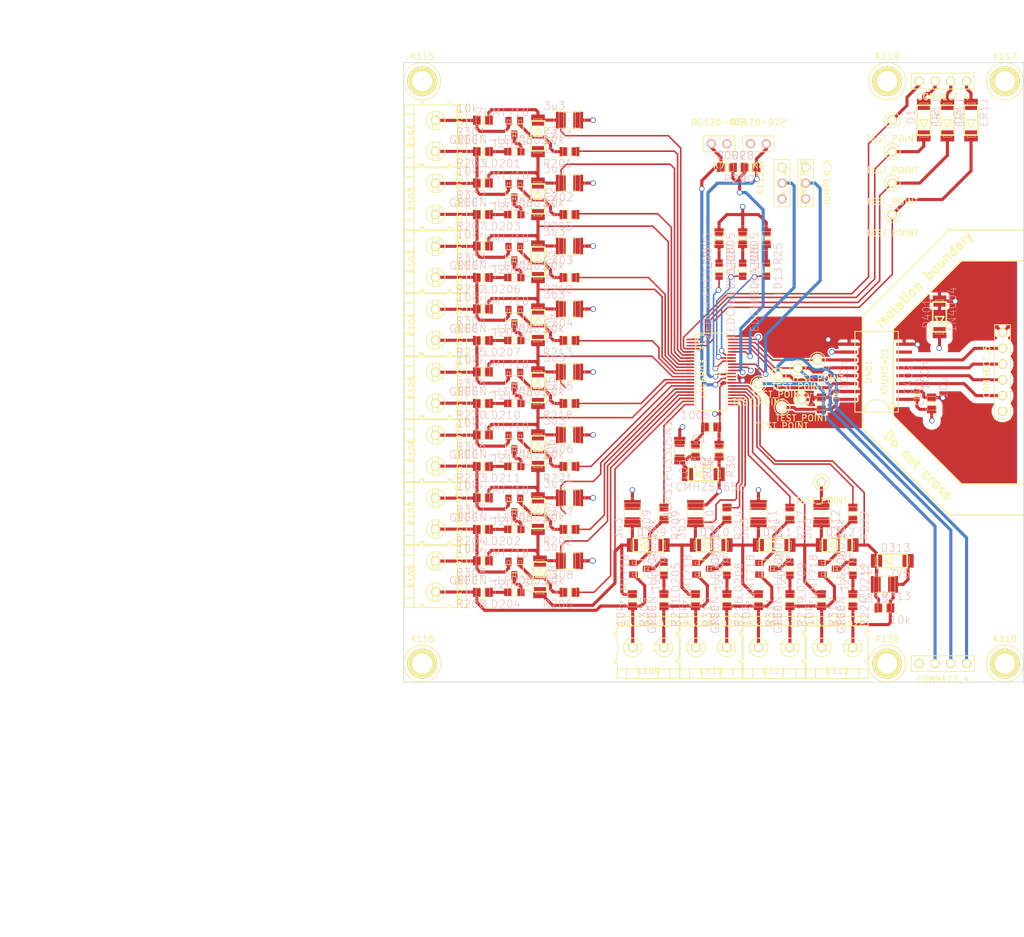
<source format=kicad_pcb>
(kicad_pcb (version 3) (host pcbnew "(2014-01-28 BZR 4644)-product")
  (layers (15 F.Cu signal) (2 Inner2.Cu power hide) (1 Inner1.Cu power) (0 B.Cu jumper) (18 B.Paste user) (19 F.Paste user) (20 B.SilkS user) (21 F.SilkS user) (22 B.Mask user) (23 F.Mask user) (28 Edge.Cuts user))
  (net 0 "")
  (net 1 /CSBO)
  (net 2 /GPIO1)
  (net 3 /GPIO2)
  (net 4 /Isolation/5V)
  (net 5 /Isolation/CS)
  (net 6 /Isolation/CSBI)
  (net 7 /Isolation/GND1)
  (net 8 /Isolation/MISO)
  (net 9 /Isolation/MOSI)
  (net 10 /Isolation/SCKI)
  (net 11 /Isolation/SCL)
  (net 12 /Isolation/SDI)
  (net 13 /Isolation/SDO)
  (net 14 /Isolation/Vin)
  (net 15 /Lowpass/BATT1+)
  (net 16 /Lowpass/BATT10+)
  (net 17 /Lowpass/BATT11+)
  (net 18 /Lowpass/BATT2+)
  (net 19 /Lowpass/BATT3+)
  (net 20 /Lowpass/BATT4+)
  (net 21 /Lowpass/BATT5+)
  (net 22 /Lowpass/BATT6+)
  (net 23 /Lowpass/BATT7+)
  (net 24 /Lowpass/BATT8+)
  (net 25 /Lowpass/BATT9+)
  (net 26 /Lowpass/C0)
  (net 27 /Lowpass/C1)
  (net 28 /Lowpass/C10)
  (net 29 /Lowpass/C11)
  (net 30 /Lowpass/C12)
  (net 31 /Lowpass/C2)
  (net 32 /Lowpass/C3)
  (net 33 /Lowpass/C4)
  (net 34 /Lowpass/C5)
  (net 35 /Lowpass/C6)
  (net 36 /Lowpass/C7)
  (net 37 /Lowpass/C8)
  (net 38 /Lowpass/C9)
  (net 39 /SCKO)
  (net 40 /SDOI)
  (net 41 /TOS)
  (net 42 /V+)
  (net 43 /VMODE)
  (net 44 /Vref)
  (net 45 /Vtemp1)
  (net 46 /Vtemp2)
  (net 47 /WDTB)
  (net 48 /discharge/BATT12+)
  (net 49 /discharge/S1)
  (net 50 /discharge/S10)
  (net 51 /discharge/S11)
  (net 52 /discharge/S12)
  (net 53 /discharge/S2)
  (net 54 /discharge/S3)
  (net 55 /discharge/S4)
  (net 56 /discharge/S5)
  (net 57 /discharge/S6)
  (net 58 /discharge/S7)
  (net 59 /discharge/S8)
  (net 60 /discharge/S9)
  (net 61 AGND)
  (net 62 DGND)
  (net 63 "Net-(D1-PadA)")
  (net 64 "Net-(D2-PadA)")
  (net 65 "Net-(D3-PadA)")
  (net 66 "Net-(D4-PadC)")
  (net 67 "Net-(K115-Pad1)")
  (net 68 "Net-(K116-Pad1)")
  (net 69 "Net-(K117-Pad1)")
  (net 70 "Net-(K118-Pad1)")
  (net 71 "Net-(LD13-PadA)")
  (net 72 "Net-(LD14-PadA)")
  (net 73 "Net-(LD15-PadA)")
  (net 74 "Net-(LD201-PadA)")
  (net 75 "Net-(LD201-PadC)")
  (net 76 "Net-(LD202-PadA)")
  (net 77 "Net-(LD202-PadC)")
  (net 78 "Net-(LD203-PadA)")
  (net 79 "Net-(LD203-PadC)")
  (net 80 "Net-(LD204-PadA)")
  (net 81 "Net-(LD204-PadC)")
  (net 82 "Net-(LD205-PadA)")
  (net 83 "Net-(LD205-PadC)")
  (net 84 "Net-(LD206-PadA)")
  (net 85 "Net-(LD206-PadC)")
  (net 86 "Net-(LD207-PadA)")
  (net 87 "Net-(LD207-PadC)")
  (net 88 "Net-(LD208-PadA)")
  (net 89 "Net-(LD208-PadC)")
  (net 90 "Net-(LD209-PadA)")
  (net 91 "Net-(LD209-PadC)")
  (net 92 "Net-(LD210-PadA)")
  (net 93 "Net-(LD210-PadC)")
  (net 94 "Net-(LD211-PadA)")
  (net 95 "Net-(LD211-PadC)")
  (net 96 "Net-(LD212-PadA)")
  (net 97 "Net-(LD212-PadC)")
  (net 98 "Net-(R201-Pad2)")
  (net 99 "Net-(R202-Pad2)")
  (net 100 "Net-(R205-Pad2)")
  (net 101 "Net-(R206-Pad2)")
  (net 102 "Net-(R209-Pad2)")
  (net 103 "Net-(R210-Pad2)")
  (net 104 "Net-(R213-Pad2)")
  (net 105 "Net-(R214-Pad2)")
  (net 106 "Net-(R217-Pad2)")
  (net 107 "Net-(R218-Pad2)")
  (net 108 "Net-(R221-Pad2)")
  (net 109 "Net-(R222-Pad2)")
  (net 110 "Net-(U1-Pad31)")
  (net 111 "Net-(U401-Pad7)")
  (module Aalto_ic:SOIC_16_WIDE (layer F.Cu) (at 161.3 74.9 90)
    (fp_text reference U401 (at 0 -1.27 90) (layer F.SilkS))
    (fp_text value ADUM5401 (at 0 1.27 90) (layer F.SilkS))
    (pad 1 smd rect (at -4.445 4.445 90) (size 0.508 2.54) (layers F.Cu F.Paste F.Mask) (net 14 /Isolation/Vin))
    (pad 2 smd rect (at -3.175 4.445 90) (size 0.508 2.54) (layers F.Cu F.Paste F.Mask) (net 7 /Isolation/GND1))
    (pad 3 smd rect (at -1.905 4.445 90) (size 0.508 2.54) (layers F.Cu F.Paste F.Mask) (net 5 /Isolation/CS))
    (pad 4 smd rect (at -0.635 4.445 90) (size 0.508 2.54) (layers F.Cu F.Paste F.Mask) (net 9 /Isolation/MOSI))
    (pad 5 smd rect (at 0.635 4.445 90) (size 0.508 2.54) (layers F.Cu F.Paste F.Mask) (net 11 /Isolation/SCL))
    (pad 6 smd rect (at 1.905 4.445 90) (size 0.508 2.54) (layers F.Cu F.Paste F.Mask) (net 8 /Isolation/MISO))
    (pad 7 smd rect (at 3.175 4.445 90) (size 0.508 2.54) (layers F.Cu F.Paste F.Mask) (net 111 "Net-(U401-Pad7)"))
    (pad 8 smd rect (at 4.445 4.445 90) (size 0.508 2.54) (layers F.Cu F.Paste F.Mask) (net 7 /Isolation/GND1))
    (pad 9 smd rect (at 4.445 -4.445 90) (size 0.508 2.54) (layers F.Cu F.Paste F.Mask) (net 62 DGND))
    (pad 10 smd rect (at 3.175 -4.445 90) (size 0.508 2.54) (layers F.Cu F.Paste F.Mask) (net 4 /Isolation/5V))
    (pad 11 smd rect (at 1.905 -4.445 90) (size 0.508 2.54) (layers F.Cu F.Paste F.Mask) (net 13 /Isolation/SDO))
    (pad 12 smd rect (at 0.635 -4.445 90) (size 0.508 2.54) (layers F.Cu F.Paste F.Mask) (net 12 /Isolation/SDI))
    (pad 13 smd rect (at -0.635 -4.445 90) (size 0.508 2.54) (layers F.Cu F.Paste F.Mask) (net 10 /Isolation/SCKI))
    (pad 14 smd rect (at -1.905 -4.445 90) (size 0.508 2.54) (layers F.Cu F.Paste F.Mask) (net 6 /Isolation/CSBI))
    (pad 15 smd rect (at -3.175 -4.445 90) (size 0.508 2.54) (layers F.Cu F.Paste F.Mask) (net 62 DGND))
    (pad 16 smd rect (at -4.445 -4.445 90) (size 0.508 2.54) (layers F.Cu F.Paste F.Mask) (net 4 /Isolation/5V))
  )
  (module Aalto_connect:JUMPER_3_2.54mm (layer F.Cu) (at 146.05 44.45 90)
    (fp_text reference K113 (at 0 -3.5 90) (layer F.SilkS))
    (fp_text value JUMPER_3 (at 0 3.5 90) (layer F.SilkS))
    (pad 1 thru_hole circle (at -2.54 0 90) (size 1.5 1.5) (drill 1) (layers *.Cu *.SilkS *.Mask) (net 62 DGND))
    (pad 2 thru_hole circle (at 0 0 90) (size 1.5 1.5) (drill 1) (layers *.Cu *.SilkS *.Mask) (net 43 /VMODE))
    (pad 3 thru_hole circle (at 2.54 0 90) (size 1.5 1.5) (drill 1) (layers *.Cu *.Mask F.SilkS) (net 4 /Isolation/5V))
  )
  (module Aalto_connect:JUMPER_3_2.54mm (layer F.Cu) (at 149.86 44.45 90)
    (fp_text reference K114 (at 0 -3.5 90) (layer F.SilkS))
    (fp_text value JUMPER_3 (at 0 3.5 90) (layer F.SilkS))
    (pad 1 thru_hole circle (at -2.54 0 90) (size 1.5 1.5) (drill 1) (layers *.Cu *.SilkS *.Mask) (net 62 DGND))
    (pad 2 thru_hole circle (at 0 0 90) (size 1.5 1.5) (drill 1) (layers *.Cu *.SilkS *.Mask) (net 41 /TOS))
    (pad 3 thru_hole circle (at 2.54 0 90) (size 1.5 1.5) (drill 1) (layers *.Cu *.Mask F.SilkS) (net 4 /Isolation/5V))
  )
  (module "Aalto_connect:CONNECT_2_5.00mm_SCREW_DG128-02P_DG128-5.0-02P-14-00A(H)" (layer F.Cu) (at 90.17 36.83 90)
    (fp_text reference K101 (at 0 -3.81 90) (layer F.SilkS))
    (fp_text value DG128-02P (at 0 3.81 90) (layer F.SilkS))
    (pad 2 thru_hole circle (at -2.5 0 90) (size 1.5 1.5) (drill 1) (layers *.Cu *.Mask F.SilkS) (net 17 /Lowpass/BATT11+))
    (pad 1 thru_hole circle (at 2.5 0 90) (size 1.5 1.5) (drill 1) (layers *.Cu *.Mask F.SilkS) (net 48 /discharge/BATT12+))
  )
  (module "Aalto_connect:CONNECT_2_5.00mm_SCREW_DG128-02P_DG128-5.0-02P-14-00A(H)" (layer F.Cu) (at 90.17 46.99 90)
    (fp_text reference K102 (at 0 -3.81 90) (layer F.SilkS))
    (fp_text value DG128-02P (at 0 3.81 90) (layer F.SilkS))
    (pad 2 thru_hole circle (at -2.5 0 90) (size 1.5 1.5) (drill 1) (layers *.Cu *.Mask F.SilkS) (net 16 /Lowpass/BATT10+))
    (pad 1 thru_hole circle (at 2.5 0 90) (size 1.5 1.5) (drill 1) (layers *.Cu *.Mask F.SilkS) (net 17 /Lowpass/BATT11+))
  )
  (module "Aalto_connect:CONNECT_2_5.00mm_SCREW_DG128-02P_DG128-5.0-02P-14-00A(H)" (layer F.Cu) (at 90.17 57.15 90)
    (fp_text reference K103 (at 0 -3.81 90) (layer F.SilkS))
    (fp_text value DG128-02P (at 0 3.81 90) (layer F.SilkS))
    (pad 2 thru_hole circle (at -2.5 0 90) (size 1.5 1.5) (drill 1) (layers *.Cu *.Mask F.SilkS) (net 25 /Lowpass/BATT9+))
    (pad 1 thru_hole circle (at 2.5 0 90) (size 1.5 1.5) (drill 1) (layers *.Cu *.Mask F.SilkS) (net 16 /Lowpass/BATT10+))
  )
  (module "Aalto_connect:CONNECT_2_5.00mm_SCREW_DG128-02P_DG128-5.0-02P-14-00A(H)" (layer F.Cu) (at 90.17 67.31 90)
    (fp_text reference K104 (at 0 -3.81 90) (layer F.SilkS))
    (fp_text value DG128-02P (at 0 3.81 90) (layer F.SilkS))
    (pad 2 thru_hole circle (at -2.5 0 90) (size 1.5 1.5) (drill 1) (layers *.Cu *.Mask F.SilkS) (net 24 /Lowpass/BATT8+))
    (pad 1 thru_hole circle (at 2.5 0 90) (size 1.5 1.5) (drill 1) (layers *.Cu *.Mask F.SilkS) (net 25 /Lowpass/BATT9+))
  )
  (module "Aalto_connect:CONNECT_2_5.00mm_SCREW_DG128-02P_DG128-5.0-02P-14-00A(H)" (layer F.Cu) (at 90.17 77.47 90)
    (fp_text reference K105 (at 0 -3.81 90) (layer F.SilkS))
    (fp_text value DG128-02P (at 0 3.81 90) (layer F.SilkS))
    (pad 2 thru_hole circle (at -2.5 0 90) (size 1.5 1.5) (drill 1) (layers *.Cu *.Mask F.SilkS) (net 23 /Lowpass/BATT7+))
    (pad 1 thru_hole circle (at 2.5 0 90) (size 1.5 1.5) (drill 1) (layers *.Cu *.Mask F.SilkS) (net 24 /Lowpass/BATT8+))
  )
  (module "Aalto_connect:CONNECT_2_5.00mm_SCREW_DG128-02P_DG128-5.0-02P-14-00A(H)" (layer F.Cu) (at 90.17 87.63 90)
    (fp_text reference K106 (at 0 -3.81 90) (layer F.SilkS))
    (fp_text value DG128-02P (at 0 3.81 90) (layer F.SilkS))
    (pad 2 thru_hole circle (at -2.5 0 90) (size 1.5 1.5) (drill 1) (layers *.Cu *.Mask F.SilkS) (net 22 /Lowpass/BATT6+))
    (pad 1 thru_hole circle (at 2.5 0 90) (size 1.5 1.5) (drill 1) (layers *.Cu *.Mask F.SilkS) (net 23 /Lowpass/BATT7+))
  )
  (module "Aalto_connect:CONNECT_2_5.00mm_SCREW_DG128-02P_DG128-5.0-02P-14-00A(H)" (layer F.Cu) (at 90.17 97.79 90)
    (fp_text reference K107 (at 0 -3.81 90) (layer F.SilkS))
    (fp_text value DG128-02P (at 0 3.81 90) (layer F.SilkS))
    (pad 2 thru_hole circle (at -2.5 0 90) (size 1.5 1.5) (drill 1) (layers *.Cu *.Mask F.SilkS) (net 21 /Lowpass/BATT5+))
    (pad 1 thru_hole circle (at 2.5 0 90) (size 1.5 1.5) (drill 1) (layers *.Cu *.Mask F.SilkS) (net 22 /Lowpass/BATT6+))
  )
  (module "Aalto_connect:CONNECT_2_5.00mm_SCREW_DG128-02P_DG128-5.0-02P-14-00A(H)" (layer F.Cu) (at 90.17 107.95 90)
    (fp_text reference K108 (at 0 -3.81 90) (layer F.SilkS))
    (fp_text value DG128-02P (at 0 3.81 90) (layer F.SilkS))
    (pad 2 thru_hole circle (at -2.5 0 90) (size 1.5 1.5) (drill 1) (layers *.Cu *.Mask F.SilkS) (net 20 /Lowpass/BATT4+))
    (pad 1 thru_hole circle (at 2.5 0 90) (size 1.5 1.5) (drill 1) (layers *.Cu *.Mask F.SilkS) (net 21 /Lowpass/BATT5+))
  )
  (module "Aalto_connect:CONNECT_2_5.00mm_SCREW_DG128-02P_DG128-5.0-02P-14-00A(H)" (layer F.Cu) (at 124.46 119.38 180)
    (fp_text reference K109 (at 0 -3.81 180) (layer F.SilkS))
    (fp_text value DG128-02P (at 0 3.81 180) (layer F.SilkS))
    (pad 2 thru_hole circle (at -2.5 0 180) (size 1.5 1.5) (drill 1) (layers *.Cu *.Mask F.SilkS) (net 19 /Lowpass/BATT3+))
    (pad 1 thru_hole circle (at 2.5 0 180) (size 1.5 1.5) (drill 1) (layers *.Cu *.Mask F.SilkS) (net 20 /Lowpass/BATT4+))
  )
  (module "Aalto_connect:CONNECT_2_5.00mm_SCREW_DG128-02P_DG128-5.0-02P-14-00A(H)" (layer F.Cu) (at 134.62 119.38 180)
    (fp_text reference K110 (at 0 -3.81 180) (layer F.SilkS))
    (fp_text value DG128-02P (at 0 3.81 180) (layer F.SilkS))
    (pad 2 thru_hole circle (at -2.5 0 180) (size 1.5 1.5) (drill 1) (layers *.Cu *.Mask F.SilkS) (net 18 /Lowpass/BATT2+))
    (pad 1 thru_hole circle (at 2.5 0 180) (size 1.5 1.5) (drill 1) (layers *.Cu *.Mask F.SilkS) (net 19 /Lowpass/BATT3+))
  )
  (module "Aalto_connect:CONNECT_2_5.00mm_SCREW_DG128-02P_DG128-5.0-02P-14-00A(H)" (layer F.Cu) (at 144.78 119.38 180)
    (fp_text reference K111 (at 0 -3.81 180) (layer F.SilkS))
    (fp_text value DG128-02P (at 0 3.81 180) (layer F.SilkS))
    (pad 2 thru_hole circle (at -2.5 0 180) (size 1.5 1.5) (drill 1) (layers *.Cu *.Mask F.SilkS) (net 15 /Lowpass/BATT1+))
    (pad 1 thru_hole circle (at 2.5 0 180) (size 1.5 1.5) (drill 1) (layers *.Cu *.Mask F.SilkS) (net 18 /Lowpass/BATT2+))
  )
  (module "Aalto_connect:CONNECT_2_5.00mm_SCREW_DG128-02P_DG128-5.0-02P-14-00A(H)" (layer F.Cu) (at 154.94 119.38 180)
    (fp_text reference K112 (at 0 -3.81 180) (layer F.SilkS))
    (fp_text value DG128-02P (at 0 3.81 180) (layer F.SilkS))
    (pad 2 thru_hole circle (at -2.5 0 180) (size 1.5 1.5) (drill 1) (layers *.Cu *.Mask F.SilkS) (net 61 AGND))
    (pad 1 thru_hole circle (at 2.5 0 180) (size 1.5 1.5) (drill 1) (layers *.Cu *.Mask F.SilkS) (net 15 /Lowpass/BATT1+))
  )
  (module oshec_rcl:rcl-C1210 (layer F.Cu) (at 111.76 34.29 180)
    (fp_text reference C301 (at 1.778 -2.286 180) (layer B.SilkS) (effects (font (size 1.27 1.27) (thickness 0.0889))))
    (fp_text value 3u3 (at 2.413 2.286 180) (layer B.SilkS) (effects (font (size 1.27 1.27) (thickness 0.0889))))
    (pad 1 smd rect (at -1.39954 0 180) (size 1.59766 2.69748) (layers F.Cu F.Paste F.Mask) (net 61 AGND))
    (pad 2 smd rect (at 1.39954 0 180) (size 1.59766 2.69748) (layers F.Cu F.Paste F.Mask) (net 30 /Lowpass/C12))
  )
  (module oshec_rcl:rcl-C1210 (layer F.Cu) (at 111.76 44.45 180)
    (fp_text reference C302 (at 1.778 -2.286 180) (layer B.SilkS) (effects (font (size 1.27 1.27) (thickness 0.0889))))
    (fp_text value 3u3 (at 2.413 2.286 180) (layer B.SilkS) (effects (font (size 1.27 1.27) (thickness 0.0889))))
    (pad 1 smd rect (at -1.39954 0 180) (size 1.59766 2.69748) (layers F.Cu F.Paste F.Mask) (net 61 AGND))
    (pad 2 smd rect (at 1.39954 0 180) (size 1.59766 2.69748) (layers F.Cu F.Paste F.Mask) (net 29 /Lowpass/C11))
  )
  (module oshec_rcl:rcl-C1210 (layer F.Cu) (at 111.76 54.61 180)
    (fp_text reference C303 (at 1.778 -2.286 180) (layer B.SilkS) (effects (font (size 1.27 1.27) (thickness 0.0889))))
    (fp_text value 3u3 (at 2.413 2.286 180) (layer B.SilkS) (effects (font (size 1.27 1.27) (thickness 0.0889))))
    (pad 1 smd rect (at -1.39954 0 180) (size 1.59766 2.69748) (layers F.Cu F.Paste F.Mask) (net 61 AGND))
    (pad 2 smd rect (at 1.39954 0 180) (size 1.59766 2.69748) (layers F.Cu F.Paste F.Mask) (net 28 /Lowpass/C10))
  )
  (module oshec_rcl:rcl-C1210 (layer F.Cu) (at 111.76 64.77 180)
    (fp_text reference C304 (at 1.778 -2.286 180) (layer B.SilkS) (effects (font (size 1.27 1.27) (thickness 0.0889))))
    (fp_text value 3u3 (at 2.413 2.286 180) (layer B.SilkS) (effects (font (size 1.27 1.27) (thickness 0.0889))))
    (pad 1 smd rect (at -1.39954 0 180) (size 1.59766 2.69748) (layers F.Cu F.Paste F.Mask) (net 61 AGND))
    (pad 2 smd rect (at 1.39954 0 180) (size 1.59766 2.69748) (layers F.Cu F.Paste F.Mask) (net 38 /Lowpass/C9))
  )
  (module oshec_rcl:rcl-C1210 (layer F.Cu) (at 111.76 74.93 180)
    (fp_text reference C305 (at 1.778 -2.286 180) (layer B.SilkS) (effects (font (size 1.27 1.27) (thickness 0.0889))))
    (fp_text value 3u3 (at 2.413 2.286 180) (layer B.SilkS) (effects (font (size 1.27 1.27) (thickness 0.0889))))
    (pad 1 smd rect (at -1.39954 0 180) (size 1.59766 2.69748) (layers F.Cu F.Paste F.Mask) (net 61 AGND))
    (pad 2 smd rect (at 1.39954 0 180) (size 1.59766 2.69748) (layers F.Cu F.Paste F.Mask) (net 37 /Lowpass/C8))
  )
  (module oshec_rcl:rcl-C1210 (layer F.Cu) (at 111.76 85.09 180)
    (fp_text reference C306 (at 1.778 -2.286 180) (layer B.SilkS) (effects (font (size 1.27 1.27) (thickness 0.0889))))
    (fp_text value 3u3 (at 2.413 2.286 180) (layer B.SilkS) (effects (font (size 1.27 1.27) (thickness 0.0889))))
    (pad 1 smd rect (at -1.39954 0 180) (size 1.59766 2.69748) (layers F.Cu F.Paste F.Mask) (net 61 AGND))
    (pad 2 smd rect (at 1.39954 0 180) (size 1.59766 2.69748) (layers F.Cu F.Paste F.Mask) (net 36 /Lowpass/C7))
  )
  (module oshec_rcl:rcl-C1210 (layer F.Cu) (at 111.76 95.25 180)
    (fp_text reference C307 (at 1.778 -2.286 180) (layer B.SilkS) (effects (font (size 1.27 1.27) (thickness 0.0889))))
    (fp_text value 3u3 (at 2.413 2.286 180) (layer B.SilkS) (effects (font (size 1.27 1.27) (thickness 0.0889))))
    (pad 1 smd rect (at -1.39954 0 180) (size 1.59766 2.69748) (layers F.Cu F.Paste F.Mask) (net 61 AGND))
    (pad 2 smd rect (at 1.39954 0 180) (size 1.59766 2.69748) (layers F.Cu F.Paste F.Mask) (net 35 /Lowpass/C6))
  )
  (module oshec_rcl:rcl-C1210 (layer F.Cu) (at 111.76 105.41 180)
    (fp_text reference C308 (at 1.778 -2.286 180) (layer B.SilkS) (effects (font (size 1.27 1.27) (thickness 0.0889))))
    (fp_text value 3u3 (at 2.413 2.286 180) (layer B.SilkS) (effects (font (size 1.27 1.27) (thickness 0.0889))))
    (pad 1 smd rect (at -1.39954 0 180) (size 1.59766 2.69748) (layers F.Cu F.Paste F.Mask) (net 61 AGND))
    (pad 2 smd rect (at 1.39954 0 180) (size 1.59766 2.69748) (layers F.Cu F.Paste F.Mask) (net 34 /Lowpass/C5))
  )
  (module oshec_rcl:rcl-C1210 (layer F.Cu) (at 121.92 97.79 270)
    (fp_text reference C309 (at 1.778 -2.286 270) (layer B.SilkS) (effects (font (size 1.27 1.27) (thickness 0.0889))))
    (fp_text value 3u3 (at 2.413 2.286 270) (layer B.SilkS) (effects (font (size 1.27 1.27) (thickness 0.0889))))
    (pad 1 smd rect (at -1.39954 0 270) (size 1.59766 2.69748) (layers F.Cu F.Paste F.Mask) (net 61 AGND))
    (pad 2 smd rect (at 1.39954 0 270) (size 1.59766 2.69748) (layers F.Cu F.Paste F.Mask) (net 33 /Lowpass/C4))
  )
  (module oshec_rcl:rcl-C1210 (layer F.Cu) (at 132.08 97.79 270)
    (fp_text reference C310 (at 1.778 -2.286 270) (layer B.SilkS) (effects (font (size 1.27 1.27) (thickness 0.0889))))
    (fp_text value 3u3 (at 2.413 2.286 270) (layer B.SilkS) (effects (font (size 1.27 1.27) (thickness 0.0889))))
    (pad 1 smd rect (at -1.39954 0 270) (size 1.59766 2.69748) (layers F.Cu F.Paste F.Mask) (net 61 AGND))
    (pad 2 smd rect (at 1.39954 0 270) (size 1.59766 2.69748) (layers F.Cu F.Paste F.Mask) (net 32 /Lowpass/C3))
  )
  (module oshec_rcl:rcl-C1210 (layer F.Cu) (at 142.24 97.79 270)
    (fp_text reference C311 (at 1.778 -2.286 270) (layer B.SilkS) (effects (font (size 1.27 1.27) (thickness 0.0889))))
    (fp_text value 3u3 (at 2.413 2.286 270) (layer B.SilkS) (effects (font (size 1.27 1.27) (thickness 0.0889))))
    (pad 1 smd rect (at -1.39954 0 270) (size 1.59766 2.69748) (layers F.Cu F.Paste F.Mask) (net 61 AGND))
    (pad 2 smd rect (at 1.39954 0 270) (size 1.59766 2.69748) (layers F.Cu F.Paste F.Mask) (net 31 /Lowpass/C2))
  )
  (module oshec_rcl:rcl-C1210 (layer F.Cu) (at 152.4 97.79 270)
    (fp_text reference C312 (at 1.778 -2.286 270) (layer B.SilkS) (effects (font (size 1.27 1.27) (thickness 0.0889))))
    (fp_text value 3u3 (at 2.413 2.286 270) (layer B.SilkS) (effects (font (size 1.27 1.27) (thickness 0.0889))))
    (pad 1 smd rect (at -1.39954 0 270) (size 1.59766 2.69748) (layers F.Cu F.Paste F.Mask) (net 61 AGND))
    (pad 2 smd rect (at 1.39954 0 270) (size 1.59766 2.69748) (layers F.Cu F.Paste F.Mask) (net 27 /Lowpass/C1))
  )
  (module oshec_rcl:rcl-C1210 (layer F.Cu) (at 162.56 109.22 180)
    (fp_text reference C313 (at 1.778 -2.286 180) (layer B.SilkS) (effects (font (size 1.27 1.27) (thickness 0.0889))))
    (fp_text value 3u3 (at 2.413 2.286 180) (layer B.SilkS) (effects (font (size 1.27 1.27) (thickness 0.0889))))
    (pad 1 smd rect (at -1.39954 0 180) (size 1.59766 2.69748) (layers F.Cu F.Paste F.Mask) (net 61 AGND))
    (pad 2 smd rect (at 1.39954 0 180) (size 1.59766 2.69748) (layers F.Cu F.Paste F.Mask) (net 26 /Lowpass/C0))
  )
  (module oshec_rcl:rcl-C0402 (layer F.Cu) (at 167.8 78.7 90)
    (fp_text reference C402 (at 2.54 -1.397 90) (layer B.SilkS) (effects (font (size 1.27 1.27) (thickness 0.0889))))
    (fp_text value 100n (at 3.175 1.27 90) (layer B.SilkS) (effects (font (size 1.27 1.27) (thickness 0.0889))))
    (pad 1 smd rect (at -0.6477 0 90) (size 0.6985 0.89916) (layers F.Cu F.Paste F.Mask) (net 14 /Isolation/Vin))
    (pad 2 smd rect (at 0.6477 0 90) (size 0.6985 0.89916) (layers F.Cu F.Paste F.Mask) (net 7 /Isolation/GND1))
  )
  (module oshec_rcl:rcl-C0402 (layer F.Cu) (at 154.8 78.7 90)
    (fp_text reference C404 (at 2.54 -1.397 90) (layer B.SilkS) (effects (font (size 1.27 1.27) (thickness 0.0889))))
    (fp_text value 100n (at 3.175 1.27 90) (layer B.SilkS) (effects (font (size 1.27 1.27) (thickness 0.0889))))
    (pad 1 smd rect (at -0.6477 0 90) (size 0.6985 0.89916) (layers F.Cu F.Paste F.Mask) (net 4 /Isolation/5V))
    (pad 2 smd rect (at 0.6477 0 90) (size 0.6985 0.89916) (layers F.Cu F.Paste F.Mask) (net 62 DGND))
  )
  (module oshec_diode:diode-1-DO214AA (layer F.Cu) (at 106.68 36.83 270)
    (fp_text reference D301 (at 0.5334 -2.0701 270) (layer B.SilkS) (effects (font (size 1.27 1.27) (thickness 0.0889))))
    (fp_text value 7V5 (at 1.1684 2.0701 270) (layer B.SilkS) (effects (font (size 1.27 1.27) (thickness 0.0889))))
    (pad A smd rect (at 2.54762 0 270) (size 1.79832 2.19964) (layers F.Cu F.Paste F.Mask) (net 29 /Lowpass/C11))
    (pad C smd rect (at -2.54762 0 270) (size 1.79832 2.19964) (layers F.Cu F.Paste F.Mask) (net 30 /Lowpass/C12))
  )
  (module oshec_diode:diode-1-DO214AA (layer F.Cu) (at 106.68 46.99 270)
    (fp_text reference D302 (at 0.5334 -2.0701 270) (layer B.SilkS) (effects (font (size 1.27 1.27) (thickness 0.0889))))
    (fp_text value 7V5 (at 1.1684 2.0701 270) (layer B.SilkS) (effects (font (size 1.27 1.27) (thickness 0.0889))))
    (pad A smd rect (at 2.54762 0 270) (size 1.79832 2.19964) (layers F.Cu F.Paste F.Mask) (net 28 /Lowpass/C10))
    (pad C smd rect (at -2.54762 0 270) (size 1.79832 2.19964) (layers F.Cu F.Paste F.Mask) (net 29 /Lowpass/C11))
  )
  (module oshec_diode:diode-1-DO214AA (layer F.Cu) (at 106.68 57.15 270)
    (fp_text reference D303 (at 0.5334 -2.0701 270) (layer B.SilkS) (effects (font (size 1.27 1.27) (thickness 0.0889))))
    (fp_text value 7V5 (at 1.1684 2.0701 270) (layer B.SilkS) (effects (font (size 1.27 1.27) (thickness 0.0889))))
    (pad A smd rect (at 2.54762 0 270) (size 1.79832 2.19964) (layers F.Cu F.Paste F.Mask) (net 38 /Lowpass/C9))
    (pad C smd rect (at -2.54762 0 270) (size 1.79832 2.19964) (layers F.Cu F.Paste F.Mask) (net 28 /Lowpass/C10))
  )
  (module oshec_diode:diode-1-DO214AA (layer F.Cu) (at 106.68 67.31 270)
    (fp_text reference D304 (at 0.5334 -2.0701 270) (layer B.SilkS) (effects (font (size 1.27 1.27) (thickness 0.0889))))
    (fp_text value 7V5 (at 1.1684 2.0701 270) (layer B.SilkS) (effects (font (size 1.27 1.27) (thickness 0.0889))))
    (pad A smd rect (at 2.54762 0 270) (size 1.79832 2.19964) (layers F.Cu F.Paste F.Mask) (net 37 /Lowpass/C8))
    (pad C smd rect (at -2.54762 0 270) (size 1.79832 2.19964) (layers F.Cu F.Paste F.Mask) (net 38 /Lowpass/C9))
  )
  (module oshec_diode:diode-1-DO214AA (layer F.Cu) (at 106.68 77.47 270)
    (fp_text reference D305 (at 0.5334 -2.0701 270) (layer B.SilkS) (effects (font (size 1.27 1.27) (thickness 0.0889))))
    (fp_text value 7V5 (at 1.1684 2.0701 270) (layer B.SilkS) (effects (font (size 1.27 1.27) (thickness 0.0889))))
    (pad A smd rect (at 2.54762 0 270) (size 1.79832 2.19964) (layers F.Cu F.Paste F.Mask) (net 36 /Lowpass/C7))
    (pad C smd rect (at -2.54762 0 270) (size 1.79832 2.19964) (layers F.Cu F.Paste F.Mask) (net 37 /Lowpass/C8))
  )
  (module oshec_diode:diode-1-DO214AA (layer F.Cu) (at 106.68 87.63 270)
    (fp_text reference D306 (at 0.5334 -2.0701 270) (layer B.SilkS) (effects (font (size 1.27 1.27) (thickness 0.0889))))
    (fp_text value 7V5 (at 1.1684 2.0701 270) (layer B.SilkS) (effects (font (size 1.27 1.27) (thickness 0.0889))))
    (pad A smd rect (at 2.54762 0 270) (size 1.79832 2.19964) (layers F.Cu F.Paste F.Mask) (net 35 /Lowpass/C6))
    (pad C smd rect (at -2.54762 0 270) (size 1.79832 2.19964) (layers F.Cu F.Paste F.Mask) (net 36 /Lowpass/C7))
  )
  (module oshec_diode:diode-1-DO214AA (layer F.Cu) (at 106.68 97.79 270)
    (fp_text reference D307 (at 0.5334 -2.0701 270) (layer B.SilkS) (effects (font (size 1.27 1.27) (thickness 0.0889))))
    (fp_text value 7V5 (at 1.1684 2.0701 270) (layer B.SilkS) (effects (font (size 1.27 1.27) (thickness 0.0889))))
    (pad A smd rect (at 2.54762 0 270) (size 1.79832 2.19964) (layers F.Cu F.Paste F.Mask) (net 34 /Lowpass/C5))
    (pad C smd rect (at -2.54762 0 270) (size 1.79832 2.19964) (layers F.Cu F.Paste F.Mask) (net 35 /Lowpass/C6))
  )
  (module oshec_diode:diode-1-DO214AA (layer F.Cu) (at 107 108 270)
    (fp_text reference D308 (at 0.5334 -2.0701 270) (layer B.SilkS) (effects (font (size 1.27 1.27) (thickness 0.0889))))
    (fp_text value 7V5 (at 1.1684 2.0701 270) (layer B.SilkS) (effects (font (size 1.27 1.27) (thickness 0.0889))))
    (pad A smd rect (at 2.54762 0 270) (size 1.79832 2.19964) (layers F.Cu F.Paste F.Mask) (net 33 /Lowpass/C4))
    (pad C smd rect (at -2.54762 0 270) (size 1.79832 2.19964) (layers F.Cu F.Paste F.Mask) (net 34 /Lowpass/C5))
  )
  (module oshec_diode:diode-1-DO214AA (layer F.Cu) (at 124.46 102.87)
    (fp_text reference D309 (at 0.5334 -2.0701) (layer B.SilkS) (effects (font (size 1.27 1.27) (thickness 0.0889))))
    (fp_text value 7V5 (at 1.1684 2.0701) (layer B.SilkS) (effects (font (size 1.27 1.27) (thickness 0.0889))))
    (pad A smd rect (at 2.54762 0) (size 1.79832 2.19964) (layers F.Cu F.Paste F.Mask) (net 32 /Lowpass/C3))
    (pad C smd rect (at -2.54762 0) (size 1.79832 2.19964) (layers F.Cu F.Paste F.Mask) (net 33 /Lowpass/C4))
  )
  (module oshec_diode:diode-1-DO214AA (layer F.Cu) (at 134.62 102.87)
    (fp_text reference D310 (at 0.5334 -2.0701) (layer B.SilkS) (effects (font (size 1.27 1.27) (thickness 0.0889))))
    (fp_text value 7V5 (at 1.1684 2.0701) (layer B.SilkS) (effects (font (size 1.27 1.27) (thickness 0.0889))))
    (pad A smd rect (at 2.54762 0) (size 1.79832 2.19964) (layers F.Cu F.Paste F.Mask) (net 31 /Lowpass/C2))
    (pad C smd rect (at -2.54762 0) (size 1.79832 2.19964) (layers F.Cu F.Paste F.Mask) (net 32 /Lowpass/C3))
  )
  (module oshec_diode:diode-1-DO214AA (layer F.Cu) (at 144.78 102.87)
    (fp_text reference D311 (at 0.5334 -2.0701) (layer B.SilkS) (effects (font (size 1.27 1.27) (thickness 0.0889))))
    (fp_text value 7V5 (at 1.1684 2.0701) (layer B.SilkS) (effects (font (size 1.27 1.27) (thickness 0.0889))))
    (pad A smd rect (at 2.54762 0) (size 1.79832 2.19964) (layers F.Cu F.Paste F.Mask) (net 27 /Lowpass/C1))
    (pad C smd rect (at -2.54762 0) (size 1.79832 2.19964) (layers F.Cu F.Paste F.Mask) (net 31 /Lowpass/C2))
  )
  (module oshec_diode:diode-1-DO214AA (layer F.Cu) (at 154.94 102.87)
    (fp_text reference D312 (at 0.5334 -2.0701) (layer B.SilkS) (effects (font (size 1.27 1.27) (thickness 0.0889))))
    (fp_text value 7V5 (at 1.1684 2.0701) (layer B.SilkS) (effects (font (size 1.27 1.27) (thickness 0.0889))))
    (pad A smd rect (at 2.54762 0) (size 1.79832 2.19964) (layers F.Cu F.Paste F.Mask) (net 26 /Lowpass/C0))
    (pad C smd rect (at -2.54762 0) (size 1.79832 2.19964) (layers F.Cu F.Paste F.Mask) (net 27 /Lowpass/C1))
  )
  (module oshec_diode:diode-1-DO214AA (layer F.Cu) (at 163.83 105.41)
    (fp_text reference D313 (at 0.5334 -2.0701) (layer B.SilkS) (effects (font (size 1.27 1.27) (thickness 0.0889))))
    (fp_text value 7V5 (at 1.1684 2.0701) (layer B.SilkS) (effects (font (size 1.27 1.27) (thickness 0.0889))))
    (pad A smd rect (at 2.54762 0) (size 1.79832 2.19964) (layers F.Cu F.Paste F.Mask) (net 61 AGND))
    (pad C smd rect (at -2.54762 0) (size 1.79832 2.19964) (layers F.Cu F.Paste F.Mask) (net 26 /Lowpass/C0))
  )
  (module oshec_diode:diode-1-DO214AA (layer F.Cu) (at 171.45 66.04 90)
    (fp_text reference D401 (at 0.5334 -2.0701 90) (layer B.SilkS) (effects (font (size 1.27 1.27) (thickness 0.0889))))
    (fp_text value 1N4004 (at 1.1684 2.0701 90) (layer B.SilkS) (effects (font (size 1.27 1.27) (thickness 0.0889))))
    (pad A smd rect (at 2.54762 0 90) (size 1.79832 2.19964) (layers F.Cu F.Paste F.Mask) (net 7 /Isolation/GND1))
    (pad C smd rect (at -2.54762 0 90) (size 1.79832 2.19964) (layers F.Cu F.Paste F.Mask) (net 14 /Isolation/Vin))
  )
  (module oshec_rcl:rcl-C0805 (layer F.Cu) (at 111.76 39.37 180)
    (fp_text reference R201 (at 1.905 -1.905 180) (layer B.SilkS) (effects (font (size 1.27 1.27) (thickness 0.0889))))
    (fp_text value 10k (at 2.54 1.905 180) (layer B.SilkS) (effects (font (size 1.27 1.27) (thickness 0.0889))))
    (pad 1 smd rect (at -0.94996 0 180) (size 1.29794 1.4986) (layers F.Cu F.Paste F.Mask) (net 52 /discharge/S12))
    (pad 2 smd rect (at 0.94996 0 180) (size 1.29794 1.4986) (layers F.Cu F.Paste F.Mask) (net 98 "Net-(R201-Pad2)"))
  )
  (module oshec_rcl:rcl-C0805 (layer F.Cu) (at 111.76 100.33 180)
    (fp_text reference R202 (at 1.905 -1.905 180) (layer B.SilkS) (effects (font (size 1.27 1.27) (thickness 0.0889))))
    (fp_text value 10k (at 2.54 1.905 180) (layer B.SilkS) (effects (font (size 1.27 1.27) (thickness 0.0889))))
    (pad 1 smd rect (at -0.94996 0 180) (size 1.29794 1.4986) (layers F.Cu F.Paste F.Mask) (net 57 /discharge/S6))
    (pad 2 smd rect (at 0.94996 0 180) (size 1.29794 1.4986) (layers F.Cu F.Paste F.Mask) (net 99 "Net-(R202-Pad2)"))
  )
  (module oshec_rcl:rcl-C0805 (layer F.Cu) (at 97.79 39.37 180)
    (fp_text reference R203 (at 1.905 -1.905 180) (layer B.SilkS) (effects (font (size 1.27 1.27) (thickness 0.0889))))
    (fp_text value 100 (at 2.54 1.905 180) (layer B.SilkS) (effects (font (size 1.27 1.27) (thickness 0.0889))))
    (pad 1 smd rect (at -0.94996 0 180) (size 1.29794 1.4986) (layers F.Cu F.Paste F.Mask) (net 75 "Net-(LD201-PadC)"))
    (pad 2 smd rect (at 0.94996 0 180) (size 1.29794 1.4986) (layers F.Cu F.Paste F.Mask) (net 17 /Lowpass/BATT11+))
  )
  (module oshec_rcl:rcl-C0805 (layer F.Cu) (at 97.79 100.33 180)
    (fp_text reference R204 (at 1.905 -1.905 180) (layer B.SilkS) (effects (font (size 1.27 1.27) (thickness 0.0889))))
    (fp_text value 100 (at 2.54 1.905 180) (layer B.SilkS) (effects (font (size 1.27 1.27) (thickness 0.0889))))
    (pad 1 smd rect (at -0.94996 0 180) (size 1.29794 1.4986) (layers F.Cu F.Paste F.Mask) (net 77 "Net-(LD202-PadC)"))
    (pad 2 smd rect (at 0.94996 0 180) (size 1.29794 1.4986) (layers F.Cu F.Paste F.Mask) (net 21 /Lowpass/BATT5+))
  )
  (module oshec_rcl:rcl-C0805 (layer F.Cu) (at 111.76 49.53 180)
    (fp_text reference R205 (at 1.905 -1.905 180) (layer B.SilkS) (effects (font (size 1.27 1.27) (thickness 0.0889))))
    (fp_text value 10k (at 2.54 1.905 180) (layer B.SilkS) (effects (font (size 1.27 1.27) (thickness 0.0889))))
    (pad 1 smd rect (at -0.94996 0 180) (size 1.29794 1.4986) (layers F.Cu F.Paste F.Mask) (net 51 /discharge/S11))
    (pad 2 smd rect (at 0.94996 0 180) (size 1.29794 1.4986) (layers F.Cu F.Paste F.Mask) (net 100 "Net-(R205-Pad2)"))
  )
  (module oshec_rcl:rcl-C0805 (layer F.Cu) (at 111.76 110.49 180)
    (fp_text reference R206 (at 1.905 -1.905 180) (layer B.SilkS) (effects (font (size 1.27 1.27) (thickness 0.0889))))
    (fp_text value 10k (at 2.54 1.905 180) (layer B.SilkS) (effects (font (size 1.27 1.27) (thickness 0.0889))))
    (pad 1 smd rect (at -0.94996 0 180) (size 1.29794 1.4986) (layers F.Cu F.Paste F.Mask) (net 56 /discharge/S5))
    (pad 2 smd rect (at 0.94996 0 180) (size 1.29794 1.4986) (layers F.Cu F.Paste F.Mask) (net 101 "Net-(R206-Pad2)"))
  )
  (module oshec_rcl:rcl-C0805 (layer F.Cu) (at 97.79 49.53 180)
    (fp_text reference R207 (at 1.905 -1.905 180) (layer B.SilkS) (effects (font (size 1.27 1.27) (thickness 0.0889))))
    (fp_text value 100 (at 2.54 1.905 180) (layer B.SilkS) (effects (font (size 1.27 1.27) (thickness 0.0889))))
    (pad 1 smd rect (at -0.94996 0 180) (size 1.29794 1.4986) (layers F.Cu F.Paste F.Mask) (net 79 "Net-(LD203-PadC)"))
    (pad 2 smd rect (at 0.94996 0 180) (size 1.29794 1.4986) (layers F.Cu F.Paste F.Mask) (net 16 /Lowpass/BATT10+))
  )
  (module oshec_rcl:rcl-C0805 (layer F.Cu) (at 97.79 110.49 180)
    (fp_text reference R208 (at 1.905 -1.905 180) (layer B.SilkS) (effects (font (size 1.27 1.27) (thickness 0.0889))))
    (fp_text value 100 (at 2.54 1.905 180) (layer B.SilkS) (effects (font (size 1.27 1.27) (thickness 0.0889))))
    (pad 1 smd rect (at -0.94996 0 180) (size 1.29794 1.4986) (layers F.Cu F.Paste F.Mask) (net 81 "Net-(LD204-PadC)"))
    (pad 2 smd rect (at 0.94996 0 180) (size 1.29794 1.4986) (layers F.Cu F.Paste F.Mask) (net 20 /Lowpass/BATT4+))
  )
  (module oshec_rcl:rcl-C0805 (layer F.Cu) (at 127 97.79 270)
    (fp_text reference R209 (at 1.905 -1.905 270) (layer B.SilkS) (effects (font (size 1.27 1.27) (thickness 0.0889))))
    (fp_text value 10k (at 2.54 1.905 270) (layer B.SilkS) (effects (font (size 1.27 1.27) (thickness 0.0889))))
    (pad 1 smd rect (at -0.94996 0 270) (size 1.29794 1.4986) (layers F.Cu F.Paste F.Mask) (net 55 /discharge/S4))
    (pad 2 smd rect (at 0.94996 0 270) (size 1.29794 1.4986) (layers F.Cu F.Paste F.Mask) (net 102 "Net-(R209-Pad2)"))
  )
  (module oshec_rcl:rcl-C0805 (layer F.Cu) (at 111.76 59.69 180)
    (fp_text reference R210 (at 1.905 -1.905 180) (layer B.SilkS) (effects (font (size 1.27 1.27) (thickness 0.0889))))
    (fp_text value 10k (at 2.54 1.905 180) (layer B.SilkS) (effects (font (size 1.27 1.27) (thickness 0.0889))))
    (pad 1 smd rect (at -0.94996 0 180) (size 1.29794 1.4986) (layers F.Cu F.Paste F.Mask) (net 50 /discharge/S10))
    (pad 2 smd rect (at 0.94996 0 180) (size 1.29794 1.4986) (layers F.Cu F.Paste F.Mask) (net 103 "Net-(R210-Pad2)"))
  )
  (module oshec_rcl:rcl-C0805 (layer F.Cu) (at 127 111.76 270)
    (fp_text reference R211 (at 1.905 -1.905 270) (layer B.SilkS) (effects (font (size 1.27 1.27) (thickness 0.0889))))
    (fp_text value 100 (at 2.54 1.905 270) (layer B.SilkS) (effects (font (size 1.27 1.27) (thickness 0.0889))))
    (pad 1 smd rect (at -0.94996 0 270) (size 1.29794 1.4986) (layers F.Cu F.Paste F.Mask) (net 83 "Net-(LD205-PadC)"))
    (pad 2 smd rect (at 0.94996 0 270) (size 1.29794 1.4986) (layers F.Cu F.Paste F.Mask) (net 19 /Lowpass/BATT3+))
  )
  (module oshec_rcl:rcl-C0805 (layer F.Cu) (at 97.79 59.69 180)
    (fp_text reference R212 (at 1.905 -1.905 180) (layer B.SilkS) (effects (font (size 1.27 1.27) (thickness 0.0889))))
    (fp_text value 100 (at 2.54 1.905 180) (layer B.SilkS) (effects (font (size 1.27 1.27) (thickness 0.0889))))
    (pad 1 smd rect (at -0.94996 0 180) (size 1.29794 1.4986) (layers F.Cu F.Paste F.Mask) (net 85 "Net-(LD206-PadC)"))
    (pad 2 smd rect (at 0.94996 0 180) (size 1.29794 1.4986) (layers F.Cu F.Paste F.Mask) (net 25 /Lowpass/BATT9+))
  )
  (module oshec_rcl:rcl-C0805 (layer F.Cu) (at 111.76 69.85 180)
    (fp_text reference R213 (at 1.905 -1.905 180) (layer B.SilkS) (effects (font (size 1.27 1.27) (thickness 0.0889))))
    (fp_text value 10k (at 2.54 1.905 180) (layer B.SilkS) (effects (font (size 1.27 1.27) (thickness 0.0889))))
    (pad 1 smd rect (at -0.94996 0 180) (size 1.29794 1.4986) (layers F.Cu F.Paste F.Mask) (net 60 /discharge/S9))
    (pad 2 smd rect (at 0.94996 0 180) (size 1.29794 1.4986) (layers F.Cu F.Paste F.Mask) (net 104 "Net-(R213-Pad2)"))
  )
  (module oshec_rcl:rcl-C0805 (layer F.Cu) (at 137.16 97.79 270)
    (fp_text reference R214 (at 1.905 -1.905 270) (layer B.SilkS) (effects (font (size 1.27 1.27) (thickness 0.0889))))
    (fp_text value 10k (at 2.54 1.905 270) (layer B.SilkS) (effects (font (size 1.27 1.27) (thickness 0.0889))))
    (pad 1 smd rect (at -0.94996 0 270) (size 1.29794 1.4986) (layers F.Cu F.Paste F.Mask) (net 54 /discharge/S3))
    (pad 2 smd rect (at 0.94996 0 270) (size 1.29794 1.4986) (layers F.Cu F.Paste F.Mask) (net 105 "Net-(R214-Pad2)"))
  )
  (module oshec_rcl:rcl-C0805 (layer F.Cu) (at 97.79 69.85 180)
    (fp_text reference R215 (at 1.905 -1.905 180) (layer B.SilkS) (effects (font (size 1.27 1.27) (thickness 0.0889))))
    (fp_text value 100 (at 2.54 1.905 180) (layer B.SilkS) (effects (font (size 1.27 1.27) (thickness 0.0889))))
    (pad 1 smd rect (at -0.94996 0 180) (size 1.29794 1.4986) (layers F.Cu F.Paste F.Mask) (net 87 "Net-(LD207-PadC)"))
    (pad 2 smd rect (at 0.94996 0 180) (size 1.29794 1.4986) (layers F.Cu F.Paste F.Mask) (net 24 /Lowpass/BATT8+))
  )
  (module oshec_rcl:rcl-C0805 (layer F.Cu) (at 137.16 111.76 270)
    (fp_text reference R216 (at 1.905 -1.905 270) (layer B.SilkS) (effects (font (size 1.27 1.27) (thickness 0.0889))))
    (fp_text value 100 (at 2.54 1.905 270) (layer B.SilkS) (effects (font (size 1.27 1.27) (thickness 0.0889))))
    (pad 1 smd rect (at -0.94996 0 270) (size 1.29794 1.4986) (layers F.Cu F.Paste F.Mask) (net 89 "Net-(LD208-PadC)"))
    (pad 2 smd rect (at 0.94996 0 270) (size 1.29794 1.4986) (layers F.Cu F.Paste F.Mask) (net 18 /Lowpass/BATT2+))
  )
  (module oshec_rcl:rcl-C0805 (layer F.Cu) (at 147.32 97.79 270)
    (fp_text reference R217 (at 1.905 -1.905 270) (layer B.SilkS) (effects (font (size 1.27 1.27) (thickness 0.0889))))
    (fp_text value 10k (at 2.54 1.905 270) (layer B.SilkS) (effects (font (size 1.27 1.27) (thickness 0.0889))))
    (pad 1 smd rect (at -0.94996 0 270) (size 1.29794 1.4986) (layers F.Cu F.Paste F.Mask) (net 53 /discharge/S2))
    (pad 2 smd rect (at 0.94996 0 270) (size 1.29794 1.4986) (layers F.Cu F.Paste F.Mask) (net 106 "Net-(R217-Pad2)"))
  )
  (module oshec_rcl:rcl-C0805 (layer F.Cu) (at 111.76 80.01 180)
    (fp_text reference R218 (at 1.905 -1.905 180) (layer B.SilkS) (effects (font (size 1.27 1.27) (thickness 0.0889))))
    (fp_text value 10k (at 2.54 1.905 180) (layer B.SilkS) (effects (font (size 1.27 1.27) (thickness 0.0889))))
    (pad 1 smd rect (at -0.94996 0 180) (size 1.29794 1.4986) (layers F.Cu F.Paste F.Mask) (net 59 /discharge/S8))
    (pad 2 smd rect (at 0.94996 0 180) (size 1.29794 1.4986) (layers F.Cu F.Paste F.Mask) (net 107 "Net-(R218-Pad2)"))
  )
  (module oshec_rcl:rcl-C0805 (layer F.Cu) (at 147.32 111.76 270)
    (fp_text reference R219 (at 1.905 -1.905 270) (layer B.SilkS) (effects (font (size 1.27 1.27) (thickness 0.0889))))
    (fp_text value 100 (at 2.54 1.905 270) (layer B.SilkS) (effects (font (size 1.27 1.27) (thickness 0.0889))))
    (pad 1 smd rect (at -0.94996 0 270) (size 1.29794 1.4986) (layers F.Cu F.Paste F.Mask) (net 91 "Net-(LD209-PadC)"))
    (pad 2 smd rect (at 0.94996 0 270) (size 1.29794 1.4986) (layers F.Cu F.Paste F.Mask) (net 15 /Lowpass/BATT1+))
  )
  (module oshec_rcl:rcl-C0805 (layer F.Cu) (at 97.79 80.01 180)
    (fp_text reference R220 (at 1.905 -1.905 180) (layer B.SilkS) (effects (font (size 1.27 1.27) (thickness 0.0889))))
    (fp_text value 100 (at 2.54 1.905 180) (layer B.SilkS) (effects (font (size 1.27 1.27) (thickness 0.0889))))
    (pad 1 smd rect (at -0.94996 0 180) (size 1.29794 1.4986) (layers F.Cu F.Paste F.Mask) (net 93 "Net-(LD210-PadC)"))
    (pad 2 smd rect (at 0.94996 0 180) (size 1.29794 1.4986) (layers F.Cu F.Paste F.Mask) (net 23 /Lowpass/BATT7+))
  )
  (module oshec_rcl:rcl-C0805 (layer F.Cu) (at 111.76 90.17 180)
    (fp_text reference R221 (at 1.905 -1.905 180) (layer B.SilkS) (effects (font (size 1.27 1.27) (thickness 0.0889))))
    (fp_text value 10k (at 2.54 1.905 180) (layer B.SilkS) (effects (font (size 1.27 1.27) (thickness 0.0889))))
    (pad 1 smd rect (at -0.94996 0 180) (size 1.29794 1.4986) (layers F.Cu F.Paste F.Mask) (net 58 /discharge/S7))
    (pad 2 smd rect (at 0.94996 0 180) (size 1.29794 1.4986) (layers F.Cu F.Paste F.Mask) (net 108 "Net-(R221-Pad2)"))
  )
  (module oshec_rcl:rcl-C0805 (layer F.Cu) (at 157.48 97.79 270)
    (fp_text reference R222 (at 1.905 -1.905 270) (layer B.SilkS) (effects (font (size 1.27 1.27) (thickness 0.0889))))
    (fp_text value 10k (at 2.54 1.905 270) (layer B.SilkS) (effects (font (size 1.27 1.27) (thickness 0.0889))))
    (pad 1 smd rect (at -0.94996 0 270) (size 1.29794 1.4986) (layers F.Cu F.Paste F.Mask) (net 49 /discharge/S1))
    (pad 2 smd rect (at 0.94996 0 270) (size 1.29794 1.4986) (layers F.Cu F.Paste F.Mask) (net 109 "Net-(R222-Pad2)"))
  )
  (module oshec_rcl:rcl-C0805 (layer F.Cu) (at 97.79 90.17 180)
    (fp_text reference R223 (at 1.905 -1.905 180) (layer B.SilkS) (effects (font (size 1.27 1.27) (thickness 0.0889))))
    (fp_text value 100 (at 2.54 1.905 180) (layer B.SilkS) (effects (font (size 1.27 1.27) (thickness 0.0889))))
    (pad 1 smd rect (at -0.94996 0 180) (size 1.29794 1.4986) (layers F.Cu F.Paste F.Mask) (net 95 "Net-(LD211-PadC)"))
    (pad 2 smd rect (at 0.94996 0 180) (size 1.29794 1.4986) (layers F.Cu F.Paste F.Mask) (net 22 /Lowpass/BATT6+))
  )
  (module oshec_rcl:rcl-C0805 (layer F.Cu) (at 157.48 111.76 270)
    (fp_text reference R224 (at 1.905 -1.905 270) (layer B.SilkS) (effects (font (size 1.27 1.27) (thickness 0.0889))))
    (fp_text value 100 (at 2.54 1.905 270) (layer B.SilkS) (effects (font (size 1.27 1.27) (thickness 0.0889))))
    (pad 1 smd rect (at -0.94996 0 270) (size 1.29794 1.4986) (layers F.Cu F.Paste F.Mask) (net 97 "Net-(LD212-PadC)"))
    (pad 2 smd rect (at 0.94996 0 270) (size 1.29794 1.4986) (layers F.Cu F.Paste F.Mask) (net 61 AGND))
  )
  (module oshec_rcl:rcl-C0805 (layer F.Cu) (at 97.79 34.29 180)
    (fp_text reference R301 (at 1.905 -1.905 180) (layer B.SilkS) (effects (font (size 1.27 1.27) (thickness 0.0889))))
    (fp_text value 10k (at 2.54 1.905 180) (layer B.SilkS) (effects (font (size 1.27 1.27) (thickness 0.0889))))
    (pad 1 smd rect (at -0.94996 0 180) (size 1.29794 1.4986) (layers F.Cu F.Paste F.Mask) (net 30 /Lowpass/C12))
    (pad 2 smd rect (at 0.94996 0 180) (size 1.29794 1.4986) (layers F.Cu F.Paste F.Mask) (net 48 /discharge/BATT12+))
  )
  (module oshec_rcl:rcl-C0805 (layer F.Cu) (at 97.79 44.45 180)
    (fp_text reference R302 (at 1.905 -1.905 180) (layer B.SilkS) (effects (font (size 1.27 1.27) (thickness 0.0889))))
    (fp_text value 10k (at 2.54 1.905 180) (layer B.SilkS) (effects (font (size 1.27 1.27) (thickness 0.0889))))
    (pad 1 smd rect (at -0.94996 0 180) (size 1.29794 1.4986) (layers F.Cu F.Paste F.Mask) (net 29 /Lowpass/C11))
    (pad 2 smd rect (at 0.94996 0 180) (size 1.29794 1.4986) (layers F.Cu F.Paste F.Mask) (net 17 /Lowpass/BATT11+))
  )
  (module oshec_rcl:rcl-C0805 (layer F.Cu) (at 97.79 54.61 180)
    (fp_text reference R303 (at 1.905 -1.905 180) (layer B.SilkS) (effects (font (size 1.27 1.27) (thickness 0.0889))))
    (fp_text value 10k (at 2.54 1.905 180) (layer B.SilkS) (effects (font (size 1.27 1.27) (thickness 0.0889))))
    (pad 1 smd rect (at -0.94996 0 180) (size 1.29794 1.4986) (layers F.Cu F.Paste F.Mask) (net 28 /Lowpass/C10))
    (pad 2 smd rect (at 0.94996 0 180) (size 1.29794 1.4986) (layers F.Cu F.Paste F.Mask) (net 16 /Lowpass/BATT10+))
  )
  (module oshec_rcl:rcl-C0805 (layer F.Cu) (at 97.79 64.77 180)
    (fp_text reference R304 (at 1.905 -1.905 180) (layer B.SilkS) (effects (font (size 1.27 1.27) (thickness 0.0889))))
    (fp_text value 10k (at 2.54 1.905 180) (layer B.SilkS) (effects (font (size 1.27 1.27) (thickness 0.0889))))
    (pad 1 smd rect (at -0.94996 0 180) (size 1.29794 1.4986) (layers F.Cu F.Paste F.Mask) (net 38 /Lowpass/C9))
    (pad 2 smd rect (at 0.94996 0 180) (size 1.29794 1.4986) (layers F.Cu F.Paste F.Mask) (net 25 /Lowpass/BATT9+))
  )
  (module oshec_rcl:rcl-C0805 (layer F.Cu) (at 97.79 74.93 180)
    (fp_text reference R305 (at 1.905 -1.905 180) (layer B.SilkS) (effects (font (size 1.27 1.27) (thickness 0.0889))))
    (fp_text value 10k (at 2.54 1.905 180) (layer B.SilkS) (effects (font (size 1.27 1.27) (thickness 0.0889))))
    (pad 1 smd rect (at -0.94996 0 180) (size 1.29794 1.4986) (layers F.Cu F.Paste F.Mask) (net 37 /Lowpass/C8))
    (pad 2 smd rect (at 0.94996 0 180) (size 1.29794 1.4986) (layers F.Cu F.Paste F.Mask) (net 24 /Lowpass/BATT8+))
  )
  (module oshec_rcl:rcl-C0805 (layer F.Cu) (at 97.79 85.09 180)
    (fp_text reference R306 (at 1.905 -1.905 180) (layer B.SilkS) (effects (font (size 1.27 1.27) (thickness 0.0889))))
    (fp_text value 10k (at 2.54 1.905 180) (layer B.SilkS) (effects (font (size 1.27 1.27) (thickness 0.0889))))
    (pad 1 smd rect (at -0.94996 0 180) (size 1.29794 1.4986) (layers F.Cu F.Paste F.Mask) (net 36 /Lowpass/C7))
    (pad 2 smd rect (at 0.94996 0 180) (size 1.29794 1.4986) (layers F.Cu F.Paste F.Mask) (net 23 /Lowpass/BATT7+))
  )
  (module oshec_rcl:rcl-C0805 (layer F.Cu) (at 97.79 95.25 180)
    (fp_text reference R307 (at 1.905 -1.905 180) (layer B.SilkS) (effects (font (size 1.27 1.27) (thickness 0.0889))))
    (fp_text value 10k (at 2.54 1.905 180) (layer B.SilkS) (effects (font (size 1.27 1.27) (thickness 0.0889))))
    (pad 1 smd rect (at -0.94996 0 180) (size 1.29794 1.4986) (layers F.Cu F.Paste F.Mask) (net 35 /Lowpass/C6))
    (pad 2 smd rect (at 0.94996 0 180) (size 1.29794 1.4986) (layers F.Cu F.Paste F.Mask) (net 22 /Lowpass/BATT6+))
  )
  (module oshec_rcl:rcl-C0805 (layer F.Cu) (at 97.79 105.41 180)
    (fp_text reference R308 (at 1.905 -1.905 180) (layer B.SilkS) (effects (font (size 1.27 1.27) (thickness 0.0889))))
    (fp_text value 10k (at 2.54 1.905 180) (layer B.SilkS) (effects (font (size 1.27 1.27) (thickness 0.0889))))
    (pad 1 smd rect (at -0.94996 0 180) (size 1.29794 1.4986) (layers F.Cu F.Paste F.Mask) (net 34 /Lowpass/C5))
    (pad 2 smd rect (at 0.94996 0 180) (size 1.29794 1.4986) (layers F.Cu F.Paste F.Mask) (net 21 /Lowpass/BATT5+))
  )
  (module oshec_rcl:rcl-C0805 (layer F.Cu) (at 121.92 111.76 270)
    (fp_text reference R309 (at 1.905 -1.905 270) (layer B.SilkS) (effects (font (size 1.27 1.27) (thickness 0.0889))))
    (fp_text value 10k (at 2.54 1.905 270) (layer B.SilkS) (effects (font (size 1.27 1.27) (thickness 0.0889))))
    (pad 1 smd rect (at -0.94996 0 270) (size 1.29794 1.4986) (layers F.Cu F.Paste F.Mask) (net 33 /Lowpass/C4))
    (pad 2 smd rect (at 0.94996 0 270) (size 1.29794 1.4986) (layers F.Cu F.Paste F.Mask) (net 20 /Lowpass/BATT4+))
  )
  (module oshec_rcl:rcl-C0805 (layer F.Cu) (at 132.08 111.76 270)
    (fp_text reference R310 (at 1.905 -1.905 270) (layer B.SilkS) (effects (font (size 1.27 1.27) (thickness 0.0889))))
    (fp_text value 10k (at 2.54 1.905 270) (layer B.SilkS) (effects (font (size 1.27 1.27) (thickness 0.0889))))
    (pad 1 smd rect (at -0.94996 0 270) (size 1.29794 1.4986) (layers F.Cu F.Paste F.Mask) (net 32 /Lowpass/C3))
    (pad 2 smd rect (at 0.94996 0 270) (size 1.29794 1.4986) (layers F.Cu F.Paste F.Mask) (net 19 /Lowpass/BATT3+))
  )
  (module oshec_rcl:rcl-C0805 (layer F.Cu) (at 142.24 111.76 270)
    (fp_text reference R311 (at 1.905 -1.905 270) (layer B.SilkS) (effects (font (size 1.27 1.27) (thickness 0.0889))))
    (fp_text value 10k (at 2.54 1.905 270) (layer B.SilkS) (effects (font (size 1.27 1.27) (thickness 0.0889))))
    (pad 1 smd rect (at -0.94996 0 270) (size 1.29794 1.4986) (layers F.Cu F.Paste F.Mask) (net 31 /Lowpass/C2))
    (pad 2 smd rect (at 0.94996 0 270) (size 1.29794 1.4986) (layers F.Cu F.Paste F.Mask) (net 18 /Lowpass/BATT2+))
  )
  (module oshec_rcl:rcl-C0805 (layer F.Cu) (at 152.4 111.76 270)
    (fp_text reference R312 (at 1.905 -1.905 270) (layer B.SilkS) (effects (font (size 1.27 1.27) (thickness 0.0889))))
    (fp_text value 10k (at 2.54 1.905 270) (layer B.SilkS) (effects (font (size 1.27 1.27) (thickness 0.0889))))
    (pad 1 smd rect (at -0.94996 0 270) (size 1.29794 1.4986) (layers F.Cu F.Paste F.Mask) (net 27 /Lowpass/C1))
    (pad 2 smd rect (at 0.94996 0 270) (size 1.29794 1.4986) (layers F.Cu F.Paste F.Mask) (net 15 /Lowpass/BATT1+))
  )
  (module oshec_diode:diode-1-DO214AA (layer F.Cu) (at 168.91 34.29 90)
    (fp_text reference D1 (at 0.5334 -2.0701 90) (layer B.SilkS) (effects (font (size 1.27 1.27) (thickness 0.0889))))
    (fp_text value ER1J (at 1.1684 2.0701 90) (layer B.SilkS) (effects (font (size 1.27 1.27) (thickness 0.0889))))
    (pad A smd rect (at 2.54762 0 90) (size 1.79832 2.19964) (layers F.Cu F.Paste F.Mask) (net 63 "Net-(D1-PadA)"))
    (pad C smd rect (at -2.54762 0 90) (size 1.79832 2.19964) (layers F.Cu F.Paste F.Mask) (net 1 /CSBO))
  )
  (module oshec_diode:diode-1-DO214AA (layer F.Cu) (at 172.72 34.29 90)
    (fp_text reference D2 (at 0.5334 -2.0701 90) (layer B.SilkS) (effects (font (size 1.27 1.27) (thickness 0.0889))))
    (fp_text value ER1J (at 1.1684 2.0701 90) (layer B.SilkS) (effects (font (size 1.27 1.27) (thickness 0.0889))))
    (pad A smd rect (at 2.54762 0 90) (size 1.79832 2.19964) (layers F.Cu F.Paste F.Mask) (net 64 "Net-(D2-PadA)"))
    (pad C smd rect (at -2.54762 0 90) (size 1.79832 2.19964) (layers F.Cu F.Paste F.Mask) (net 40 /SDOI))
  )
  (module oshec_diode:diode-1-DO214AA (layer F.Cu) (at 176.53 34.29 90)
    (fp_text reference D3 (at 0.5334 -2.0701 90) (layer B.SilkS) (effects (font (size 1.27 1.27) (thickness 0.0889))))
    (fp_text value ER1J (at 1.1684 2.0701 90) (layer B.SilkS) (effects (font (size 1.27 1.27) (thickness 0.0889))))
    (pad A smd rect (at 2.54762 0 90) (size 1.79832 2.19964) (layers F.Cu F.Paste F.Mask) (net 65 "Net-(D3-PadA)"))
    (pad C smd rect (at -2.54762 0 90) (size 1.79832 2.19964) (layers F.Cu F.Paste F.Mask) (net 39 /SCKO))
  )
  (module oshec_diode:diode-1-DO214AA (layer F.Cu) (at 133.35 91.44)
    (fp_text reference D4 (at 0.5334 -2.0701) (layer B.SilkS) (effects (font (size 1.27 1.27) (thickness 0.0889))))
    (fp_text value CMHZ5265B (at 1.1684 2.0701) (layer B.SilkS) (effects (font (size 1.27 1.27) (thickness 0.0889))))
    (pad A smd rect (at 2.54762 0) (size 1.79832 2.19964) (layers F.Cu F.Paste F.Mask) (net 61 AGND))
    (pad C smd rect (at -2.54762 0) (size 1.79832 2.19964) (layers F.Cu F.Paste F.Mask) (net 66 "Net-(D4-PadC)"))
  )
  (module oshec_rcl:rcl-L1206 (layer F.Cu) (at 129.54 87.63 270)
    (fp_text reference L1 (at 1.905 -1.905 270) (layer B.SilkS) (effects (font (size 1.27 1.27) (thickness 0.0889))))
    (fp_text value BLM31PG330SN1L (at 2.54 1.905 270) (layer B.SilkS) (effects (font (size 1.27 1.27) (thickness 0.0889))))
    (pad 1 smd rect (at -1.41986 0 270) (size 1.59766 1.80086) (layers F.Cu F.Paste F.Mask) (net 48 /discharge/BATT12+))
    (pad 2 smd rect (at 1.41986 0 270) (size 1.59766 1.80086) (layers F.Cu F.Paste F.Mask) (net 66 "Net-(D4-PadC)"))
  )
  (module oshec_led:led-CHIP-LED0805 (layer F.Cu) (at 143.51 58.42 180)
    (fp_text reference LD13 (at -1.905 -1.905 270) (layer B.SilkS) (effects (font (size 1.27 1.27) (thickness 0.0889))))
    (fp_text value LEDCHIPLED_0805 (at 1.905 -2.54 270) (layer B.SilkS) (effects (font (size 1.27 1.27) (thickness 0.0889))))
    (pad A smd rect (at 0 1.04902 180) (size 1.19888 1.19888) (layers F.Cu F.Paste F.Mask) (net 71 "Net-(LD13-PadA)"))
    (pad C smd rect (at 0 -1.04902 180) (size 1.19888 1.19888) (layers F.Cu F.Paste F.Mask) (net 3 /GPIO2))
  )
  (module oshec_led:led-CHIP-LED0805 (layer F.Cu) (at 139.7 58.42 180)
    (fp_text reference LD14 (at -1.905 -1.905 270) (layer B.SilkS) (effects (font (size 1.27 1.27) (thickness 0.0889))))
    (fp_text value LEDCHIPLED_0805 (at 1.905 -2.54 270) (layer B.SilkS) (effects (font (size 1.27 1.27) (thickness 0.0889))))
    (pad A smd rect (at 0 1.04902 180) (size 1.19888 1.19888) (layers F.Cu F.Paste F.Mask) (net 72 "Net-(LD14-PadA)"))
    (pad C smd rect (at 0 -1.04902 180) (size 1.19888 1.19888) (layers F.Cu F.Paste F.Mask) (net 2 /GPIO1))
  )
  (module oshec_led:led-CHIP-LED0805 (layer F.Cu) (at 135.89 58.42 180)
    (fp_text reference LD15 (at -1.905 -1.905 270) (layer B.SilkS) (effects (font (size 1.27 1.27) (thickness 0.0889))))
    (fp_text value LEDCHIPLED_0805 (at 1.905 -2.54 270) (layer B.SilkS) (effects (font (size 1.27 1.27) (thickness 0.0889))))
    (pad A smd rect (at 0 1.04902 180) (size 1.19888 1.19888) (layers F.Cu F.Paste F.Mask) (net 73 "Net-(LD15-PadA)"))
    (pad C smd rect (at 0 -1.04902 180) (size 1.19888 1.19888) (layers F.Cu F.Paste F.Mask) (net 47 /WDTB))
  )
  (module oshec_rcl:rcl-R0805 (layer F.Cu) (at 143.51 53.34 270)
    (fp_text reference R25 (at 2.54 -1.905 270) (layer B.SilkS) (effects (font (size 1.27 1.27) (thickness 0.0889))))
    (fp_text value 220 (at 3.175 1.905 270) (layer B.SilkS) (effects (font (size 1.27 1.27) (thickness 0.0889))))
    (pad 1 smd rect (at -0.94996 0 270) (size 1.29794 1.4986) (layers F.Cu F.Paste F.Mask) (net 4 /Isolation/5V))
    (pad 2 smd rect (at 0.94996 0 270) (size 1.29794 1.4986) (layers F.Cu F.Paste F.Mask) (net 71 "Net-(LD13-PadA)"))
  )
  (module oshec_rcl:rcl-R0805 (layer F.Cu) (at 139.7 53.34 270)
    (fp_text reference R26 (at 2.54 -1.905 270) (layer B.SilkS) (effects (font (size 1.27 1.27) (thickness 0.0889))))
    (fp_text value 220 (at 3.175 1.905 270) (layer B.SilkS) (effects (font (size 1.27 1.27) (thickness 0.0889))))
    (pad 1 smd rect (at -0.94996 0 270) (size 1.29794 1.4986) (layers F.Cu F.Paste F.Mask) (net 4 /Isolation/5V))
    (pad 2 smd rect (at 0.94996 0 270) (size 1.29794 1.4986) (layers F.Cu F.Paste F.Mask) (net 72 "Net-(LD14-PadA)"))
  )
  (module oshec_rcl:rcl-R0805 (layer F.Cu) (at 135.89 53.34 270)
    (fp_text reference R27 (at 2.54 -1.905 270) (layer B.SilkS) (effects (font (size 1.27 1.27) (thickness 0.0889))))
    (fp_text value 220 (at 3.175 1.905 270) (layer B.SilkS) (effects (font (size 1.27 1.27) (thickness 0.0889))))
    (pad 1 smd rect (at -0.94996 0 270) (size 1.29794 1.4986) (layers F.Cu F.Paste F.Mask) (net 4 /Isolation/5V))
    (pad 2 smd rect (at 0.94996 0 270) (size 1.29794 1.4986) (layers F.Cu F.Paste F.Mask) (net 73 "Net-(LD15-PadA)"))
  )
  (module oshec_rcl:rcl-R0805 (layer F.Cu) (at 137.16 41.91)
    (fp_text reference R28 (at 2.54 -1.905) (layer B.SilkS) (effects (font (size 1.27 1.27) (thickness 0.0889))))
    (fp_text value 200k (at 3.175 1.905) (layer B.SilkS) (effects (font (size 1.27 1.27) (thickness 0.0889))))
    (pad 1 smd rect (at -0.94996 0) (size 1.29794 1.4986) (layers F.Cu F.Paste F.Mask) (net 45 /Vtemp1))
    (pad 2 smd rect (at 0.94996 0) (size 1.29794 1.4986) (layers F.Cu F.Paste F.Mask) (net 44 /Vref))
  )
  (module oshec_rcl:rcl-R0805 (layer F.Cu) (at 140.97 41.91 180)
    (fp_text reference R29 (at 2.54 -1.905 180) (layer B.SilkS) (effects (font (size 1.27 1.27) (thickness 0.0889))))
    (fp_text value 200k (at 3.175 1.905 180) (layer B.SilkS) (effects (font (size 1.27 1.27) (thickness 0.0889))))
    (pad 1 smd rect (at -0.94996 0 180) (size 1.29794 1.4986) (layers F.Cu F.Paste F.Mask) (net 46 /Vtemp2))
    (pad 2 smd rect (at 0.94996 0 180) (size 1.29794 1.4986) (layers F.Cu F.Paste F.Mask) (net 44 /Vref))
  )
  (module Aalto_ic:SSOP44 (layer F.Cu) (at 134.62 74.93 270)
    (fp_text reference U1 (at -0.25 -1 270) (layer F.SilkS))
    (fp_text value LTC6803-3 (at 0 1.27 270) (layer F.SilkS))
    (pad 37 smd rect (at -1.75 -3.35 270) (size 0.25 1.25) (layers F.Cu F.Paste F.Mask) (net 47 /WDTB))
    (pad 36 smd rect (at -1.25 -3.35 270) (size 0.25 1.25) (layers F.Cu F.Paste F.Mask) (net 41 /TOS))
    (pad 35 smd rect (at -0.75 -3.35 270) (size 0.25 1.25) (layers F.Cu F.Paste F.Mask) (net 4 /Isolation/5V))
    (pad 34 smd rect (at -0.25 -3.35 270) (size 0.25 1.25) (layers F.Cu F.Paste F.Mask) (net 44 /Vref))
    (pad 38 smd rect (at -2.25 -3.35 270) (size 0.25 1.25) (layers F.Cu F.Paste F.Mask) (net 2 /GPIO1))
    (pad 39 smd rect (at -2.75 -3.35 270) (size 0.25 1.25) (layers F.Cu F.Paste F.Mask) (net 3 /GPIO2))
    (pad 40 smd rect (at -3.25 -3.35 270) (size 0.25 1.25) (layers F.Cu F.Paste F.Mask) (net 43 /VMODE))
    (pad 41 smd rect (at -3.75 -3.35 270) (size 0.25 1.25) (layers F.Cu F.Paste F.Mask) (net 10 /Isolation/SCKI))
    (pad 44 smd rect (at -5.25 -3.35 270) (size 0.25 1.25) (layers F.Cu F.Paste F.Mask) (net 6 /Isolation/CSBI))
    (pad 43 smd rect (at -4.75 -3.35 270) (size 0.25 1.25) (layers F.Cu F.Paste F.Mask) (net 13 /Isolation/SDO))
    (pad 42 smd rect (at -4.25 -3.35 270) (size 0.25 1.25) (layers F.Cu F.Paste F.Mask) (net 12 /Isolation/SDI))
    (pad 31 smd rect (at 1.25 -3.35 270) (size 0.25 1.25) (layers F.Cu F.Paste F.Mask) (net 110 "Net-(U1-Pad31)"))
    (pad 32 smd rect (at 0.75 -3.35 270) (size 0.25 1.25) (layers F.Cu F.Paste F.Mask) (net 45 /Vtemp1))
    (pad 33 smd rect (at 0.25 -3.35 270) (size 0.25 1.25) (layers F.Cu F.Paste F.Mask) (net 46 /Vtemp2))
    (pad 30 smd rect (at 1.75 -3.35 270) (size 0.25 1.25) (layers F.Cu F.Paste F.Mask) (net 62 DGND))
    (pad 29 smd rect (at 2.25 -3.35 270) (size 0.25 1.25) (layers F.Cu F.Paste F.Mask) (net 26 /Lowpass/C0))
    (pad 28 smd rect (at 2.75 -3.35 270) (size 0.25 1.25) (layers F.Cu F.Paste F.Mask) (net 49 /discharge/S1))
    (pad 27 smd rect (at 3.25 -3.35 270) (size 0.25 1.25) (layers F.Cu F.Paste F.Mask) (net 27 /Lowpass/C1))
    (pad 23 smd rect (at 5.25 -3.35 270) (size 0.25 1.25) (layers F.Cu F.Paste F.Mask) (net 32 /Lowpass/C3))
    (pad 24 smd rect (at 4.75 -3.35 270) (size 0.25 1.25) (layers F.Cu F.Paste F.Mask) (net 54 /discharge/S3))
    (pad 25 smd rect (at 4.25 -3.35 270) (size 0.25 1.25) (layers F.Cu F.Paste F.Mask) (net 31 /Lowpass/C2))
    (pad 26 smd rect (at 3.75 -3.35 270) (size 0.25 1.25) (layers F.Cu F.Paste F.Mask) (net 53 /discharge/S2))
    (pad 19 smd rect (at 3.75 3.35 270) (size 0.25 1.25) (layers F.Cu F.Paste F.Mask) (net 34 /Lowpass/C5))
    (pad 20 smd rect (at 4.25 3.35 270) (size 0.25 1.25) (layers F.Cu F.Paste F.Mask) (net 56 /discharge/S5))
    (pad 21 smd rect (at 4.75 3.35 270) (size 0.25 1.25) (layers F.Cu F.Paste F.Mask) (net 33 /Lowpass/C4))
    (pad 22 smd rect (at 5.25 3.35 270) (size 0.25 1.25) (layers F.Cu F.Paste F.Mask) (net 55 /discharge/S4))
    (pad 18 smd rect (at 3.25 3.35 270) (size 0.25 1.25) (layers F.Cu F.Paste F.Mask) (net 57 /discharge/S6))
    (pad 17 smd rect (at 2.75 3.35 270) (size 0.25 1.25) (layers F.Cu F.Paste F.Mask) (net 35 /Lowpass/C6))
    (pad 16 smd rect (at 2.25 3.35 270) (size 0.25 1.25) (layers F.Cu F.Paste F.Mask) (net 58 /discharge/S7))
    (pad 15 smd rect (at 1.75 3.35 270) (size 0.25 1.25) (layers F.Cu F.Paste F.Mask) (net 36 /Lowpass/C7))
    (pad 12 smd rect (at 0.25 3.35 270) (size 0.25 1.25) (layers F.Cu F.Paste F.Mask) (net 60 /discharge/S9))
    (pad 13 smd rect (at 0.75 3.35 270) (size 0.25 1.25) (layers F.Cu F.Paste F.Mask) (net 37 /Lowpass/C8))
    (pad 14 smd rect (at 1.25 3.35 270) (size 0.25 1.25) (layers F.Cu F.Paste F.Mask) (net 59 /discharge/S8))
    (pad 3 smd rect (at -4.25 3.35 270) (size 0.25 1.25) (layers F.Cu F.Paste F.Mask) (net 39 /SCKO))
    (pad 2 smd rect (at -4.75 3.35 270) (size 0.25 1.25) (layers F.Cu F.Paste F.Mask) (net 40 /SDOI))
    (pad 1 smd rect (at -5.25 3.35 270) (size 0.25 1.25) (layers F.Cu F.Paste F.Mask) (net 1 /CSBO))
    (pad 4 smd rect (at -3.75 3.35 270) (size 0.25 1.25) (layers F.Cu F.Paste F.Mask) (net 42 /V+))
    (pad 5 smd rect (at -3.25 3.35 270) (size 0.25 1.25) (layers F.Cu F.Paste F.Mask) (net 30 /Lowpass/C12))
    (pad 6 smd rect (at -2.75 3.35 270) (size 0.25 1.25) (layers F.Cu F.Paste F.Mask) (net 52 /discharge/S12))
    (pad 7 smd rect (at -2.25 3.35 270) (size 0.25 1.25) (layers F.Cu F.Paste F.Mask) (net 29 /Lowpass/C11))
    (pad 11 smd rect (at -0.25 3.35 270) (size 0.25 1.25) (layers F.Cu F.Paste F.Mask) (net 38 /Lowpass/C9))
    (pad 10 smd rect (at -0.75 3.35 270) (size 0.25 1.25) (layers F.Cu F.Paste F.Mask) (net 50 /discharge/S10))
    (pad 9 smd rect (at -1.25 3.35 270) (size 0.25 1.25) (layers F.Cu F.Paste F.Mask) (net 28 /Lowpass/C10))
    (pad 8 smd rect (at -1.75 3.35 270) (size 0.25 1.25) (layers F.Cu F.Paste F.Mask) (net 51 /discharge/S11))
  )
  (module oshec_rcl:rcl-C0805 (layer F.Cu) (at 170.18 80.01 90)
    (fp_text reference C401 (at 1.905 -1.905 90) (layer B.SilkS) (effects (font (size 1.27 1.27) (thickness 0.0889))))
    (fp_text value 10u (at 2.54 1.905 90) (layer B.SilkS) (effects (font (size 1.27 1.27) (thickness 0.0889))))
    (pad 1 smd rect (at -0.94996 0 90) (size 1.29794 1.4986) (layers F.Cu F.Paste F.Mask) (net 14 /Isolation/Vin))
    (pad 2 smd rect (at 0.94996 0 90) (size 1.29794 1.4986) (layers F.Cu F.Paste F.Mask) (net 7 /Isolation/GND1))
  )
  (module oshec_rcl:rcl-C0805 (layer F.Cu) (at 152.4 80.01 90)
    (fp_text reference C403 (at 1.905 -1.905 90) (layer B.SilkS) (effects (font (size 1.27 1.27) (thickness 0.0889))))
    (fp_text value 10u (at 2.54 1.905 90) (layer B.SilkS) (effects (font (size 1.27 1.27) (thickness 0.0889))))
    (pad 1 smd rect (at -0.94996 0 90) (size 1.29794 1.4986) (layers F.Cu F.Paste F.Mask) (net 4 /Isolation/5V))
    (pad 2 smd rect (at 0.94996 0 90) (size 1.29794 1.4986) (layers F.Cu F.Paste F.Mask) (net 62 DGND))
  )
  (module oshec_transistor:transistor-SOT23-BEC (layer F.Cu) (at 102.87 35.56 180)
    (fp_text reference T201 (at 1.27 -2.54 180) (layer B.SilkS) (effects (font (size 1.27 1.27) (thickness 0.0889))))
    (fp_text value ZUMT718 (at 1.905 2.54 180) (layer B.SilkS) (effects (font (size 1.27 1.27) (thickness 0.0889))))
    (pad B smd rect (at -0.94996 1.09982 180) (size 0.99822 1.39954) (layers F.Cu F.Paste F.Mask) (net 98 "Net-(R201-Pad2)"))
    (pad C smd rect (at 0 -1.09982 180) (size 0.99822 1.39954) (layers F.Cu F.Paste F.Mask) (net 74 "Net-(LD201-PadA)"))
    (pad E smd rect (at 0.94996 1.09982 180) (size 0.99822 1.39954) (layers F.Cu F.Paste F.Mask) (net 48 /discharge/BATT12+))
  )
  (module oshec_transistor:transistor-SOT23-BEC (layer F.Cu) (at 102.87 96.52 180)
    (fp_text reference T202 (at 1.27 -2.54 180) (layer B.SilkS) (effects (font (size 1.27 1.27) (thickness 0.0889))))
    (fp_text value ZUMT718 (at 1.905 2.54 180) (layer B.SilkS) (effects (font (size 1.27 1.27) (thickness 0.0889))))
    (pad B smd rect (at -0.94996 1.09982 180) (size 0.99822 1.39954) (layers F.Cu F.Paste F.Mask) (net 99 "Net-(R202-Pad2)"))
    (pad C smd rect (at 0 -1.09982 180) (size 0.99822 1.39954) (layers F.Cu F.Paste F.Mask) (net 76 "Net-(LD202-PadA)"))
    (pad E smd rect (at 0.94996 1.09982 180) (size 0.99822 1.39954) (layers F.Cu F.Paste F.Mask) (net 22 /Lowpass/BATT6+))
  )
  (module oshec_transistor:transistor-SOT23-BEC (layer F.Cu) (at 102.87 45.72 180)
    (fp_text reference T203 (at 1.27 -2.54 180) (layer B.SilkS) (effects (font (size 1.27 1.27) (thickness 0.0889))))
    (fp_text value ZUMT718 (at 1.905 2.54 180) (layer B.SilkS) (effects (font (size 1.27 1.27) (thickness 0.0889))))
    (pad B smd rect (at -0.94996 1.09982 180) (size 0.99822 1.39954) (layers F.Cu F.Paste F.Mask) (net 100 "Net-(R205-Pad2)"))
    (pad C smd rect (at 0 -1.09982 180) (size 0.99822 1.39954) (layers F.Cu F.Paste F.Mask) (net 78 "Net-(LD203-PadA)"))
    (pad E smd rect (at 0.94996 1.09982 180) (size 0.99822 1.39954) (layers F.Cu F.Paste F.Mask) (net 17 /Lowpass/BATT11+))
  )
  (module oshec_transistor:transistor-SOT23-BEC (layer F.Cu) (at 102.87 106.68 180)
    (fp_text reference T204 (at 1.27 -2.54 180) (layer B.SilkS) (effects (font (size 1.27 1.27) (thickness 0.0889))))
    (fp_text value ZUMT718 (at 1.905 2.54 180) (layer B.SilkS) (effects (font (size 1.27 1.27) (thickness 0.0889))))
    (pad B smd rect (at -0.94996 1.09982 180) (size 0.99822 1.39954) (layers F.Cu F.Paste F.Mask) (net 101 "Net-(R206-Pad2)"))
    (pad C smd rect (at 0 -1.09982 180) (size 0.99822 1.39954) (layers F.Cu F.Paste F.Mask) (net 80 "Net-(LD204-PadA)"))
    (pad E smd rect (at 0.94996 1.09982 180) (size 0.99822 1.39954) (layers F.Cu F.Paste F.Mask) (net 21 /Lowpass/BATT5+))
  )
  (module oshec_transistor:transistor-SOT23-BEC (layer F.Cu) (at 123.19 106.68 270)
    (fp_text reference T205 (at 1.27 -2.54 270) (layer B.SilkS) (effects (font (size 1.27 1.27) (thickness 0.0889))))
    (fp_text value ZUMT718 (at 1.905 2.54 270) (layer B.SilkS) (effects (font (size 1.27 1.27) (thickness 0.0889))))
    (pad B smd rect (at -0.94996 1.09982 270) (size 0.99822 1.39954) (layers F.Cu F.Paste F.Mask) (net 102 "Net-(R209-Pad2)"))
    (pad C smd rect (at 0 -1.09982 270) (size 0.99822 1.39954) (layers F.Cu F.Paste F.Mask) (net 82 "Net-(LD205-PadA)"))
    (pad E smd rect (at 0.94996 1.09982 270) (size 0.99822 1.39954) (layers F.Cu F.Paste F.Mask) (net 20 /Lowpass/BATT4+))
  )
  (module oshec_transistor:transistor-SOT23-BEC (layer F.Cu) (at 102.87 55.88 180)
    (fp_text reference T206 (at 1.27 -2.54 180) (layer B.SilkS) (effects (font (size 1.27 1.27) (thickness 0.0889))))
    (fp_text value ZUMT718 (at 1.905 2.54 180) (layer B.SilkS) (effects (font (size 1.27 1.27) (thickness 0.0889))))
    (pad B smd rect (at -0.94996 1.09982 180) (size 0.99822 1.39954) (layers F.Cu F.Paste F.Mask) (net 103 "Net-(R210-Pad2)"))
    (pad C smd rect (at 0 -1.09982 180) (size 0.99822 1.39954) (layers F.Cu F.Paste F.Mask) (net 84 "Net-(LD206-PadA)"))
    (pad E smd rect (at 0.94996 1.09982 180) (size 0.99822 1.39954) (layers F.Cu F.Paste F.Mask) (net 16 /Lowpass/BATT10+))
  )
  (module oshec_transistor:transistor-SOT23-BEC (layer F.Cu) (at 102.87 66.04 180)
    (fp_text reference T207 (at 1.27 -2.54 180) (layer B.SilkS) (effects (font (size 1.27 1.27) (thickness 0.0889))))
    (fp_text value ZUMT718 (at 1.905 2.54 180) (layer B.SilkS) (effects (font (size 1.27 1.27) (thickness 0.0889))))
    (pad B smd rect (at -0.94996 1.09982 180) (size 0.99822 1.39954) (layers F.Cu F.Paste F.Mask) (net 104 "Net-(R213-Pad2)"))
    (pad C smd rect (at 0 -1.09982 180) (size 0.99822 1.39954) (layers F.Cu F.Paste F.Mask) (net 86 "Net-(LD207-PadA)"))
    (pad E smd rect (at 0.94996 1.09982 180) (size 0.99822 1.39954) (layers F.Cu F.Paste F.Mask) (net 25 /Lowpass/BATT9+))
  )
  (module oshec_transistor:transistor-SOT23-BEC (layer F.Cu) (at 133.35 106.68 270)
    (fp_text reference T208 (at 1.27 -2.54 270) (layer B.SilkS) (effects (font (size 1.27 1.27) (thickness 0.0889))))
    (fp_text value ZUMT718 (at 1.905 2.54 270) (layer B.SilkS) (effects (font (size 1.27 1.27) (thickness 0.0889))))
    (pad B smd rect (at -0.94996 1.09982 270) (size 0.99822 1.39954) (layers F.Cu F.Paste F.Mask) (net 105 "Net-(R214-Pad2)"))
    (pad C smd rect (at 0 -1.09982 270) (size 0.99822 1.39954) (layers F.Cu F.Paste F.Mask) (net 88 "Net-(LD208-PadA)"))
    (pad E smd rect (at 0.94996 1.09982 270) (size 0.99822 1.39954) (layers F.Cu F.Paste F.Mask) (net 19 /Lowpass/BATT3+))
  )
  (module oshec_transistor:transistor-SOT23-BEC (layer F.Cu) (at 143.51 106.68 270)
    (fp_text reference T209 (at 1.27 -2.54 270) (layer B.SilkS) (effects (font (size 1.27 1.27) (thickness 0.0889))))
    (fp_text value ZUMT718 (at 1.905 2.54 270) (layer B.SilkS) (effects (font (size 1.27 1.27) (thickness 0.0889))))
    (pad B smd rect (at -0.94996 1.09982 270) (size 0.99822 1.39954) (layers F.Cu F.Paste F.Mask) (net 106 "Net-(R217-Pad2)"))
    (pad C smd rect (at 0 -1.09982 270) (size 0.99822 1.39954) (layers F.Cu F.Paste F.Mask) (net 90 "Net-(LD209-PadA)"))
    (pad E smd rect (at 0.94996 1.09982 270) (size 0.99822 1.39954) (layers F.Cu F.Paste F.Mask) (net 18 /Lowpass/BATT2+))
  )
  (module oshec_transistor:transistor-SOT23-BEC (layer F.Cu) (at 102.87 76.2 180)
    (fp_text reference T210 (at 1.27 -2.54 180) (layer B.SilkS) (effects (font (size 1.27 1.27) (thickness 0.0889))))
    (fp_text value ZUMT718 (at 1.905 2.54 180) (layer B.SilkS) (effects (font (size 1.27 1.27) (thickness 0.0889))))
    (pad B smd rect (at -0.94996 1.09982 180) (size 0.99822 1.39954) (layers F.Cu F.Paste F.Mask) (net 107 "Net-(R218-Pad2)"))
    (pad C smd rect (at 0 -1.09982 180) (size 0.99822 1.39954) (layers F.Cu F.Paste F.Mask) (net 92 "Net-(LD210-PadA)"))
    (pad E smd rect (at 0.94996 1.09982 180) (size 0.99822 1.39954) (layers F.Cu F.Paste F.Mask) (net 24 /Lowpass/BATT8+))
  )
  (module oshec_transistor:transistor-SOT23-BEC (layer F.Cu) (at 102.87 86.36 180)
    (fp_text reference T211 (at 1.27 -2.54 180) (layer B.SilkS) (effects (font (size 1.27 1.27) (thickness 0.0889))))
    (fp_text value ZUMT718 (at 1.905 2.54 180) (layer B.SilkS) (effects (font (size 1.27 1.27) (thickness 0.0889))))
    (pad B smd rect (at -0.94996 1.09982 180) (size 0.99822 1.39954) (layers F.Cu F.Paste F.Mask) (net 108 "Net-(R221-Pad2)"))
    (pad C smd rect (at 0 -1.09982 180) (size 0.99822 1.39954) (layers F.Cu F.Paste F.Mask) (net 94 "Net-(LD211-PadA)"))
    (pad E smd rect (at 0.94996 1.09982 180) (size 0.99822 1.39954) (layers F.Cu F.Paste F.Mask) (net 23 /Lowpass/BATT7+))
  )
  (module oshec_transistor:transistor-SOT23-BEC (layer F.Cu) (at 153.67 106.68 270)
    (fp_text reference T212 (at 1.27 -2.54 270) (layer B.SilkS) (effects (font (size 1.27 1.27) (thickness 0.0889))))
    (fp_text value ZUMT718 (at 1.905 2.54 270) (layer B.SilkS) (effects (font (size 1.27 1.27) (thickness 0.0889))))
    (pad B smd rect (at -0.94996 1.09982 270) (size 0.99822 1.39954) (layers F.Cu F.Paste F.Mask) (net 109 "Net-(R222-Pad2)"))
    (pad C smd rect (at 0 -1.09982 270) (size 0.99822 1.39954) (layers F.Cu F.Paste F.Mask) (net 96 "Net-(LD212-PadA)"))
    (pad E smd rect (at 0.94996 1.09982 270) (size 0.99822 1.39954) (layers F.Cu F.Paste F.Mask) (net 15 /Lowpass/BATT1+))
  )
  (module Aalto_connect:Keystone_Electronics_5000 (layer F.Cu) (at 146.05 80.645)
    (fp_text reference TP101 hide)
    (fp_text value TEST_POINT (at 0 3) (layer F.SilkS))
    (pad 1 thru_hole circle (at 0 0) (size 1.5 1.5) (drill 1) (layers *.Cu *.Mask F.SilkS) (net 4 /Isolation/5V))
  )
  (module Aalto_connect:Keystone_Electronics_5000 (layer F.Cu) (at 151.765 73.025)
    (fp_text reference TP102 hide)
    (fp_text value TEST_POINT (at 0 3) (layer F.SilkS))
    (pad 1 thru_hole circle (at 0 0) (size 1.5 1.5) (drill 1) (layers *.Cu *.Mask F.SilkS) (net 13 /Isolation/SDO))
  )
  (module Aalto_connect:Keystone_Electronics_5000 (layer F.Cu) (at 145.415 75.565)
    (fp_text reference TP103 hide)
    (fp_text value TEST_POINT (at 0 3) (layer F.SilkS))
    (pad 1 thru_hole circle (at 0 0) (size 1.5 1.5) (drill 1) (layers *.Cu *.Mask F.SilkS) (net 10 /Isolation/SCKI))
  )
  (module Aalto_connect:Keystone_Electronics_5000 (layer F.Cu) (at 152.4 92.71)
    (fp_text reference TP104 hide)
    (fp_text value TEST_POINT (at 0 3) (layer F.SilkS))
    (pad 1 thru_hole circle (at 0 0) (size 1.5 1.5) (drill 1) (layers *.Cu *.Mask F.SilkS) (net 61 AGND))
  )
  (module Aalto_connect:Keystone_Electronics_5000 (layer F.Cu) (at 148.59 74.295)
    (fp_text reference TP105 hide)
    (fp_text value TEST_POINT (at 0 3) (layer F.SilkS))
    (pad 1 thru_hole circle (at 0 0) (size 1.5 1.5) (drill 1) (layers *.Cu *.Mask F.SilkS) (net 12 /Isolation/SDI))
  )
  (module Aalto_connect:Keystone_Electronics_5000 (layer F.Cu) (at 142.24 76.835)
    (fp_text reference TP106 hide)
    (fp_text value TEST_POINT (at 0 3) (layer F.SilkS))
    (pad 1 thru_hole circle (at 0 0) (size 1.5 1.5) (drill 1) (layers *.Cu *.Mask F.SilkS) (net 6 /Isolation/CSBI))
  )
  (module Aalto_connect:Keystone_Electronics_5000 (layer F.Cu) (at 149.225 79.375)
    (fp_text reference TP107 hide)
    (fp_text value TEST_POINT (at 0 3) (layer F.SilkS))
    (pad 1 thru_hole circle (at 0 0) (size 1.5 1.5) (drill 1) (layers *.Cu *.Mask F.SilkS) (net 62 DGND))
  )
  (module Aalto_connect:Keystone_Electronics_5000 (layer F.Cu) (at 163.83 39.37)
    (fp_text reference TP108 hide)
    (fp_text value TEST_POINT (at 0 3) (layer F.SilkS))
    (pad 1 thru_hole circle (at 0 0) (size 1.5 1.5) (drill 1) (layers *.Cu *.Mask F.SilkS) (net 1 /CSBO))
  )
  (module Aalto_connect:Keystone_Electronics_5000 (layer F.Cu) (at 163.83 44.45)
    (fp_text reference TP109 hide)
    (fp_text value TEST_POINT (at 0 3) (layer F.SilkS))
    (pad 1 thru_hole circle (at 0 0) (size 1.5 1.5) (drill 1) (layers *.Cu *.Mask F.SilkS) (net 40 /SDOI))
  )
  (module Aalto_connect:Keystone_Electronics_5000 (layer F.Cu) (at 163.83 49.53)
    (fp_text reference TP110 hide)
    (fp_text value TEST_POINT (at 0 3) (layer F.SilkS))
    (pad 1 thru_hole circle (at 0 0) (size 1.5 1.5) (drill 1) (layers *.Cu *.Mask F.SilkS) (net 39 /SCKO))
  )
  (module oshec_rcl:rcl-R0805 (layer F.Cu) (at 135.89 87.63 270)
    (fp_text reference R30 (at 2.54 -1.905 270) (layer B.SilkS) (effects (font (size 1.27 1.27) (thickness 0.0889))))
    (fp_text value 100 (at 3.175 1.905 270) (layer B.SilkS) (effects (font (size 1.27 1.27) (thickness 0.0889))))
    (pad 1 smd rect (at -0.94996 0 270) (size 1.29794 1.4986) (layers F.Cu F.Paste F.Mask) (net 62 DGND))
    (pad 2 smd rect (at 0.94996 0 270) (size 1.29794 1.4986) (layers F.Cu F.Paste F.Mask) (net 61 AGND))
  )
  (module oshec_rcl:rcl-R0805 (layer F.Cu) (at 132.08 87.63 270)
    (fp_text reference R31 (at 2.54 -1.905 270) (layer B.SilkS) (effects (font (size 1.27 1.27) (thickness 0.0889))))
    (fp_text value 100 (at 3.175 1.905 270) (layer B.SilkS) (effects (font (size 1.27 1.27) (thickness 0.0889))))
    (pad 1 smd rect (at -0.94996 0 270) (size 1.29794 1.4986) (layers F.Cu F.Paste F.Mask) (net 42 /V+))
    (pad 2 smd rect (at 0.94996 0 270) (size 1.29794 1.4986) (layers F.Cu F.Paste F.Mask) (net 66 "Net-(D4-PadC)"))
  )
  (module oshec_rcl:rcl-C0805 (layer F.Cu) (at 134.62 83.82 180)
    (fp_text reference C1 (at 1.905 -1.905 180) (layer B.SilkS) (effects (font (size 1.27 1.27) (thickness 0.0889))))
    (fp_text value 100n (at 2.54 1.905 180) (layer B.SilkS) (effects (font (size 1.27 1.27) (thickness 0.0889))))
    (pad 1 smd rect (at -0.94996 0 180) (size 1.29794 1.4986) (layers F.Cu F.Paste F.Mask) (net 62 DGND))
    (pad 2 smd rect (at 0.94996 0 180) (size 1.29794 1.4986) (layers F.Cu F.Paste F.Mask) (net 42 /V+))
  )
  (module Aalto_connect:M3_MOUNT_BARE (layer F.Cu) (at 88 28)
    (fp_text reference K115 (at 0 -4) (layer F.SilkS))
    (fp_text value MOUNT hide)
    (pad 1 thru_hole circle (at 0 0) (size 4.8 4.8) (drill 3.2) (layers *.Cu *.Mask F.SilkS) (net 67 "Net-(K115-Pad1)"))
  )
  (module Aalto_connect:M3_MOUNT_BARE (layer F.Cu) (at 88 122)
    (fp_text reference K116 (at 0 -4) (layer F.SilkS))
    (fp_text value MOUNT hide)
    (pad 1 thru_hole circle (at 0 0) (size 4.8 4.8) (drill 3.2) (layers *.Cu *.Mask F.SilkS) (net 68 "Net-(K116-Pad1)"))
  )
  (module Aalto_connect:M3_MOUNT_BARE (layer F.Cu) (at 182 28)
    (fp_text reference K117 (at 0 -4) (layer F.SilkS))
    (fp_text value MOUNT hide)
    (pad 1 thru_hole circle (at 0 0) (size 4.8 4.8) (drill 3.2) (layers *.Cu *.Mask F.SilkS) (net 69 "Net-(K117-Pad1)"))
  )
  (module Aalto_connect:M3_MOUNT_BARE (layer F.Cu) (at 182 122)
    (fp_text reference K118 (at 0 -4) (layer F.SilkS))
    (fp_text value MOUNT hide)
    (pad 1 thru_hole circle (at 0 0) (size 4.8 4.8) (drill 3.2) (layers *.Cu *.Mask F.SilkS) (net 70 "Net-(K118-Pad1)"))
  )
  (module Aalto_connect:M3_MOUNT_BARE (layer F.Cu) (at 163 28)
    (fp_text reference K119 (at 0 -4) (layer F.SilkS))
    (fp_text value MOUNT hide)
    (pad 1 thru_hole circle (at 0 0) (size 4.8 4.8) (drill 3.2) (layers *.Cu *.Mask F.SilkS) (net 48 /discharge/BATT12+))
  )
  (module Aalto_connect:2_54_MM_HEADER_4 (layer F.Cu) (at 172 28)
    (fp_text reference K120 hide)
    (fp_text value CONNECT_4 (at 0 2.54) (layer F.SilkS))
    (pad 1 thru_hole circle (at -3.81 0) (size 1.5 1.5) (drill 1) (layers *.Cu *.Mask F.SilkS) (net 42 /V+))
    (pad 2 thru_hole circle (at -1.27 0) (size 1.5 1.5) (drill 1) (layers *.Cu *.Mask F.SilkS) (net 63 "Net-(D1-PadA)"))
    (pad 3 thru_hole circle (at 1.27 0) (size 1.5 1.5) (drill 1) (layers *.Cu *.Mask F.SilkS) (net 64 "Net-(D2-PadA)"))
    (pad 4 thru_hole circle (at 3.81 0) (size 1.5 1.5) (drill 1) (layers *.Cu *.Mask F.SilkS) (net 65 "Net-(D3-PadA)"))
  )
  (module Aalto_connect:2_54_MM_HEADER_4 (layer F.Cu) (at 172 122)
    (fp_text reference K121 hide)
    (fp_text value CONNECT_4 (at 0 2.54) (layer F.SilkS))
    (pad 1 thru_hole circle (at -3.81 0) (size 1.5 1.5) (drill 1) (layers *.Cu *.Mask F.SilkS) (net 62 DGND))
    (pad 2 thru_hole circle (at -1.27 0) (size 1.5 1.5) (drill 1) (layers *.Cu *.Mask F.SilkS) (net 6 /Isolation/CSBI))
    (pad 3 thru_hole circle (at 1.27 0) (size 1.5 1.5) (drill 1) (layers *.Cu *.Mask F.SilkS) (net 12 /Isolation/SDI))
    (pad 4 thru_hole circle (at 3.81 0) (size 1.5 1.5) (drill 1) (layers *.Cu *.Mask F.SilkS) (net 10 /Isolation/SCKI))
  )
  (module Aalto_connect:2_54_MM_HEADER_6 (layer F.Cu) (at 181.61 74.93 270)
    (fp_text reference K401 hide)
    (fp_text value CONNECT_6 (at 0 2.54 270) (layer F.SilkS))
    (pad 1 thru_hole circle (at -6.35 0 270) (size 1.5 1.5) (drill 1) (layers *.Cu *.Mask F.SilkS) (net 7 /Isolation/GND1))
    (pad 2 thru_hole circle (at -3.81 0 270) (size 1.5 1.5) (drill 1) (layers *.Cu *.Mask F.SilkS) (net 8 /Isolation/MISO))
    (pad 3 thru_hole circle (at -1.27 0 270) (size 1.5 1.5) (drill 1) (layers *.Cu *.Mask F.SilkS) (net 11 /Isolation/SCL))
    (pad 4 thru_hole circle (at 1.27 0 270) (size 1.5 1.5) (drill 1) (layers *.Cu *.Mask F.SilkS) (net 9 /Isolation/MOSI))
    (pad 5 thru_hole circle (at 3.81 0 270) (size 1.5 1.5) (drill 1) (layers *.Cu *.Mask F.SilkS) (net 5 /Isolation/CS))
    (pad 6 thru_hole circle (at 6.35 0 270) (size 1.5 1.5) (drill 1) (layers *.Cu *.Mask F.SilkS) (net 14 /Isolation/Vin))
  )
  (module oshec_led:led-CHIP-LED0805 (layer F.Cu) (at 102.87 39.37 90)
    (fp_text reference LD201 (at -1.905 -1.905 180) (layer B.SilkS) (effects (font (size 1.27 1.27) (thickness 0.0889))))
    (fp_text value GREEN-LED0805 (at 1.905 -2.54 180) (layer B.SilkS) (effects (font (size 1.27 1.27) (thickness 0.0889))))
    (pad A smd rect (at 0 1.04902 90) (size 1.19888 1.19888) (layers F.Cu F.Paste F.Mask) (net 74 "Net-(LD201-PadA)"))
    (pad C smd rect (at 0 -1.04902 90) (size 1.19888 1.19888) (layers F.Cu F.Paste F.Mask) (net 75 "Net-(LD201-PadC)"))
  )
  (module oshec_led:led-CHIP-LED0805 (layer F.Cu) (at 102.87 100.33 90)
    (fp_text reference LD202 (at -1.905 -1.905 180) (layer B.SilkS) (effects (font (size 1.27 1.27) (thickness 0.0889))))
    (fp_text value GREEN-LED0805 (at 1.905 -2.54 180) (layer B.SilkS) (effects (font (size 1.27 1.27) (thickness 0.0889))))
    (pad A smd rect (at 0 1.04902 90) (size 1.19888 1.19888) (layers F.Cu F.Paste F.Mask) (net 76 "Net-(LD202-PadA)"))
    (pad C smd rect (at 0 -1.04902 90) (size 1.19888 1.19888) (layers F.Cu F.Paste F.Mask) (net 77 "Net-(LD202-PadC)"))
  )
  (module oshec_led:led-CHIP-LED0805 (layer F.Cu) (at 102.87 49.53 90)
    (fp_text reference LD203 (at -1.905 -1.905 180) (layer B.SilkS) (effects (font (size 1.27 1.27) (thickness 0.0889))))
    (fp_text value GREEN-LED0805 (at 1.905 -2.54 180) (layer B.SilkS) (effects (font (size 1.27 1.27) (thickness 0.0889))))
    (pad A smd rect (at 0 1.04902 90) (size 1.19888 1.19888) (layers F.Cu F.Paste F.Mask) (net 78 "Net-(LD203-PadA)"))
    (pad C smd rect (at 0 -1.04902 90) (size 1.19888 1.19888) (layers F.Cu F.Paste F.Mask) (net 79 "Net-(LD203-PadC)"))
  )
  (module oshec_led:led-CHIP-LED0805 (layer F.Cu) (at 102.87 110.49 90)
    (fp_text reference LD204 (at -1.905 -1.905 180) (layer B.SilkS) (effects (font (size 1.27 1.27) (thickness 0.0889))))
    (fp_text value GREEN-LED0805 (at 1.905 -2.54 180) (layer B.SilkS) (effects (font (size 1.27 1.27) (thickness 0.0889))))
    (pad A smd rect (at 0 1.04902 90) (size 1.19888 1.19888) (layers F.Cu F.Paste F.Mask) (net 80 "Net-(LD204-PadA)"))
    (pad C smd rect (at 0 -1.04902 90) (size 1.19888 1.19888) (layers F.Cu F.Paste F.Mask) (net 81 "Net-(LD204-PadC)"))
  )
  (module oshec_led:led-CHIP-LED0805 (layer F.Cu) (at 127 106.68 180)
    (fp_text reference LD205 (at -1.905 -1.905 270) (layer B.SilkS) (effects (font (size 1.27 1.27) (thickness 0.0889))))
    (fp_text value GREEN-LED0805 (at 1.905 -2.54 270) (layer B.SilkS) (effects (font (size 1.27 1.27) (thickness 0.0889))))
    (pad A smd rect (at 0 1.04902 180) (size 1.19888 1.19888) (layers F.Cu F.Paste F.Mask) (net 82 "Net-(LD205-PadA)"))
    (pad C smd rect (at 0 -1.04902 180) (size 1.19888 1.19888) (layers F.Cu F.Paste F.Mask) (net 83 "Net-(LD205-PadC)"))
  )
  (module oshec_led:led-CHIP-LED0805 (layer F.Cu) (at 102.87 59.69 90)
    (fp_text reference LD206 (at -1.905 -1.905 180) (layer B.SilkS) (effects (font (size 1.27 1.27) (thickness 0.0889))))
    (fp_text value GREEN-LED0805 (at 1.905 -2.54 180) (layer B.SilkS) (effects (font (size 1.27 1.27) (thickness 0.0889))))
    (pad A smd rect (at 0 1.04902 90) (size 1.19888 1.19888) (layers F.Cu F.Paste F.Mask) (net 84 "Net-(LD206-PadA)"))
    (pad C smd rect (at 0 -1.04902 90) (size 1.19888 1.19888) (layers F.Cu F.Paste F.Mask) (net 85 "Net-(LD206-PadC)"))
  )
  (module oshec_led:led-CHIP-LED0805 (layer F.Cu) (at 102.87 69.85 90)
    (fp_text reference LD207 (at -1.905 -1.905 180) (layer B.SilkS) (effects (font (size 1.27 1.27) (thickness 0.0889))))
    (fp_text value GREEN-LED0805 (at 1.905 -2.54 180) (layer B.SilkS) (effects (font (size 1.27 1.27) (thickness 0.0889))))
    (pad A smd rect (at 0 1.04902 90) (size 1.19888 1.19888) (layers F.Cu F.Paste F.Mask) (net 86 "Net-(LD207-PadA)"))
    (pad C smd rect (at 0 -1.04902 90) (size 1.19888 1.19888) (layers F.Cu F.Paste F.Mask) (net 87 "Net-(LD207-PadC)"))
  )
  (module oshec_led:led-CHIP-LED0805 (layer F.Cu) (at 137.16 106.68 180)
    (fp_text reference LD208 (at -1.905 -1.905 270) (layer B.SilkS) (effects (font (size 1.27 1.27) (thickness 0.0889))))
    (fp_text value GREEN-LED0805 (at 1.905 -2.54 270) (layer B.SilkS) (effects (font (size 1.27 1.27) (thickness 0.0889))))
    (pad A smd rect (at 0 1.04902 180) (size 1.19888 1.19888) (layers F.Cu F.Paste F.Mask) (net 88 "Net-(LD208-PadA)"))
    (pad C smd rect (at 0 -1.04902 180) (size 1.19888 1.19888) (layers F.Cu F.Paste F.Mask) (net 89 "Net-(LD208-PadC)"))
  )
  (module oshec_led:led-CHIP-LED0805 (layer F.Cu) (at 147.32 106.68 180)
    (fp_text reference LD209 (at -1.905 -1.905 270) (layer B.SilkS) (effects (font (size 1.27 1.27) (thickness 0.0889))))
    (fp_text value GREEN-LED0805 (at 1.905 -2.54 270) (layer B.SilkS) (effects (font (size 1.27 1.27) (thickness 0.0889))))
    (pad A smd rect (at 0 1.04902 180) (size 1.19888 1.19888) (layers F.Cu F.Paste F.Mask) (net 90 "Net-(LD209-PadA)"))
    (pad C smd rect (at 0 -1.04902 180) (size 1.19888 1.19888) (layers F.Cu F.Paste F.Mask) (net 91 "Net-(LD209-PadC)"))
  )
  (module oshec_led:led-CHIP-LED0805 (layer F.Cu) (at 102.87 80.01 90)
    (fp_text reference LD210 (at -1.905 -1.905 180) (layer B.SilkS) (effects (font (size 1.27 1.27) (thickness 0.0889))))
    (fp_text value GREEN-LED0805 (at 1.905 -2.54 180) (layer B.SilkS) (effects (font (size 1.27 1.27) (thickness 0.0889))))
    (pad A smd rect (at 0 1.04902 90) (size 1.19888 1.19888) (layers F.Cu F.Paste F.Mask) (net 92 "Net-(LD210-PadA)"))
    (pad C smd rect (at 0 -1.04902 90) (size 1.19888 1.19888) (layers F.Cu F.Paste F.Mask) (net 93 "Net-(LD210-PadC)"))
  )
  (module oshec_led:led-CHIP-LED0805 (layer F.Cu) (at 102.87 90.17 90)
    (fp_text reference LD211 (at -1.905 -1.905 180) (layer B.SilkS) (effects (font (size 1.27 1.27) (thickness 0.0889))))
    (fp_text value GREEN-LED0805 (at 1.905 -2.54 180) (layer B.SilkS) (effects (font (size 1.27 1.27) (thickness 0.0889))))
    (pad A smd rect (at 0 1.04902 90) (size 1.19888 1.19888) (layers F.Cu F.Paste F.Mask) (net 94 "Net-(LD211-PadA)"))
    (pad C smd rect (at 0 -1.04902 90) (size 1.19888 1.19888) (layers F.Cu F.Paste F.Mask) (net 95 "Net-(LD211-PadC)"))
  )
  (module oshec_led:led-CHIP-LED0805 (layer F.Cu) (at 157.48 106.68 180)
    (fp_text reference LD212 (at -1.905 -1.905 270) (layer B.SilkS) (effects (font (size 1.27 1.27) (thickness 0.0889))))
    (fp_text value GREEN-LED0805 (at 1.905 -2.54 270) (layer B.SilkS) (effects (font (size 1.27 1.27) (thickness 0.0889))))
    (pad A smd rect (at 0 1.04902 180) (size 1.19888 1.19888) (layers F.Cu F.Paste F.Mask) (net 96 "Net-(LD212-PadA)"))
    (pad C smd rect (at 0 -1.04902 180) (size 1.19888 1.19888) (layers F.Cu F.Paste F.Mask) (net 97 "Net-(LD212-PadC)"))
  )
  (module oshec_rcl:rcl-C0805 (layer F.Cu) (at 162.56 113.03)
    (fp_text reference R313 (at 1.905 -1.905) (layer B.SilkS) (effects (font (size 1.27 1.27) (thickness 0.0889))))
    (fp_text value 10k (at 2.54 1.905) (layer B.SilkS) (effects (font (size 1.27 1.27) (thickness 0.0889))))
    (pad 1 smd rect (at -0.94996 0) (size 1.29794 1.4986) (layers F.Cu F.Paste F.Mask) (net 26 /Lowpass/C0))
    (pad 2 smd rect (at 0.94996 0) (size 1.29794 1.4986) (layers F.Cu F.Paste F.Mask) (net 61 AGND))
  )
  (module Aalto_connect:Keystone_Electronics_5000 (layer F.Cu) (at 163.83 34.29)
    (fp_text reference TP111 hide)
    (fp_text value TEST_POINT (at 0 3) (layer F.SilkS))
    (pad 1 thru_hole circle (at 0 0) (size 1.5 1.5) (drill 1) (layers *.Cu *.Mask F.SilkS) (net 42 /V+))
  )
  (module Aalto_connect:CONNECT_2_2mm54_VERT (layer F.Cu) (at 135.89 38.1 180)
    (fp_text reference K7 (at 0 -3.5 180) (layer F.SilkS))
    (fp_text value DG128-02P (at 0 3.5 180) (layer F.SilkS))
    (pad 1 thru_hole circle (at -1.27 0 180) (size 1.5 1.5) (drill 1) (layers *.Cu *.SilkS *.Mask) (net 62 DGND))
    (pad 2 thru_hole circle (at 1.27 0 180) (size 1.5 1.5) (drill 1) (layers *.Cu *.SilkS *.Mask) (net 45 /Vtemp1))
  )
  (module Aalto_connect:CONNECT_2_2mm54_VERT (layer F.Cu) (at 142.24 38.1 180)
    (fp_text reference K8 (at 0 -3.5 180) (layer F.SilkS))
    (fp_text value DG128-02P (at 0 3.5 180) (layer F.SilkS))
    (pad 1 thru_hole circle (at -1.27 0 180) (size 1.5 1.5) (drill 1) (layers *.Cu *.SilkS *.Mask) (net 46 /Vtemp2))
    (pad 2 thru_hole circle (at 1.27 0 180) (size 1.5 1.5) (drill 1) (layers *.Cu *.SilkS *.Mask) (net 62 DGND))
  )
  (module Aalto_connect:M3_MOUNT_BARE (layer F.Cu) (at 163 122)
    (fp_text reference K122 (at 0 -4) (layer F.SilkS))
    (fp_text value MOUNT hide)
    (pad 1 thru_hole circle (at 0 0) (size 4.8 4.8) (drill 3.2) (layers *.Cu *.Mask F.SilkS) (net 61 AGND))
  )
  (gr_text "Do not cross" (at 168 90 315) (layer F.SilkS) (effects (font (size 1.5 1.5) (thickness 0.3))))
  (gr_text "Isolation boundary" (at 169 60 45) (layer F.SilkS) (effects (font (size 1.5 1.5) (thickness 0.3))))
  (gr_line (start 175 52) (end 185 52) (angle 90) (layer F.SilkS) (width 0.2))
  (gr_line (start 175 57) (end 185 57) (angle 90) (layer F.SilkS) (width 0.2))
  (gr_line (start 174 58) (end 175 57) (angle 90) (layer F.SilkS) (width 0.2))
  (gr_line (start 175 93) (end 185 93) (angle 90) (layer F.SilkS) (width 0.2))
  (gr_line (start 174 92) (end 175 93) (angle 90) (layer F.SilkS) (width 0.2))
  (gr_line (start 172 90) (end 174 92) (angle 90) (layer F.SilkS) (width 0.2))
  (gr_line (start 172 60) (end 174 58) (angle 90) (layer F.SilkS) (width 0.2))
  (gr_line (start 164 82) (end 164 68) (angle 90) (layer F.SilkS) (width 0.2))
  (gr_line (start 159 84) (end 159 66) (angle 90) (layer F.SilkS) (width 0.2))
  (gr_line (start 164 82) (end 172 90) (angle 90) (layer F.SilkS) (width 0.2))
  (gr_line (start 173 98) (end 185 98) (angle 90) (layer F.SilkS) (width 0.2))
  (gr_line (start 159 84) (end 173 98) (angle 90) (layer F.SilkS) (width 0.2))
  (gr_line (start 173 52) (end 175 52) (angle 90) (layer F.SilkS) (width 0.2))
  (gr_line (start 172 53) (end 173 52) (angle 90) (layer F.SilkS) (width 0.2))
  (gr_line (start 159 66) (end 172 53) (angle 90) (layer F.SilkS) (width 0.2))
  (gr_line (start 164 68) (end 172 60) (angle 90) (layer F.SilkS) (width 0.2))
  (gr_line (start 165 60) (end 173 52) (angle 90) (layer F.SilkS) (width 0.2))
  (gr_line (start 85 125) (end 85 25) (angle 90) (layer Edge.Cuts) (width 0.1))
  (gr_line (start 185 125) (end 85 125) (angle 90) (layer Edge.Cuts) (width 0.1))
  (gr_line (start 185 25) (end 185 125) (angle 90) (layer Edge.Cuts) (width 0.1))
  (gr_line (start 85 25) (end 185 25) (angle 90) (layer Edge.Cuts) (width 0.1))
  (segment (start 168.91 36.83762) (end 168.91 38.49) (width 0.5) (layer F.Cu) (net 1))
  (segment (start 168.03 39.37) (end 163.83 39.37) (width 0.5) (layer F.Cu) (net 1))
  (segment (start 168.91 38.49) (end 168.03 39.37) (width 0.5) (layer F.Cu) (net 1))
  (segment (start 131.27 69.68) (end 132.92 69.68) (width 0.245) (layer F.Cu) (net 1))
  (segment (start 161 42.2) (end 163.83 39.37) (width 0.245) (layer F.Cu) (net 1))
  (segment (start 161 59.9) (end 161 42.2) (width 0.245) (layer F.Cu) (net 1))
  (segment (start 158 62.9) (end 161 59.9) (width 0.245) (layer F.Cu) (net 1))
  (segment (start 137.3 62.9) (end 158 62.9) (width 0.245) (layer F.Cu) (net 1))
  (segment (start 133.7 66.5) (end 137.3 62.9) (width 0.245) (layer F.Cu) (net 1))
  (segment (start 133.7 68.9) (end 133.7 66.5) (width 0.245) (layer F.Cu) (net 1))
  (segment (start 132.92 69.68) (end 133.7 68.9) (width 0.245) (layer F.Cu) (net 1))
  (segment (start 137.97 72.68) (end 135.98 72.68) (width 0.245) (layer F.Cu) (net 2))
  (segment (start 137.93098 59.46902) (end 139.7 59.46902) (width 0.245) (layer F.Cu) (net 2))
  (segment (start 137.8 59.6) (end 137.93098 59.46902) (width 0.245) (layer F.Cu) (net 2))
  (via (at 137.8 59.6) (size 0.889) (layers F.Cu B.Cu) (net 2))
  (segment (start 137.6 59.8) (end 137.8 59.6) (width 0.245) (layer B.Cu) (net 2))
  (segment (start 137.6 61.4) (end 137.6 59.8) (width 0.245) (layer B.Cu) (net 2))
  (segment (start 135.5 63.5) (end 137.6 61.4) (width 0.245) (layer B.Cu) (net 2))
  (segment (start 135.5 72.2) (end 135.5 63.5) (width 0.245) (layer B.Cu) (net 2))
  (segment (start 135.8 72.5) (end 135.5 72.2) (width 0.245) (layer B.Cu) (net 2))
  (via (at 135.8 72.5) (size 0.889) (layers F.Cu B.Cu) (net 2))
  (segment (start 135.98 72.68) (end 135.8 72.5) (width 0.245) (layer F.Cu) (net 2))
  (segment (start 137.97 72.18) (end 136.88 72.18) (width 0.245) (layer F.Cu) (net 3))
  (segment (start 141.73098 59.46902) (end 143.51 59.46902) (width 0.245) (layer F.Cu) (net 3))
  (segment (start 141.6 59.6) (end 141.73098 59.46902) (width 0.245) (layer F.Cu) (net 3))
  (via (at 141.6 59.6) (size 0.889) (layers F.Cu B.Cu) (net 3))
  (segment (start 141.3 59.6) (end 141.6 59.6) (width 0.245) (layer B.Cu) (net 3))
  (segment (start 136.3 64.6) (end 141.3 59.6) (width 0.245) (layer B.Cu) (net 3))
  (segment (start 136.3 71.5) (end 136.3 64.6) (width 0.245) (layer B.Cu) (net 3))
  (via (at 136.3 71.5) (size 0.889) (layers F.Cu B.Cu) (net 3))
  (segment (start 136.3 71.6) (end 136.3 71.5) (width 0.245) (layer F.Cu) (net 3))
  (segment (start 136.88 72.18) (end 136.3 71.6) (width 0.245) (layer F.Cu) (net 3))
  (segment (start 137.97 74.18) (end 140.48 74.18) (width 0.245) (layer F.Cu) (net 4))
  (via (at 141 74.7) (size 0.889) (layers F.Cu B.Cu) (net 4))
  (segment (start 140.48 74.18) (end 141 74.7) (width 0.245) (layer F.Cu) (net 4))
  (segment (start 143.51 52.39004) (end 143.51 50.8) (width 0.5) (layer F.Cu) (net 4))
  (segment (start 142.24 49.53) (end 139.7 49.53) (width 0.5) (layer F.Cu) (net 4))
  (segment (start 143.51 50.8) (end 142.24 49.53) (width 0.5) (layer F.Cu) (net 4))
  (segment (start 135.89 52.39004) (end 135.89 50.8) (width 0.5) (layer F.Cu) (net 4))
  (segment (start 137.16 49.53) (end 139.7 49.53) (width 0.5) (layer F.Cu) (net 4))
  (segment (start 135.89 50.8) (end 137.16 49.53) (width 0.5) (layer F.Cu) (net 4))
  (segment (start 139.7 52.39004) (end 139.7 49.53) (width 0.5) (layer F.Cu) (net 4))
  (segment (start 139.7 49.53) (end 139.7 48.26) (width 0.5) (layer F.Cu) (net 4))
  (via (at 139.7 48.26) (size 0.889) (layers F.Cu B.Cu) (net 4))
  (segment (start 152.4 80.95996) (end 148.26996 80.95996) (width 0.5) (layer F.Cu) (net 4))
  (segment (start 147.955 80.645) (end 146.05 80.645) (width 0.5) (layer F.Cu) (net 4))
  (segment (start 148.26996 80.95996) (end 147.955 80.645) (width 0.5) (layer F.Cu) (net 4))
  (segment (start 154.8 79.3477) (end 154.8 80.15) (width 0.5) (layer F.Cu) (net 4))
  (segment (start 153.99004 80.95996) (end 152.4 80.95996) (width 0.5) (layer F.Cu) (net 4))
  (segment (start 154.8 80.15) (end 153.99004 80.95996) (width 0.5) (layer F.Cu) (net 4))
  (segment (start 156.855 79.345) (end 154.8027 79.345) (width 0.5) (layer F.Cu) (net 4))
  (segment (start 154.8027 79.345) (end 154.8 79.3477) (width 0.5) (layer F.Cu) (net 4))
  (segment (start 156.855 71.725) (end 154.125 71.725) (width 0.5) (layer F.Cu) (net 4))
  (via (at 154.1 71.7) (size 0.889) (layers F.Cu B.Cu) (net 4))
  (segment (start 154.125 71.725) (end 154.1 71.7) (width 0.5) (layer F.Cu) (net 4))
  (segment (start 181.61 78.74) (end 179.07 78.74) (width 0.5) (layer F.Cu) (net 5))
  (segment (start 175.405 76.805) (end 177.34 78.74) (width 0.5) (layer F.Cu) (net 5))
  (segment (start 177.34 78.74) (end 179.07 78.74) (width 0.5) (layer F.Cu) (net 5))
  (segment (start 175.405 76.805) (end 165.745 76.805) (width 0.5) (layer F.Cu) (net 5))
  (segment (start 170.73 122) (end 170.73 99.83) (width 0.5) (layer B.Cu) (net 6))
  (segment (start 152.7 81.4) (end 152.7 78.1) (width 0.5) (layer B.Cu) (net 6))
  (segment (start 152.7 78.1) (end 151.435 76.835) (width 0.5) (layer B.Cu) (net 6))
  (segment (start 151.435 76.835) (end 142.24 76.835) (width 0.5) (layer B.Cu) (net 6))
  (segment (start 152.7 81.8) (end 152.7 81.4) (width 0.5) (layer B.Cu) (net 6))
  (segment (start 170.73 99.83) (end 152.7 81.8) (width 0.5) (layer B.Cu) (net 6))
  (segment (start 142.24 76.835) (end 142.24 69.34) (width 0.245) (layer B.Cu) (net 6))
  (segment (start 141.82 69.68) (end 137.97 69.68) (width 0.245) (layer F.Cu) (net 6))
  (segment (start 142.2 69.3) (end 141.82 69.68) (width 0.245) (layer F.Cu) (net 6))
  (via (at 142.2 69.3) (size 0.889) (layers F.Cu B.Cu) (net 6))
  (segment (start 142.24 69.34) (end 142.2 69.3) (width 0.245) (layer B.Cu) (net 6))
  (segment (start 156.855 76.805) (end 154.335 76.805) (width 0.5) (layer F.Cu) (net 6))
  (segment (start 144.78 76.835) (end 142.24 76.835) (width 0.5) (layer F.Cu) (net 6))
  (segment (start 145.415 77.47) (end 144.78 76.835) (width 0.5) (layer F.Cu) (net 6))
  (segment (start 153.67 77.47) (end 145.415 77.47) (width 0.5) (layer F.Cu) (net 6))
  (segment (start 154.335 76.805) (end 153.67 77.47) (width 0.5) (layer F.Cu) (net 6))
  (segment (start 171.45 63.49238) (end 173.98238 63.49238) (width 0.5) (layer F.Cu) (net 7))
  (via (at 173.99 63.5) (size 0.889) (layers F.Cu B.Cu) (net 7))
  (segment (start 173.98238 63.49238) (end 173.99 63.5) (width 0.5) (layer F.Cu) (net 7))
  (segment (start 165.745 70.455) (end 167.855 70.455) (width 0.5) (layer F.Cu) (net 7))
  (via (at 167.9 70.5) (size 0.889) (layers F.Cu B.Cu) (net 7))
  (segment (start 167.855 70.455) (end 167.9 70.5) (width 0.5) (layer F.Cu) (net 7))
  (segment (start 170.18 79.06004) (end 171.96004 79.06004) (width 0.5) (layer F.Cu) (net 7))
  (via (at 172 79.1) (size 0.889) (layers F.Cu B.Cu) (net 7))
  (segment (start 171.96004 79.06004) (end 172 79.1) (width 0.5) (layer F.Cu) (net 7))
  (segment (start 167.8 78.0523) (end 168.5523 78.0523) (width 0.5) (layer F.Cu) (net 7))
  (segment (start 169.06004 79.06004) (end 170.18 79.06004) (width 0.5) (layer F.Cu) (net 7))
  (segment (start 168.9 78.9) (end 169.06004 79.06004) (width 0.5) (layer F.Cu) (net 7))
  (segment (start 168.9 78.4) (end 168.9 78.9) (width 0.5) (layer F.Cu) (net 7))
  (segment (start 168.5523 78.0523) (end 168.9 78.4) (width 0.5) (layer F.Cu) (net 7))
  (segment (start 165.745 78.075) (end 167.7773 78.075) (width 0.5) (layer F.Cu) (net 7))
  (segment (start 167.7773 78.075) (end 167.8 78.0523) (width 0.5) (layer F.Cu) (net 7))
  (segment (start 181.61 71.12) (end 179.07 71.12) (width 0.5) (layer F.Cu) (net 8))
  (segment (start 175.205 72.995) (end 177.08 71.12) (width 0.5) (layer F.Cu) (net 8))
  (segment (start 177.08 71.12) (end 179.07 71.12) (width 0.5) (layer F.Cu) (net 8))
  (segment (start 175.205 72.995) (end 165.745 72.995) (width 0.5) (layer F.Cu) (net 8))
  (segment (start 181.61 76.2) (end 179.07 76.2) (width 0.5) (layer F.Cu) (net 9))
  (segment (start 176.235 75.535) (end 176.9 76.2) (width 0.5) (layer F.Cu) (net 9))
  (segment (start 176.9 76.2) (end 179.07 76.2) (width 0.5) (layer F.Cu) (net 9))
  (segment (start 176.235 75.535) (end 165.745 75.535) (width 0.5) (layer F.Cu) (net 9))
  (segment (start 145.415 75.565) (end 145.415 73.985) (width 0.5) (layer B.Cu) (net 10))
  (segment (start 175.81 101.71) (end 175.81 122) (width 0.5) (layer B.Cu) (net 10))
  (segment (start 154.8 80.7) (end 175.81 101.71) (width 0.5) (layer B.Cu) (net 10))
  (segment (start 154.8 75.9) (end 154.8 80.7) (width 0.5) (layer B.Cu) (net 10))
  (segment (start 153.4 74.5) (end 154.8 75.9) (width 0.5) (layer B.Cu) (net 10))
  (segment (start 151.1 74.5) (end 153.4 74.5) (width 0.5) (layer B.Cu) (net 10))
  (segment (start 149.5 72.9) (end 151.1 74.5) (width 0.5) (layer B.Cu) (net 10))
  (segment (start 146.5 72.9) (end 149.5 72.9) (width 0.5) (layer B.Cu) (net 10))
  (segment (start 145.415 73.985) (end 146.5 72.9) (width 0.5) (layer B.Cu) (net 10))
  (segment (start 137.97 71.18) (end 141.03 71.18) (width 0.245) (layer F.Cu) (net 10))
  (segment (start 141.03 71.18) (end 145.415 75.565) (width 0.245) (layer F.Cu) (net 10))
  (segment (start 156.855 75.535) (end 153.7 75.535) (width 0.5) (layer F.Cu) (net 10))
  (segment (start 147.32 75.565) (end 145.415 75.565) (width 0.5) (layer F.Cu) (net 10))
  (segment (start 147.955 76.2) (end 147.32 75.565) (width 0.5) (layer F.Cu) (net 10))
  (segment (start 153.035 76.2) (end 147.955 76.2) (width 0.5) (layer F.Cu) (net 10))
  (segment (start 153.7 75.535) (end 153.035 76.2) (width 0.5) (layer F.Cu) (net 10))
  (segment (start 181.61 73.66) (end 179.07 73.66) (width 0.5) (layer F.Cu) (net 11))
  (segment (start 176.235 74.265) (end 176.84 73.66) (width 0.5) (layer F.Cu) (net 11))
  (segment (start 176.84 73.66) (end 179.07 73.66) (width 0.5) (layer F.Cu) (net 11))
  (segment (start 176.235 74.265) (end 165.745 74.265) (width 0.5) (layer F.Cu) (net 11))
  (segment (start 148.59 74.295) (end 148.595 74.295) (width 0.5) (layer B.Cu) (net 12))
  (segment (start 173.27 100.47) (end 173.27 122) (width 0.5) (layer B.Cu) (net 12))
  (segment (start 153.8 81) (end 173.27 100.47) (width 0.5) (layer B.Cu) (net 12))
  (segment (start 153.8 77.1) (end 153.8 81) (width 0.5) (layer B.Cu) (net 12))
  (segment (start 152.4 75.7) (end 153.8 77.1) (width 0.5) (layer B.Cu) (net 12))
  (segment (start 150 75.7) (end 152.4 75.7) (width 0.5) (layer B.Cu) (net 12))
  (segment (start 148.595 74.295) (end 150 75.7) (width 0.5) (layer B.Cu) (net 12))
  (segment (start 156.855 74.265) (end 153.065 74.265) (width 0.5) (layer F.Cu) (net 12))
  (segment (start 153.065 74.265) (end 152.4 74.93) (width 0.5) (layer F.Cu) (net 12))
  (segment (start 152.4 74.93) (end 151.13 74.93) (width 0.5) (layer F.Cu) (net 12))
  (segment (start 151.13 74.93) (end 150.495 74.295) (width 0.5) (layer F.Cu) (net 12))
  (segment (start 150.495 74.295) (end 148.59 74.295) (width 0.5) (layer F.Cu) (net 12))
  (segment (start 137.97 70.68) (end 141.28 70.68) (width 0.245) (layer F.Cu) (net 12))
  (segment (start 144.895 74.295) (end 148.59 74.295) (width 0.245) (layer F.Cu) (net 12))
  (segment (start 141.28 70.68) (end 144.895 74.295) (width 0.245) (layer F.Cu) (net 12))
  (segment (start 137.97 70.18) (end 141.68 70.18) (width 0.245) (layer F.Cu) (net 13))
  (segment (start 144.525 73.025) (end 151.765 73.025) (width 0.245) (layer F.Cu) (net 13))
  (segment (start 141.68 70.18) (end 144.525 73.025) (width 0.245) (layer F.Cu) (net 13))
  (segment (start 156.855 72.995) (end 151.795 72.995) (width 0.5) (layer F.Cu) (net 13))
  (segment (start 151.795 72.995) (end 151.765 73.025) (width 0.245) (layer F.Cu) (net 13))
  (segment (start 171.45 68.58762) (end 171.45 71.05) (width 0.5) (layer F.Cu) (net 14))
  (via (at 171.4 71.1) (size 0.889) (layers F.Cu B.Cu) (net 14))
  (segment (start 171.45 71.05) (end 171.4 71.1) (width 0.5) (layer F.Cu) (net 14))
  (segment (start 170.18 80.95996) (end 170.18 82.78) (width 0.5) (layer F.Cu) (net 14))
  (via (at 170.2 82.8) (size 0.889) (layers F.Cu B.Cu) (net 14))
  (segment (start 170.18 82.78) (end 170.2 82.8) (width 0.5) (layer F.Cu) (net 14))
  (segment (start 167.8 79.3477) (end 167.8 80.5) (width 0.5) (layer F.Cu) (net 14))
  (segment (start 168.25996 80.95996) (end 170.18 80.95996) (width 0.5) (layer F.Cu) (net 14))
  (segment (start 167.8 80.5) (end 168.25996 80.95996) (width 0.5) (layer F.Cu) (net 14))
  (segment (start 165.745 79.345) (end 167.7973 79.345) (width 0.5) (layer F.Cu) (net 14))
  (segment (start 167.7973 79.345) (end 167.8 79.3477) (width 0.5) (layer F.Cu) (net 14))
  (segment (start 152.4 112.70996) (end 153.49004 112.70996) (width 0.5) (layer F.Cu) (net 15))
  (segment (start 154.5 109.55978) (end 152.57018 107.62996) (width 0.5) (layer F.Cu) (net 15))
  (segment (start 154.5 111.7) (end 154.5 109.55978) (width 0.5) (layer F.Cu) (net 15))
  (segment (start 153.49004 112.70996) (end 154.5 111.7) (width 0.5) (layer F.Cu) (net 15))
  (segment (start 147.32 112.70996) (end 152.4 112.70996) (width 0.5) (layer F.Cu) (net 15))
  (segment (start 152.44 119.38) (end 152.44 112.74996) (width 0.5) (layer F.Cu) (net 15))
  (segment (start 152.44 112.74996) (end 152.4 112.70996) (width 0.5) (layer F.Cu) (net 15))
  (segment (start 147.32 112.70996) (end 147.32 119.34) (width 0.5) (layer F.Cu) (net 15))
  (segment (start 147.32 119.34) (end 147.28 119.38) (width 0.5) (layer F.Cu) (net 15))
  (segment (start 96.80004 49.49) (end 96.84004 49.53) (width 0.5) (layer F.Cu) (net 16))
  (segment (start 90.17 49.49) (end 96.80004 49.49) (width 0.5) (layer F.Cu) (net 16))
  (segment (start 96.84004 54.61) (end 96.84004 49.53) (width 0.5) (layer F.Cu) (net 16))
  (segment (start 101.92004 54.78018) (end 101.92004 54.99996) (width 0.5) (layer F.Cu) (net 16))
  (segment (start 96.80004 54.65) (end 96.84004 54.61) (width 0.5) (layer F.Cu) (net 16))
  (segment (start 90.17 54.65) (end 96.80004 54.65) (width 0.5) (layer F.Cu) (net 16))
  (segment (start 101.3 56.42) (end 101.92004 55.79996) (width 0.5) (layer F.Cu) (net 16))
  (segment (start 101.92004 55.79996) (end 101.92004 54.78018) (width 0.5) (layer F.Cu) (net 16))
  (segment (start 96.84004 54.61) (end 96.84004 55.96004) (width 0.5) (layer F.Cu) (net 16))
  (segment (start 97.3 56.42) (end 96.84004 55.96004) (width 0.5) (layer F.Cu) (net 16))
  (segment (start 100.5 56.42) (end 97.3 56.42) (width 0.5) (layer F.Cu) (net 16))
  (segment (start 100.5 56.42) (end 101.3 56.42) (width 0.5) (layer F.Cu) (net 16))
  (segment (start 100.5 46.26) (end 101.34 46.26) (width 0.5) (layer F.Cu) (net 17))
  (segment (start 100.5 46.26) (end 97.3 46.26) (width 0.5) (layer F.Cu) (net 17))
  (segment (start 97.3 46.26) (end 96.84004 45.80004) (width 0.5) (layer F.Cu) (net 17))
  (segment (start 96.84004 44.45) (end 96.84004 45.80004) (width 0.5) (layer F.Cu) (net 17))
  (segment (start 101.92004 45.67996) (end 101.92004 44.62018) (width 0.5) (layer F.Cu) (net 17))
  (segment (start 101.34 46.26) (end 101.92004 45.67996) (width 0.5) (layer F.Cu) (net 17))
  (segment (start 96.84004 44.45) (end 96.84004 39.37) (width 0.5) (layer F.Cu) (net 17))
  (segment (start 90.17 39.33) (end 96.80004 39.33) (width 0.5) (layer F.Cu) (net 17))
  (segment (start 96.80004 39.33) (end 96.84004 39.37) (width 0.5) (layer F.Cu) (net 17))
  (segment (start 96.80004 44.49) (end 96.84004 44.45) (width 0.5) (layer F.Cu) (net 17))
  (segment (start 90.17 44.49) (end 96.80004 44.49) (width 0.5) (layer F.Cu) (net 17))
  (segment (start 101.92004 44.62018) (end 101.92004 44.83996) (width 0.5) (layer F.Cu) (net 17))
  (segment (start 142.24 112.70996) (end 143.59004 112.70996) (width 0.5) (layer F.Cu) (net 18))
  (segment (start 144.4 109.61978) (end 142.41018 107.62996) (width 0.5) (layer F.Cu) (net 18))
  (segment (start 144.4 111.9) (end 144.4 109.61978) (width 0.5) (layer F.Cu) (net 18))
  (segment (start 143.59004 112.70996) (end 144.4 111.9) (width 0.5) (layer F.Cu) (net 18))
  (segment (start 137.16 112.70996) (end 142.24 112.70996) (width 0.5) (layer F.Cu) (net 18))
  (segment (start 142.24 112.70996) (end 142.24 119.34) (width 0.5) (layer F.Cu) (net 18))
  (segment (start 142.24 119.34) (end 142.28 119.38) (width 0.5) (layer F.Cu) (net 18))
  (segment (start 137.12 119.38) (end 137.12 112.74996) (width 0.5) (layer F.Cu) (net 18))
  (segment (start 137.12 112.74996) (end 137.16 112.70996) (width 0.5) (layer F.Cu) (net 18))
  (segment (start 132.08 112.70996) (end 133.29004 112.70996) (width 0.5) (layer F.Cu) (net 19))
  (segment (start 134 109.37978) (end 132.25018 107.62996) (width 0.5) (layer F.Cu) (net 19))
  (segment (start 134 112) (end 134 109.37978) (width 0.5) (layer F.Cu) (net 19))
  (segment (start 133.29004 112.70996) (end 134 112) (width 0.5) (layer F.Cu) (net 19))
  (segment (start 132.12 119.38) (end 132.12 112.74996) (width 0.5) (layer F.Cu) (net 19))
  (segment (start 132.12 112.74996) (end 132.08 112.70996) (width 0.5) (layer F.Cu) (net 19))
  (segment (start 127 112.70996) (end 132.08 112.70996) (width 0.5) (layer F.Cu) (net 19))
  (segment (start 126.96 119.38) (end 126.96 112.74996) (width 0.5) (layer F.Cu) (net 19))
  (segment (start 126.96 112.74996) (end 127 112.70996) (width 0.5) (layer F.Cu) (net 19))
  (segment (start 121.92 112.70996) (end 116.79004 112.70996) (width 0.5) (layer F.Cu) (net 20))
  (segment (start 96.84004 112.14004) (end 96.84004 110.49) (width 0.5) (layer F.Cu) (net 20))
  (segment (start 98.1 113.4) (end 96.84004 112.14004) (width 0.5) (layer F.Cu) (net 20))
  (segment (start 116.1 113.4) (end 98.1 113.4) (width 0.5) (layer F.Cu) (net 20))
  (segment (start 116.79004 112.70996) (end 116.1 113.4) (width 0.5) (layer F.Cu) (net 20))
  (segment (start 121.92 112.70996) (end 123.29004 112.70996) (width 0.5) (layer F.Cu) (net 20))
  (segment (start 123.9 109.43978) (end 122.09018 107.62996) (width 0.5) (layer F.Cu) (net 20))
  (segment (start 123.9 112.1) (end 123.9 109.43978) (width 0.5) (layer F.Cu) (net 20))
  (segment (start 123.29004 112.70996) (end 123.9 112.1) (width 0.5) (layer F.Cu) (net 20))
  (segment (start 121.96 119.38) (end 121.96 112.74996) (width 0.5) (layer F.Cu) (net 20))
  (segment (start 121.96 112.74996) (end 121.92 112.70996) (width 0.5) (layer F.Cu) (net 20))
  (segment (start 96.80004 110.45) (end 96.84004 110.49) (width 0.5) (layer F.Cu) (net 20))
  (segment (start 90.17 110.45) (end 96.80004 110.45) (width 0.5) (layer F.Cu) (net 20))
  (segment (start 96.80004 100.29) (end 96.84004 100.33) (width 0.5) (layer F.Cu) (net 21))
  (segment (start 90.17 100.29) (end 96.80004 100.29) (width 0.5) (layer F.Cu) (net 21))
  (segment (start 96.84004 105.41) (end 96.84004 100.33) (width 0.5) (layer F.Cu) (net 21))
  (segment (start 101.92004 105.58018) (end 101.92004 105.79996) (width 0.5) (layer F.Cu) (net 21))
  (segment (start 96.80004 105.45) (end 96.84004 105.41) (width 0.5) (layer F.Cu) (net 21))
  (segment (start 90.17 105.45) (end 96.80004 105.45) (width 0.5) (layer F.Cu) (net 21))
  (segment (start 101.3 107.22) (end 101.92004 106.59996) (width 0.5) (layer F.Cu) (net 21))
  (segment (start 101.92004 106.59996) (end 101.92004 105.58018) (width 0.5) (layer F.Cu) (net 21))
  (segment (start 96.84004 105.41) (end 96.84004 106.76004) (width 0.5) (layer F.Cu) (net 21))
  (segment (start 97.3 107.22) (end 96.84004 106.76004) (width 0.5) (layer F.Cu) (net 21))
  (segment (start 100.5 107.22) (end 97.3 107.22) (width 0.5) (layer F.Cu) (net 21))
  (segment (start 100.5 107.22) (end 101.3 107.22) (width 0.5) (layer F.Cu) (net 21))
  (segment (start 96.80004 90.13) (end 96.84004 90.17) (width 0.5) (layer F.Cu) (net 22))
  (segment (start 90.17 90.13) (end 96.80004 90.13) (width 0.5) (layer F.Cu) (net 22))
  (segment (start 96.84004 95.25) (end 96.84004 90.17) (width 0.5) (layer F.Cu) (net 22))
  (segment (start 101.92004 95.42018) (end 101.92004 95.63996) (width 0.5) (layer F.Cu) (net 22))
  (segment (start 96.80004 95.29) (end 96.84004 95.25) (width 0.5) (layer F.Cu) (net 22))
  (segment (start 90.17 95.29) (end 96.80004 95.29) (width 0.5) (layer F.Cu) (net 22))
  (segment (start 101.3 97.06) (end 101.92004 96.43996) (width 0.5) (layer F.Cu) (net 22))
  (segment (start 101.92004 96.43996) (end 101.92004 95.42018) (width 0.5) (layer F.Cu) (net 22))
  (segment (start 96.84004 95.25) (end 96.84004 96.60004) (width 0.5) (layer F.Cu) (net 22))
  (segment (start 97.3 97.06) (end 96.84004 96.60004) (width 0.5) (layer F.Cu) (net 22))
  (segment (start 100.5 97.06) (end 97.3 97.06) (width 0.5) (layer F.Cu) (net 22))
  (segment (start 100.5 97.06) (end 101.3 97.06) (width 0.5) (layer F.Cu) (net 22))
  (segment (start 96.80004 79.97) (end 96.84004 80.01) (width 0.5) (layer F.Cu) (net 23))
  (segment (start 90.17 79.97) (end 96.80004 79.97) (width 0.5) (layer F.Cu) (net 23))
  (segment (start 96.84004 85.09) (end 96.84004 80.01) (width 0.5) (layer F.Cu) (net 23))
  (segment (start 101.92004 85.26018) (end 101.92004 85.47996) (width 0.5) (layer F.Cu) (net 23))
  (segment (start 96.80004 85.13) (end 96.84004 85.09) (width 0.5) (layer F.Cu) (net 23))
  (segment (start 90.17 85.13) (end 96.80004 85.13) (width 0.5) (layer F.Cu) (net 23))
  (segment (start 101.3 86.9) (end 101.92004 86.27996) (width 0.5) (layer F.Cu) (net 23))
  (segment (start 101.92004 86.27996) (end 101.92004 85.26018) (width 0.5) (layer F.Cu) (net 23))
  (segment (start 96.84004 85.09) (end 96.84004 86.44004) (width 0.5) (layer F.Cu) (net 23))
  (segment (start 97.3 86.9) (end 96.84004 86.44004) (width 0.5) (layer F.Cu) (net 23))
  (segment (start 100.5 86.9) (end 97.3 86.9) (width 0.5) (layer F.Cu) (net 23))
  (segment (start 100.5 86.9) (end 101.3 86.9) (width 0.5) (layer F.Cu) (net 23))
  (segment (start 96.80004 69.81) (end 96.84004 69.85) (width 0.5) (layer F.Cu) (net 24))
  (segment (start 90.17 69.81) (end 96.80004 69.81) (width 0.5) (layer F.Cu) (net 24))
  (segment (start 96.84004 74.93) (end 96.84004 69.85) (width 0.5) (layer F.Cu) (net 24))
  (segment (start 96.80004 74.97) (end 96.84004 74.93) (width 0.5) (layer F.Cu) (net 24))
  (segment (start 90.17 74.97) (end 96.80004 74.97) (width 0.5) (layer F.Cu) (net 24))
  (segment (start 96.84004 74.93) (end 96.84004 76.28004) (width 0.5) (layer F.Cu) (net 24))
  (segment (start 97.3 76.74) (end 96.84004 76.28004) (width 0.5) (layer F.Cu) (net 24))
  (segment (start 100.5 76.74) (end 97.3 76.74) (width 0.5) (layer F.Cu) (net 24))
  (segment (start 101.3 76.74) (end 101.92004 76.11996) (width 0.5) (layer F.Cu) (net 24))
  (segment (start 100.5 76.74) (end 101.3 76.74) (width 0.5) (layer F.Cu) (net 24))
  (segment (start 101.92004 75.10018) (end 101.92004 75.31996) (width 0.5) (layer F.Cu) (net 24))
  (segment (start 101.92004 76.11996) (end 101.92004 75.10018) (width 0.5) (layer F.Cu) (net 24))
  (segment (start 96.80004 59.65) (end 96.84004 59.69) (width 0.5) (layer F.Cu) (net 25))
  (segment (start 90.17 59.65) (end 96.80004 59.65) (width 0.5) (layer F.Cu) (net 25))
  (segment (start 96.84004 64.77) (end 96.84004 59.69) (width 0.5) (layer F.Cu) (net 25))
  (segment (start 101.92004 64.94018) (end 101.92004 65.15996) (width 0.5) (layer F.Cu) (net 25))
  (segment (start 96.80004 64.81) (end 96.84004 64.77) (width 0.5) (layer F.Cu) (net 25))
  (segment (start 90.17 64.81) (end 96.80004 64.81) (width 0.5) (layer F.Cu) (net 25))
  (segment (start 101.3 66.58) (end 101.92004 65.95996) (width 0.5) (layer F.Cu) (net 25))
  (segment (start 101.92004 65.95996) (end 101.92004 64.94018) (width 0.5) (layer F.Cu) (net 25))
  (segment (start 96.84004 64.77) (end 96.84004 66.12004) (width 0.5) (layer F.Cu) (net 25))
  (segment (start 97.3 66.58) (end 96.84004 66.12004) (width 0.5) (layer F.Cu) (net 25))
  (segment (start 100.5 66.58) (end 97.3 66.58) (width 0.5) (layer F.Cu) (net 25))
  (segment (start 100.5 66.58) (end 101.3 66.58) (width 0.5) (layer F.Cu) (net 25))
  (segment (start 161.16046 109.22) (end 161.16046 111.16046) (width 0.5) (layer F.Cu) (net 26))
  (segment (start 161.61004 111.61004) (end 161.61004 113.03) (width 0.5) (layer F.Cu) (net 26))
  (segment (start 161.16046 111.16046) (end 161.61004 111.61004) (width 0.5) (layer F.Cu) (net 26))
  (segment (start 161.28238 105.41) (end 161.28238 109.09808) (width 0.5) (layer F.Cu) (net 26))
  (segment (start 161.28238 109.09808) (end 161.16046 109.22) (width 0.5) (layer F.Cu) (net 26))
  (segment (start 159.3 102.87) (end 159.97 102.87) (width 0.5) (layer F.Cu) (net 26))
  (segment (start 161.28238 104.18238) (end 161.28238 105.41) (width 0.5) (layer F.Cu) (net 26))
  (segment (start 159.97 102.87) (end 161.28238 104.18238) (width 0.5) (layer F.Cu) (net 26))
  (segment (start 144.7 89) (end 145 89.3) (width 0.245) (layer F.Cu) (net 26))
  (segment (start 140.58 77.18) (end 142.5 79.1) (width 0.245) (layer F.Cu) (net 26))
  (segment (start 142.5 79.1) (end 142.5 86.8) (width 0.245) (layer F.Cu) (net 26))
  (segment (start 142.5 86.8) (end 144.7 89) (width 0.245) (layer F.Cu) (net 26))
  (segment (start 137.97 77.18) (end 140.58 77.18) (width 0.245) (layer F.Cu) (net 26))
  (segment (start 159.3 94.4) (end 159.3 102.87) (width 0.245) (layer F.Cu) (net 26))
  (segment (start 154.2 89.3) (end 159.3 94.4) (width 0.245) (layer F.Cu) (net 26))
  (segment (start 145 89.3) (end 154.2 89.3) (width 0.245) (layer F.Cu) (net 26))
  (segment (start 159.3 102.87) (end 159.3 102.9) (width 0.245) (layer F.Cu) (net 26))
  (segment (start 159.3 102.9) (end 159.3 102.87) (width 0.245) (layer F.Cu) (net 26))
  (segment (start 157.48762 102.87) (end 159.3 102.87) (width 0.5) (layer F.Cu) (net 26))
  (segment (start 149.7 102.5) (end 149.7 102.87) (width 0.245) (layer F.Cu) (net 27))
  (segment (start 149.7 96.3) (end 149.7 102.5) (width 0.245) (layer F.Cu) (net 27))
  (segment (start 141.3 87.9) (end 149.7 96.3) (width 0.245) (layer F.Cu) (net 27))
  (segment (start 141.3 79.3) (end 141.3 87.9) (width 0.245) (layer F.Cu) (net 27))
  (segment (start 140.18 78.18) (end 141.3 79.3) (width 0.245) (layer F.Cu) (net 27))
  (segment (start 137.97 78.18) (end 140.18 78.18) (width 0.245) (layer F.Cu) (net 27))
  (segment (start 152.39238 102.87) (end 152.39238 99.19716) (width 0.5) (layer F.Cu) (net 27))
  (segment (start 152.39238 99.19716) (end 152.4 99.18954) (width 0.5) (layer F.Cu) (net 27))
  (segment (start 152.4 110.81004) (end 151.71004 110.81004) (width 0.5) (layer F.Cu) (net 27))
  (segment (start 149.7 108.8) (end 149.7 102.87) (width 0.5) (layer F.Cu) (net 27))
  (segment (start 151.71004 110.81004) (end 149.7 108.8) (width 0.5) (layer F.Cu) (net 27))
  (segment (start 147.32762 102.87) (end 149.7 102.87) (width 0.5) (layer F.Cu) (net 27))
  (segment (start 149.7 102.87) (end 152.39238 102.87) (width 0.5) (layer F.Cu) (net 27))
  (segment (start 131.27 73.68) (end 129.28 73.68) (width 0.245) (layer F.Cu) (net 28))
  (segment (start 125.2 51.4) (end 106.68 51.4) (width 0.245) (layer F.Cu) (net 28))
  (segment (start 127.7 53.9) (end 125.2 51.4) (width 0.245) (layer F.Cu) (net 28))
  (segment (start 127.7 72.1) (end 127.7 53.9) (width 0.245) (layer F.Cu) (net 28))
  (segment (start 129.28 73.68) (end 127.7 72.1) (width 0.245) (layer F.Cu) (net 28))
  (segment (start 106.68 50.8) (end 106.68 49.53762) (width 0.5) (layer F.Cu) (net 28))
  (segment (start 106.68 52.07) (end 106.68 51.4) (width 0.5) (layer F.Cu) (net 28))
  (segment (start 106.68 51.4) (end 106.68 49.53762) (width 0.5) (layer F.Cu) (net 28))
  (segment (start 106.68 54.60238) (end 106.68 52.07) (width 0.5) (layer F.Cu) (net 28))
  (segment (start 106.68 54.60238) (end 110.35284 54.60238) (width 0.5) (layer F.Cu) (net 28))
  (segment (start 106.68 53.3) (end 106.3 52.92) (width 0.5) (layer F.Cu) (net 28))
  (segment (start 106.3 52.92) (end 99.2 52.92) (width 0.5) (layer F.Cu) (net 28))
  (segment (start 99.2 52.92) (end 98.73996 53.38004) (width 0.5) (layer F.Cu) (net 28))
  (segment (start 98.73996 53.38004) (end 98.73996 54.61) (width 0.5) (layer F.Cu) (net 28))
  (segment (start 106.68 54.60238) (end 106.68 53.3) (width 0.5) (layer F.Cu) (net 28))
  (segment (start 110.35284 54.60238) (end 110.36046 54.61) (width 0.5) (layer F.Cu) (net 28))
  (segment (start 131.27 72.68) (end 131.25 72.7) (width 0.25) (layer F.Cu) (net 29))
  (segment (start 110.4 44.41046) (end 110.36046 44.45) (width 0.25) (layer F.Cu) (net 29))
  (segment (start 110.4 42.3) (end 110.4 44.41046) (width 0.25) (layer F.Cu) (net 29))
  (segment (start 111.3 41.4) (end 110.4 42.3) (width 0.25) (layer F.Cu) (net 29))
  (segment (start 128 41.4) (end 111.3 41.4) (width 0.25) (layer F.Cu) (net 29))
  (segment (start 128.7 42.1) (end 128 41.4) (width 0.25) (layer F.Cu) (net 29))
  (segment (start 128.7 71.7) (end 128.7 42.1) (width 0.25) (layer F.Cu) (net 29))
  (segment (start 129.7 72.7) (end 128.7 71.7) (width 0.25) (layer F.Cu) (net 29))
  (segment (start 131.25 72.7) (end 129.7 72.7) (width 0.25) (layer F.Cu) (net 29))
  (segment (start 110.35284 44.44238) (end 110.36046 44.45) (width 0.5) (layer F.Cu) (net 29))
  (segment (start 106.68 44.44238) (end 106.68 41.91) (width 0.5) (layer F.Cu) (net 29))
  (segment (start 106.68 41.91) (end 106.68 39.37762) (width 0.5) (layer F.Cu) (net 29))
  (segment (start 106.68 40.64) (end 106.68 39.37762) (width 0.5) (layer F.Cu) (net 29))
  (segment (start 106.68 44.44238) (end 110.35284 44.44238) (width 0.5) (layer F.Cu) (net 29))
  (segment (start 106.68 43.14) (end 106.3 42.76) (width 0.5) (layer F.Cu) (net 29))
  (segment (start 106.3 42.76) (end 99.2 42.76) (width 0.5) (layer F.Cu) (net 29))
  (segment (start 99.2 42.76) (end 98.73996 43.22004) (width 0.5) (layer F.Cu) (net 29))
  (segment (start 98.73996 43.22004) (end 98.73996 44.45) (width 0.5) (layer F.Cu) (net 29))
  (segment (start 106.68 44.44238) (end 106.68 43.14) (width 0.5) (layer F.Cu) (net 29))
  (segment (start 111.1 36.8) (end 127.7 36.8) (width 0.245) (layer F.Cu) (net 30))
  (segment (start 129.1 38.2) (end 127.7 36.8) (width 0.25) (layer F.Cu) (net 30))
  (segment (start 131.25 71.7) (end 130.2 71.7) (width 0.25) (layer F.Cu) (net 30))
  (segment (start 130.2 71.7) (end 129.7 71.2) (width 0.25) (layer F.Cu) (net 30))
  (segment (start 129.7 71.2) (end 129.7 39.8) (width 0.25) (layer F.Cu) (net 30))
  (segment (start 129.7 39.8) (end 129.7 39.7) (width 0.25) (layer F.Cu) (net 30))
  (segment (start 129.7 39.7) (end 129.7 38.8) (width 0.25) (layer F.Cu) (net 30))
  (segment (start 129.7 38.8) (end 129.1 38.2) (width 0.25) (layer F.Cu) (net 30))
  (segment (start 131.25 71.7) (end 131.27 71.68) (width 0.25) (layer F.Cu) (net 30))
  (segment (start 111.1 36.8) (end 111 36.7) (width 0.245) (layer F.Cu) (net 30))
  (segment (start 111 36.7) (end 110.36046 36.06046) (width 0.25) (layer F.Cu) (net 30))
  (segment (start 111.1 36.8) (end 111 36.7) (width 0.25) (layer F.Cu) (net 30))
  (segment (start 110.36046 36.06046) (end 110.36046 34.29) (width 0.25) (layer F.Cu) (net 30))
  (segment (start 110.35284 34.28238) (end 110.36046 34.29) (width 0.5) (layer F.Cu) (net 30))
  (segment (start 106.68 34.28238) (end 106.68 32.98) (width 0.5) (layer F.Cu) (net 30))
  (segment (start 98.73996 33.06004) (end 98.73996 34.29) (width 0.5) (layer F.Cu) (net 30))
  (segment (start 99.2 32.6) (end 98.73996 33.06004) (width 0.5) (layer F.Cu) (net 30))
  (segment (start 106.3 32.6) (end 99.2 32.6) (width 0.5) (layer F.Cu) (net 30))
  (segment (start 106.68 32.98) (end 106.3 32.6) (width 0.5) (layer F.Cu) (net 30))
  (segment (start 106.68 34.28238) (end 110.35284 34.28238) (width 0.5) (layer F.Cu) (net 30))
  (segment (start 137.97 79.18) (end 139.78 79.18) (width 0.245) (layer F.Cu) (net 31))
  (segment (start 139.7 93.6) (end 139.7 102.87) (width 0.245) (layer F.Cu) (net 31))
  (segment (start 140.1 93.2) (end 139.7 93.6) (width 0.245) (layer F.Cu) (net 31))
  (segment (start 140.1 79.5) (end 140.1 93.2) (width 0.245) (layer F.Cu) (net 31))
  (segment (start 139.78 79.18) (end 140.1 79.5) (width 0.245) (layer F.Cu) (net 31))
  (segment (start 142.24 110.81004) (end 141.41004 110.81004) (width 0.5) (layer F.Cu) (net 31))
  (segment (start 139.7 109.1) (end 139.7 102.87) (width 0.5) (layer F.Cu) (net 31))
  (segment (start 141.41004 110.81004) (end 139.7 109.1) (width 0.5) (layer F.Cu) (net 31))
  (segment (start 142.23238 102.87) (end 142.23238 99.19716) (width 0.5) (layer F.Cu) (net 31))
  (segment (start 142.23238 99.19716) (end 142.24 99.18954) (width 0.5) (layer F.Cu) (net 31))
  (segment (start 137.16762 102.87) (end 139.7 102.87) (width 0.5) (layer F.Cu) (net 31))
  (segment (start 139.7 102.87) (end 142.23238 102.87) (width 0.5) (layer F.Cu) (net 31))
  (segment (start 135.2 98.9) (end 135.4 98.7) (width 0.245) (layer F.Cu) (net 32))
  (segment (start 135.2 98.9) (end 134.91046 99.18954) (width 0.245) (layer F.Cu) (net 32))
  (segment (start 132.08 99.18954) (end 134.91046 99.18954) (width 0.245) (layer F.Cu) (net 32))
  (segment (start 138.88 80.18) (end 137.97 80.18) (width 0.245) (layer F.Cu) (net 32))
  (segment (start 139.1 80.4) (end 138.88 80.18) (width 0.245) (layer F.Cu) (net 32))
  (segment (start 139.1 92.651798) (end 139.1 80.4) (width 0.245) (layer F.Cu) (net 32))
  (segment (start 138.7 93.051798) (end 139.1 92.651798) (width 0.245) (layer F.Cu) (net 32))
  (segment (start 138.7 95.351798) (end 138.7 93.051798) (width 0.245) (layer F.Cu) (net 32))
  (segment (start 138.451798 95.6) (end 138.7 95.351798) (width 0.245) (layer F.Cu) (net 32))
  (segment (start 136.1 95.6) (end 138.451798 95.6) (width 0.245) (layer F.Cu) (net 32))
  (segment (start 135.4 96.3) (end 136.1 95.6) (width 0.245) (layer F.Cu) (net 32))
  (segment (start 135.4 98.7) (end 135.4 96.3) (width 0.245) (layer F.Cu) (net 32))
  (segment (start 132.07238 102.87) (end 132.07238 99.19716) (width 0.5) (layer F.Cu) (net 32))
  (segment (start 132.07238 99.19716) (end 132.08 99.18954) (width 0.5) (layer F.Cu) (net 32))
  (segment (start 132.08 110.81004) (end 131.01004 110.81004) (width 0.5) (layer F.Cu) (net 32))
  (segment (start 129.9 109.7) (end 129.9 102.87) (width 0.5) (layer F.Cu) (net 32))
  (segment (start 131.01004 110.81004) (end 129.9 109.7) (width 0.5) (layer F.Cu) (net 32))
  (segment (start 127.00762 102.87) (end 129.9 102.87) (width 0.5) (layer F.Cu) (net 32))
  (segment (start 129.9 102.87) (end 132.07238 102.87) (width 0.5) (layer F.Cu) (net 32))
  (segment (start 131.27 79.68) (end 130.02 79.68) (width 0.245) (layer F.Cu) (net 33))
  (segment (start 119.1 90.6) (end 119.1 103.9) (width 0.245) (layer F.Cu) (net 33))
  (segment (start 130.02 79.68) (end 119.1 90.6) (width 0.245) (layer F.Cu) (net 33))
  (segment (start 121.91238 102.87) (end 121.91238 99.19716) (width 0.5) (layer F.Cu) (net 33))
  (segment (start 121.91238 99.19716) (end 121.92 99.18954) (width 0.5) (layer F.Cu) (net 33))
  (segment (start 121.92 110.81004) (end 120.51004 110.81004) (width 0.5) (layer F.Cu) (net 33))
  (segment (start 120.2 110.5) (end 120.2 102.87) (width 0.5) (layer F.Cu) (net 33))
  (segment (start 120.51004 110.81004) (end 120.2 110.5) (width 0.5) (layer F.Cu) (net 33))
  (segment (start 121.91238 102.87) (end 120.2 102.87) (width 0.5) (layer F.Cu) (net 33))
  (segment (start 120.2 102.87) (end 120.13 102.87) (width 0.5) (layer F.Cu) (net 33))
  (segment (start 109.05238 112.6) (end 107 110.54762) (width 0.5) (layer F.Cu) (net 33))
  (segment (start 115.5 112.6) (end 109.05238 112.6) (width 0.5) (layer F.Cu) (net 33))
  (segment (start 119.1 109) (end 115.5 112.6) (width 0.5) (layer F.Cu) (net 33))
  (segment (start 119.1 103.9) (end 119.1 109) (width 0.5) (layer F.Cu) (net 33))
  (segment (start 120.13 102.87) (end 119.1 103.9) (width 0.5) (layer F.Cu) (net 33))
  (segment (start 106.68 104.1) (end 106.68 102.87) (width 0.5) (layer F.Cu) (net 34))
  (segment (start 106.68 102.87) (end 106.68 100.33762) (width 0.5) (layer F.Cu) (net 34))
  (segment (start 106.68 105.40238) (end 110.35284 105.40238) (width 0.5) (layer F.Cu) (net 34))
  (segment (start 106.68 104.1) (end 106.3 103.72) (width 0.5) (layer F.Cu) (net 34))
  (segment (start 106.3 103.72) (end 99.2 103.72) (width 0.5) (layer F.Cu) (net 34))
  (segment (start 99.2 103.72) (end 98.73996 104.18004) (width 0.5) (layer F.Cu) (net 34))
  (segment (start 98.73996 104.18004) (end 98.73996 105.41) (width 0.5) (layer F.Cu) (net 34))
  (segment (start 106.68 105.40238) (end 106.68 104.1) (width 0.5) (layer F.Cu) (net 34))
  (segment (start 110.35284 105.40238) (end 110.36046 105.41) (width 0.5) (layer F.Cu) (net 34))
  (segment (start 106.68 101.6) (end 106.68 100.33762) (width 0.5) (layer F.Cu) (net 34))
  (segment (start 131.27 78.68) (end 129.32 78.68) (width 0.245) (layer F.Cu) (net 34))
  (segment (start 110.36046 103.03954) (end 110.36046 105.41) (width 0.245) (layer F.Cu) (net 34))
  (segment (start 111.2 102.2) (end 110.36046 103.03954) (width 0.245) (layer F.Cu) (net 34))
  (segment (start 114.7 102.2) (end 111.2 102.2) (width 0.245) (layer F.Cu) (net 34))
  (segment (start 117.9 99) (end 114.7 102.2) (width 0.245) (layer F.Cu) (net 34))
  (segment (start 117.9 90.1) (end 117.9 99) (width 0.245) (layer F.Cu) (net 34))
  (segment (start 129.32 78.68) (end 117.9 90.1) (width 0.245) (layer F.Cu) (net 34))
  (segment (start 106.68 93.94) (end 106.68 92.71) (width 0.5) (layer F.Cu) (net 35))
  (segment (start 106.68 92.71) (end 106.68 90.17762) (width 0.5) (layer F.Cu) (net 35))
  (segment (start 106.68 95.24238) (end 110.35284 95.24238) (width 0.5) (layer F.Cu) (net 35))
  (segment (start 106.68 93.94) (end 106.3 93.56) (width 0.5) (layer F.Cu) (net 35))
  (segment (start 106.3 93.56) (end 99.2 93.56) (width 0.5) (layer F.Cu) (net 35))
  (segment (start 99.2 93.56) (end 98.73996 94.02004) (width 0.5) (layer F.Cu) (net 35))
  (segment (start 98.73996 94.02004) (end 98.73996 95.25) (width 0.5) (layer F.Cu) (net 35))
  (segment (start 106.68 95.24238) (end 106.68 93.94) (width 0.5) (layer F.Cu) (net 35))
  (segment (start 110.35284 95.24238) (end 110.36046 95.25) (width 0.5) (layer F.Cu) (net 35))
  (segment (start 110.36046 97.02046) (end 110.36046 95.25) (width 0.25) (layer F.Cu) (net 35))
  (segment (start 111.1 97.76) (end 111 97.66) (width 0.25) (layer F.Cu) (net 35))
  (segment (start 111 97.66) (end 110.36046 97.02046) (width 0.25) (layer F.Cu) (net 35))
  (segment (start 106.68 91.44) (end 106.68 90.17762) (width 0.5) (layer F.Cu) (net 35))
  (segment (start 110.36046 95.25) (end 110.36046 93.33954) (width 0.245) (layer F.Cu) (net 35))
  (segment (start 129.02 77.68) (end 131.27 77.68) (width 0.245) (layer F.Cu) (net 35))
  (segment (start 128.72 77.68) (end 129.02 77.68) (width 0.245) (layer F.Cu) (net 35))
  (segment (start 116.8 89.6) (end 128.72 77.68) (width 0.245) (layer F.Cu) (net 35))
  (segment (start 116.8 91.4) (end 116.8 89.6) (width 0.245) (layer F.Cu) (net 35))
  (segment (start 115.6 92.6) (end 116.8 91.4) (width 0.245) (layer F.Cu) (net 35))
  (segment (start 111.1 92.6) (end 115.6 92.6) (width 0.245) (layer F.Cu) (net 35))
  (segment (start 110.36046 93.33954) (end 111.1 92.6) (width 0.245) (layer F.Cu) (net 35))
  (segment (start 131.27 76.68) (end 127.52 76.68) (width 0.245) (layer F.Cu) (net 36))
  (segment (start 121.9 82.3) (end 106.68 82.3) (width 0.245) (layer F.Cu) (net 36))
  (segment (start 127.52 76.68) (end 121.9 82.3) (width 0.245) (layer F.Cu) (net 36))
  (segment (start 106.68 83.78) (end 106.68 82.55) (width 0.5) (layer F.Cu) (net 36))
  (segment (start 106.68 82.55) (end 106.68 82.3) (width 0.5) (layer F.Cu) (net 36))
  (segment (start 106.68 82.3) (end 106.68 80.01762) (width 0.5) (layer F.Cu) (net 36))
  (segment (start 106.68 85.08238) (end 110.35284 85.08238) (width 0.5) (layer F.Cu) (net 36))
  (segment (start 106.68 83.78) (end 106.3 83.4) (width 0.5) (layer F.Cu) (net 36))
  (segment (start 106.3 83.4) (end 99.2 83.4) (width 0.5) (layer F.Cu) (net 36))
  (segment (start 99.2 83.4) (end 98.73996 83.86004) (width 0.5) (layer F.Cu) (net 36))
  (segment (start 98.73996 83.86004) (end 98.73996 85.09) (width 0.5) (layer F.Cu) (net 36))
  (segment (start 106.68 85.08238) (end 106.68 83.78) (width 0.5) (layer F.Cu) (net 36))
  (segment (start 110.35284 85.08238) (end 110.36046 85.09) (width 0.5) (layer F.Cu) (net 36))
  (segment (start 106.68 81.28) (end 106.68 80.01762) (width 0.5) (layer F.Cu) (net 36))
  (segment (start 131.27 75.68) (end 128.38 75.68) (width 0.245) (layer F.Cu) (net 37))
  (segment (start 125.09 72.39) (end 106.68 72.39) (width 0.245) (layer F.Cu) (net 37))
  (segment (start 128.38 75.68) (end 125.09 72.39) (width 0.245) (layer F.Cu) (net 37))
  (segment (start 106.68 73.62) (end 106.68 72.39) (width 0.5) (layer F.Cu) (net 37))
  (segment (start 106.68 72.39) (end 106.68 69.85762) (width 0.5) (layer F.Cu) (net 37))
  (segment (start 106.68 74.92238) (end 110.35284 74.92238) (width 0.5) (layer F.Cu) (net 37))
  (segment (start 106.68 73.62) (end 106.3 73.24) (width 0.5) (layer F.Cu) (net 37))
  (segment (start 106.3 73.24) (end 99.2 73.24) (width 0.5) (layer F.Cu) (net 37))
  (segment (start 99.2 73.24) (end 98.73996 73.70004) (width 0.5) (layer F.Cu) (net 37))
  (segment (start 98.73996 73.70004) (end 98.73996 74.93) (width 0.5) (layer F.Cu) (net 37))
  (segment (start 106.68 74.92238) (end 106.68 73.62) (width 0.5) (layer F.Cu) (net 37))
  (segment (start 110.35284 74.92238) (end 110.36046 74.93) (width 0.5) (layer F.Cu) (net 37))
  (segment (start 110.36046 76.70046) (end 110.36046 74.93) (width 0.25) (layer F.Cu) (net 37))
  (segment (start 111.1 77.44) (end 111 77.34) (width 0.25) (layer F.Cu) (net 37))
  (segment (start 111 77.34) (end 110.36046 76.70046) (width 0.25) (layer F.Cu) (net 37))
  (segment (start 106.68 71.12) (end 106.68 69.85762) (width 0.5) (layer F.Cu) (net 37))
  (segment (start 126.7 65.3) (end 126.7 62.8) (width 0.245) (layer F.Cu) (net 38))
  (segment (start 128.88 74.68) (end 126.7 72.5) (width 0.245) (layer F.Cu) (net 38))
  (segment (start 126.7 72.5) (end 126.7 65.3) (width 0.245) (layer F.Cu) (net 38))
  (segment (start 131.27 74.68) (end 128.88 74.68) (width 0.245) (layer F.Cu) (net 38))
  (segment (start 125.5 61.6) (end 106.68 61.6) (width 0.245) (layer F.Cu) (net 38))
  (segment (start 126.7 62.8) (end 125.5 61.6) (width 0.245) (layer F.Cu) (net 38))
  (segment (start 106.68 63.46) (end 106.68 62.23) (width 0.5) (layer F.Cu) (net 38))
  (segment (start 106.68 62.23) (end 106.68 61.6) (width 0.5) (layer F.Cu) (net 38))
  (segment (start 106.68 61.6) (end 106.68 59.69762) (width 0.5) (layer F.Cu) (net 38))
  (segment (start 106.68 64.76238) (end 110.35284 64.76238) (width 0.5) (layer F.Cu) (net 38))
  (segment (start 106.68 63.46) (end 106.3 63.08) (width 0.5) (layer F.Cu) (net 38))
  (segment (start 106.3 63.08) (end 99.2 63.08) (width 0.5) (layer F.Cu) (net 38))
  (segment (start 99.2 63.08) (end 98.73996 63.54004) (width 0.5) (layer F.Cu) (net 38))
  (segment (start 98.73996 63.54004) (end 98.73996 64.77) (width 0.5) (layer F.Cu) (net 38))
  (segment (start 106.68 64.76238) (end 106.68 63.46) (width 0.5) (layer F.Cu) (net 38))
  (segment (start 110.35284 64.76238) (end 110.36046 64.77) (width 0.5) (layer F.Cu) (net 38))
  (segment (start 106.68 60.96) (end 106.68 59.69762) (width 0.5) (layer F.Cu) (net 38))
  (segment (start 176.53 36.83762) (end 176.53 42.47) (width 0.5) (layer F.Cu) (net 39))
  (segment (start 166.26 47.1) (end 163.83 49.53) (width 0.5) (layer F.Cu) (net 39))
  (segment (start 171.9 47.1) (end 166.26 47.1) (width 0.5) (layer F.Cu) (net 39))
  (segment (start 176.53 42.47) (end 171.9 47.1) (width 0.5) (layer F.Cu) (net 39))
  (segment (start 131.27 70.68) (end 133.92 70.68) (width 0.245) (layer F.Cu) (net 39))
  (segment (start 163.83 59.17) (end 163.83 49.53) (width 0.245) (layer F.Cu) (net 39))
  (segment (start 158.5 64.5) (end 163.83 59.17) (width 0.245) (layer F.Cu) (net 39))
  (segment (start 137.3 64.5) (end 158.5 64.5) (width 0.245) (layer F.Cu) (net 39))
  (segment (start 135 66.8) (end 137.3 64.5) (width 0.245) (layer F.Cu) (net 39))
  (segment (start 135 69.6) (end 135 66.8) (width 0.245) (layer F.Cu) (net 39))
  (segment (start 133.92 70.68) (end 135 69.6) (width 0.245) (layer F.Cu) (net 39))
  (segment (start 172.72 36.83762) (end 172.72 39.98) (width 0.5) (layer F.Cu) (net 40))
  (segment (start 168.25 44.45) (end 163.83 44.45) (width 0.5) (layer F.Cu) (net 40))
  (segment (start 172.72 39.98) (end 168.25 44.45) (width 0.5) (layer F.Cu) (net 40))
  (segment (start 131.27 70.18) (end 133.52 70.18) (width 0.245) (layer F.Cu) (net 40))
  (segment (start 161.8 46.48) (end 163.83 44.45) (width 0.245) (layer F.Cu) (net 40))
  (segment (start 161.8 60.2) (end 161.8 46.48) (width 0.245) (layer F.Cu) (net 40))
  (segment (start 158.3 63.7) (end 161.8 60.2) (width 0.245) (layer F.Cu) (net 40))
  (segment (start 137.3 63.7) (end 158.3 63.7) (width 0.245) (layer F.Cu) (net 40))
  (segment (start 134.5 66.5) (end 137.3 63.7) (width 0.245) (layer F.Cu) (net 40))
  (segment (start 134.5 69.2) (end 134.5 66.5) (width 0.245) (layer F.Cu) (net 40))
  (segment (start 133.52 70.18) (end 134.5 69.2) (width 0.245) (layer F.Cu) (net 40))
  (segment (start 143.4 75.3) (end 143.4 69) (width 0.5) (layer B.Cu) (net 41))
  (segment (start 141.78 73.68) (end 143.4 75.3) (width 0.245) (layer F.Cu) (net 41))
  (via (at 143.4 75.3) (size 0.889) (layers F.Cu B.Cu) (net 41))
  (segment (start 137.97 73.68) (end 141.78 73.68) (width 0.245) (layer F.Cu) (net 41))
  (segment (start 151.35 44.45) (end 149.86 44.45) (width 0.5) (layer B.Cu) (net 41))
  (segment (start 152.2 45.3) (end 151.35 44.45) (width 0.5) (layer B.Cu) (net 41))
  (segment (start 152.2 60.2) (end 152.2 45.3) (width 0.5) (layer B.Cu) (net 41))
  (segment (start 143.4 69) (end 152.2 60.2) (width 0.5) (layer B.Cu) (net 41))
  (segment (start 160 39.3) (end 160 38.12) (width 0.245) (layer F.Cu) (net 42))
  (segment (start 130.38 71.18) (end 130.150702 70.950702) (width 0.245) (layer F.Cu) (net 42))
  (segment (start 130.150702 70.950702) (end 130.150702 69.349298) (width 0.245) (layer F.Cu) (net 42))
  (segment (start 130.150702 69.349298) (end 137.2 62.3) (width 0.245) (layer F.Cu) (net 42))
  (segment (start 137.2 62.3) (end 157.3 62.3) (width 0.245) (layer F.Cu) (net 42))
  (segment (start 157.3 62.3) (end 160 59.6) (width 0.245) (layer F.Cu) (net 42))
  (segment (start 160 59.6) (end 160 39.3) (width 0.245) (layer F.Cu) (net 42))
  (segment (start 131.27 71.18) (end 130.38 71.18) (width 0.245) (layer F.Cu) (net 42))
  (segment (start 160 38.12) (end 163.83 34.29) (width 0.245) (layer F.Cu) (net 42))
  (segment (start 168.19 28) (end 168.19 28.61) (width 0.5) (layer F.Cu) (net 42))
  (segment (start 168.19 28.61) (end 166.2 30.6) (width 0.5) (layer F.Cu) (net 42))
  (segment (start 166.2 30.6) (end 166.2 31.92) (width 0.5) (layer F.Cu) (net 42))
  (segment (start 166.2 31.92) (end 163.83 34.29) (width 0.5) (layer F.Cu) (net 42))
  (segment (start 133.22046 83.82) (end 133.22046 71.82046) (width 0.245) (layer F.Cu) (net 42))
  (segment (start 132.58 71.18) (end 131.27 71.18) (width 0.245) (layer F.Cu) (net 42))
  (segment (start 133.22046 71.82046) (end 132.58 71.18) (width 0.245) (layer F.Cu) (net 42))
  (segment (start 133.22046 83.82) (end 133.22046 84.97954) (width 0.5) (layer F.Cu) (net 42))
  (segment (start 132.08 86.12) (end 132.08 86.68004) (width 0.5) (layer F.Cu) (net 42))
  (segment (start 133.22046 84.97954) (end 132.08 86.12) (width 0.5) (layer F.Cu) (net 42))
  (segment (start 140.9 72.4) (end 140.9 68.4) (width 0.5) (layer B.Cu) (net 43))
  (segment (start 140.18 71.68) (end 140.9 72.4) (width 0.245) (layer F.Cu) (net 43))
  (via (at 140.9 72.4) (size 0.889) (layers F.Cu B.Cu) (net 43))
  (segment (start 137.97 71.68) (end 140.18 71.68) (width 0.245) (layer F.Cu) (net 43))
  (segment (start 147.55 44.45) (end 146.05 44.45) (width 0.5) (layer B.Cu) (net 43))
  (segment (start 148 44.9) (end 147.55 44.45) (width 0.5) (layer B.Cu) (net 43))
  (segment (start 148 61.3) (end 148 44.9) (width 0.5) (layer B.Cu) (net 43))
  (segment (start 140.9 68.4) (end 148 61.3) (width 0.5) (layer B.Cu) (net 43))
  (segment (start 143 48.77) (end 143 64.3) (width 0.5) (layer B.Cu) (net 44))
  (segment (start 143 48.77) (end 140.2 45.97) (width 0.5) (layer B.Cu) (net 44))
  (segment (start 140.2 45.97) (end 139.2 45.97) (width 0.5) (layer B.Cu) (net 44))
  (via (at 139.2 45.97) (size 0.889) (layers F.Cu B.Cu) (net 44))
  (segment (start 139.2 44.17) (end 139.2 45.97) (width 0.5) (layer F.Cu) (net 44))
  (segment (start 143 64.3) (end 139.4 67.9) (width 0.5) (layer B.Cu) (net 44))
  (segment (start 139.4 67.9) (end 139.4 74.8) (width 0.5) (layer B.Cu) (net 44))
  (segment (start 138.10996 41.91) (end 138.10996 43.67996) (width 0.5) (layer F.Cu) (net 44))
  (segment (start 139.1 44.17) (end 139.2 44.17) (width 0.5) (layer F.Cu) (net 44))
  (segment (start 139.2 44.07) (end 139.1 44.17) (width 0.5) (layer F.Cu) (net 44))
  (segment (start 138.5 44.07) (end 139.2 44.07) (width 0.5) (layer F.Cu) (net 44))
  (segment (start 138.10996 43.67996) (end 138.5 44.07) (width 0.5) (layer F.Cu) (net 44))
  (segment (start 140.02004 42.74996) (end 140.02004 41.91) (width 0.5) (layer F.Cu) (net 44))
  (segment (start 139.2 43.57) (end 140.02004 42.74996) (width 0.5) (layer F.Cu) (net 44))
  (segment (start 139.2 44.17) (end 139.2 43.57) (width 0.5) (layer F.Cu) (net 44))
  (segment (start 139.38 74.68) (end 139.7 75) (width 0.245) (layer F.Cu) (net 44))
  (segment (start 139.7 75) (end 139.4 74.7) (width 0.245) (layer B.Cu) (net 44))
  (via (at 139.7 75) (size 0.889) (layers F.Cu B.Cu) (net 44))
  (segment (start 139.4 74.7) (end 139.5 74.8) (width 0.245) (layer B.Cu) (net 44))
  (segment (start 139.5 74.8) (end 139.4 74.8) (width 0.245) (layer B.Cu) (net 44))
  (segment (start 137.97 74.68) (end 139.38 74.68) (width 0.245) (layer F.Cu) (net 44))
  (segment (start 139.4 74.8) (end 139.4 74.7) (width 0.5) (layer B.Cu) (net 44))
  (segment (start 139.38 74.68) (end 139.4 74.7) (width 0.245) (layer F.Cu) (net 44))
  (segment (start 133.1 76.2) (end 133.1 45.37) (width 0.5) (layer B.Cu) (net 45))
  (segment (start 135.26 41.91) (end 133.1 44.07) (width 0.5) (layer F.Cu) (net 45))
  (segment (start 133.1 44.07) (end 133.1 45.37) (width 0.5) (layer F.Cu) (net 45))
  (via (at 133.1 45.37) (size 0.889) (layers F.Cu B.Cu) (net 45))
  (segment (start 135.3 77) (end 133.9 77) (width 0.5) (layer B.Cu) (net 45))
  (segment (start 137.22 75.68) (end 136.9 76) (width 0.245) (layer F.Cu) (net 45))
  (segment (start 136.9 76) (end 136.3 76) (width 0.245) (layer F.Cu) (net 45))
  (segment (start 136.3 76) (end 135.3 77) (width 0.245) (layer F.Cu) (net 45))
  (via (at 135.3 77) (size 0.889) (layers F.Cu B.Cu) (net 45))
  (segment (start 137.97 75.68) (end 137.22 75.68) (width 0.245) (layer F.Cu) (net 45))
  (segment (start 133.9 77) (end 133.1 76.2) (width 0.5) (layer B.Cu) (net 45))
  (segment (start 135.26 41.91) (end 136.21004 41.91) (width 0.5) (layer F.Cu) (net 45))
  (segment (start 134.62 38.1) (end 134.62 38.69) (width 0.5) (layer F.Cu) (net 45))
  (segment (start 136.21004 40.28004) (end 136.21004 41.91) (width 0.5) (layer F.Cu) (net 45))
  (segment (start 134.62 38.69) (end 136.21004 40.28004) (width 0.5) (layer F.Cu) (net 45))
  (segment (start 135.3 75.7) (end 134.5 75.7) (width 0.245) (layer B.Cu) (net 46))
  (segment (start 134.5 75.7) (end 134.1 75.3) (width 0.245) (layer B.Cu) (net 46))
  (segment (start 134.1 75.3) (end 134.1 46.2) (width 0.245) (layer B.Cu) (net 46))
  (segment (start 134.1 46.2) (end 135.9 44.4) (width 0.245) (layer B.Cu) (net 46))
  (segment (start 135.9 44.4) (end 141.37 44.4) (width 0.245) (layer B.Cu) (net 46))
  (segment (start 141.37 44.4) (end 142 43.77) (width 0.245) (layer B.Cu) (net 46))
  (segment (start 137.97 75.18) (end 137.02 75.18) (width 0.245) (layer F.Cu) (net 46))
  (segment (start 137.02 75.18) (end 136.9 75.3) (width 0.245) (layer F.Cu) (net 46))
  (segment (start 136.9 75.3) (end 135.7 75.3) (width 0.245) (layer F.Cu) (net 46))
  (segment (start 135.7 75.3) (end 135.3 75.7) (width 0.245) (layer F.Cu) (net 46))
  (segment (start 141.91996 41.91) (end 141.91996 43.68996) (width 0.5) (layer F.Cu) (net 46))
  (segment (start 141.91996 43.68996) (end 142 43.77) (width 0.5) (layer F.Cu) (net 46))
  (segment (start 134.1 46.07) (end 134.1 45.97) (width 0.5) (layer B.Cu) (net 46))
  (segment (start 134.1 45.97) (end 135.6 44.47) (width 0.5) (layer B.Cu) (net 46))
  (segment (start 142 43.77) (end 141.91996 43.68996) (width 0.5) (layer F.Cu) (net 46))
  (via (at 142 43.77) (size 0.889) (layers F.Cu B.Cu) (net 46))
  (segment (start 141.9 43.77) (end 142 43.77) (width 0.5) (layer B.Cu) (net 46))
  (segment (start 141.2 44.47) (end 141.9 43.77) (width 0.5) (layer B.Cu) (net 46))
  (segment (start 135.6 44.47) (end 141.2 44.47) (width 0.5) (layer B.Cu) (net 46))
  (segment (start 143.51 38.1) (end 143.51 38.96) (width 0.5) (layer F.Cu) (net 46))
  (segment (start 141.91996 40.55004) (end 141.91996 41.91) (width 0.5) (layer F.Cu) (net 46))
  (segment (start 143.51 38.96) (end 141.91996 40.55004) (width 0.5) (layer F.Cu) (net 46))
  (segment (start 134.1 51.07) (end 134.1 46.07) (width 0.5) (layer B.Cu) (net 46))
  (segment (start 137.02 75.18) (end 136.9 75.3) (width 0.245) (layer F.Cu) (net 46))
  (segment (start 136.9 75.3) (end 135.7 75.3) (width 0.245) (layer F.Cu) (net 46))
  (segment (start 135.7 75.3) (end 135.3 75.7) (width 0.245) (layer F.Cu) (net 46))
  (via (at 135.3 75.7) (size 0.889) (layers F.Cu B.Cu) (net 46))
  (segment (start 134.1 75.3) (end 134.1 49.8) (width 0.5) (layer B.Cu) (net 46))
  (segment (start 134.1 49.8) (end 134.1 49.6) (width 0.5) (layer B.Cu) (net 46))
  (segment (start 134.5 75.7) (end 134.1 75.3) (width 0.5) (layer B.Cu) (net 46))
  (segment (start 137.97 73.18) (end 136.52 73.18) (width 0.245) (layer F.Cu) (net 47))
  (segment (start 135.89 61.61) (end 135.89 59.46902) (width 0.245) (layer F.Cu) (net 47))
  (segment (start 135.8 61.7) (end 135.89 61.61) (width 0.245) (layer F.Cu) (net 47))
  (via (at 135.8 61.7) (size 0.889) (layers F.Cu B.Cu) (net 47))
  (segment (start 135 62.5) (end 135.8 61.7) (width 0.245) (layer B.Cu) (net 47))
  (segment (start 135 74.1) (end 135 62.5) (width 0.245) (layer B.Cu) (net 47))
  (segment (start 135.3 74.4) (end 135 74.1) (width 0.245) (layer B.Cu) (net 47))
  (via (at 135.3 74.4) (size 0.889) (layers F.Cu B.Cu) (net 47))
  (segment (start 136.52 73.18) (end 135.3 74.4) (width 0.245) (layer F.Cu) (net 47))
  (segment (start 129.54 86.21014) (end 129.54 84.26) (width 0.5) (layer F.Cu) (net 48))
  (segment (start 129.54 84.26) (end 130 83.8) (width 0.5) (layer F.Cu) (net 48))
  (via (at 130 83.8) (size 0.889) (layers F.Cu B.Cu) (net 48))
  (segment (start 100.5 36.1) (end 101.3 36.1) (width 0.5) (layer F.Cu) (net 48))
  (segment (start 100.5 36.1) (end 97.3 36.1) (width 0.5) (layer F.Cu) (net 48))
  (segment (start 97.3 36.1) (end 96.84004 35.64004) (width 0.5) (layer F.Cu) (net 48))
  (segment (start 96.84004 34.29) (end 96.84004 35.64004) (width 0.5) (layer F.Cu) (net 48))
  (segment (start 101.92004 35.47996) (end 101.92004 34.46018) (width 0.5) (layer F.Cu) (net 48))
  (segment (start 101.3 36.1) (end 101.92004 35.47996) (width 0.5) (layer F.Cu) (net 48))
  (segment (start 90.17 34.33) (end 96.80004 34.33) (width 0.5) (layer F.Cu) (net 48))
  (segment (start 96.80004 34.33) (end 96.84004 34.29) (width 0.5) (layer F.Cu) (net 48))
  (segment (start 101.92004 34.46018) (end 101.92004 34.67996) (width 0.5) (layer F.Cu) (net 48))
  (segment (start 144.45 89.45) (end 144.8 89.8) (width 0.245) (layer F.Cu) (net 49))
  (segment (start 157.48 93.48) (end 157.48 96.84004) (width 0.245) (layer F.Cu) (net 49))
  (segment (start 153.8 89.8) (end 157.48 93.48) (width 0.245) (layer F.Cu) (net 49))
  (segment (start 144.8 89.8) (end 153.8 89.8) (width 0.245) (layer F.Cu) (net 49))
  (segment (start 142 87) (end 144.45 89.45) (width 0.245) (layer F.Cu) (net 49))
  (segment (start 144.45 89.45) (end 144.5 89.5) (width 0.245) (layer F.Cu) (net 49))
  (segment (start 142 79.3) (end 142 87) (width 0.245) (layer F.Cu) (net 49))
  (segment (start 140.38 77.68) (end 142 79.3) (width 0.245) (layer F.Cu) (net 49))
  (segment (start 137.97 77.68) (end 140.38 77.68) (width 0.245) (layer F.Cu) (net 49))
  (segment (start 131.27 74.18) (end 129.08 74.18) (width 0.245) (layer F.Cu) (net 50))
  (segment (start 124.49 59.69) (end 112.70996 59.69) (width 0.245) (layer F.Cu) (net 50))
  (segment (start 127.2 62.4) (end 124.49 59.69) (width 0.245) (layer F.Cu) (net 50))
  (segment (start 127.2 72.3) (end 127.2 62.4) (width 0.245) (layer F.Cu) (net 50))
  (segment (start 129.08 74.18) (end 127.2 72.3) (width 0.245) (layer F.Cu) (net 50))
  (segment (start 112.70996 59.69) (end 112.77996 59.62) (width 0.25) (layer F.Cu) (net 50))
  (segment (start 131.27 73.18) (end 131.25 73.2) (width 0.25) (layer F.Cu) (net 51))
  (segment (start 112.83996 49.4) (end 112.70996 49.53) (width 0.25) (layer F.Cu) (net 51))
  (segment (start 126 49.4) (end 112.83996 49.4) (width 0.25) (layer F.Cu) (net 51))
  (segment (start 128.2 51.6) (end 126 49.4) (width 0.25) (layer F.Cu) (net 51))
  (segment (start 128.2 71.9) (end 128.2 51.6) (width 0.25) (layer F.Cu) (net 51))
  (segment (start 129.5 73.2) (end 128.2 71.9) (width 0.25) (layer F.Cu) (net 51))
  (segment (start 131.25 73.2) (end 129.5 73.2) (width 0.25) (layer F.Cu) (net 51))
  (segment (start 112.77996 39.3) (end 128.7 39.3) (width 0.245) (layer F.Cu) (net 52))
  (segment (start 128.7 39.3) (end 129.2 39.8) (width 0.25) (layer F.Cu) (net 52))
  (segment (start 129.2 39.8) (end 129.2 71.4) (width 0.25) (layer F.Cu) (net 52))
  (segment (start 129.2 71.4) (end 130 72.2) (width 0.25) (layer F.Cu) (net 52))
  (segment (start 130 72.2) (end 131.25 72.2) (width 0.25) (layer F.Cu) (net 52))
  (segment (start 131.25 72.2) (end 131.27 72.18) (width 0.25) (layer F.Cu) (net 52))
  (segment (start 112.77996 39.3) (end 112.70996 39.37) (width 0.245) (layer F.Cu) (net 52))
  (segment (start 112.70996 39.37) (end 112.77996 39.3) (width 0.25) (layer F.Cu) (net 52))
  (segment (start 140.6 79.3) (end 140.6 88.3) (width 0.245) (layer F.Cu) (net 53))
  (segment (start 139.98 78.68) (end 140.6 79.3) (width 0.245) (layer F.Cu) (net 53))
  (segment (start 137.97 78.68) (end 139.98 78.68) (width 0.245) (layer F.Cu) (net 53))
  (segment (start 147.32 95.02) (end 147.32 96.84004) (width 0.245) (layer F.Cu) (net 53))
  (segment (start 140.6 88.3) (end 147.32 95.02) (width 0.245) (layer F.Cu) (net 53))
  (segment (start 139.6 90.7) (end 139.6 92.9) (width 0.245) (layer F.Cu) (net 54))
  (segment (start 138.95996 96.84004) (end 137.16 96.84004) (width 0.245) (layer F.Cu) (net 54))
  (segment (start 139.2 96.6) (end 138.95996 96.84004) (width 0.245) (layer F.Cu) (net 54))
  (segment (start 139.2 93.3) (end 139.2 96.6) (width 0.245) (layer F.Cu) (net 54))
  (segment (start 139.6 92.9) (end 139.2 93.3) (width 0.245) (layer F.Cu) (net 54))
  (segment (start 137.97 79.68) (end 139.48 79.68) (width 0.245) (layer F.Cu) (net 54))
  (segment (start 139.6 79.8) (end 139.6 90.7) (width 0.245) (layer F.Cu) (net 54))
  (segment (start 139.6 90.7) (end 139.6 90.8) (width 0.245) (layer F.Cu) (net 54))
  (segment (start 139.48 79.68) (end 139.6 79.8) (width 0.245) (layer F.Cu) (net 54))
  (segment (start 127 83.6) (end 127 96.84004) (width 0.245) (layer F.Cu) (net 55))
  (segment (start 131.27 80.18) (end 130.42 80.18) (width 0.245) (layer F.Cu) (net 55))
  (segment (start 130.42 80.18) (end 127 83.6) (width 0.245) (layer F.Cu) (net 55))
  (segment (start 112.70996 110.49) (end 112.77996 110.42) (width 0.25) (layer F.Cu) (net 56))
  (segment (start 131.27 79.18) (end 129.62 79.18) (width 0.245) (layer F.Cu) (net 56))
  (segment (start 114.31 110.49) (end 112.70996 110.49) (width 0.245) (layer F.Cu) (net 56))
  (segment (start 115.71 110.49) (end 114.31 110.49) (width 0.245) (layer F.Cu) (net 56))
  (segment (start 118.4 107.8) (end 115.71 110.49) (width 0.245) (layer F.Cu) (net 56))
  (segment (start 118.4 90.4) (end 118.4 107.8) (width 0.245) (layer F.Cu) (net 56))
  (segment (start 129.62 79.18) (end 118.4 90.4) (width 0.245) (layer F.Cu) (net 56))
  (segment (start 112.70996 100.33) (end 112.77996 100.26) (width 0.25) (layer F.Cu) (net 57))
  (segment (start 131.27 78.18) (end 129.02 78.18) (width 0.245) (layer F.Cu) (net 57))
  (segment (start 113.87 100.33) (end 112.70996 100.33) (width 0.245) (layer F.Cu) (net 57))
  (segment (start 115.07 100.33) (end 113.87 100.33) (width 0.245) (layer F.Cu) (net 57))
  (segment (start 117.4 98) (end 115.07 100.33) (width 0.245) (layer F.Cu) (net 57))
  (segment (start 117.4 89.8) (end 117.4 98) (width 0.245) (layer F.Cu) (net 57))
  (segment (start 129.02 78.18) (end 117.4 89.8) (width 0.245) (layer F.Cu) (net 57))
  (segment (start 131.27 77.18) (end 128.22 77.18) (width 0.245) (layer F.Cu) (net 58))
  (segment (start 115.23 90.17) (end 112.70996 90.17) (width 0.245) (layer F.Cu) (net 58))
  (segment (start 128.22 77.18) (end 115.23 90.17) (width 0.245) (layer F.Cu) (net 58))
  (segment (start 112.70996 90.17) (end 112.77996 90.1) (width 0.25) (layer F.Cu) (net 58))
  (segment (start 131.27 76.18) (end 127.12 76.18) (width 0.245) (layer F.Cu) (net 59))
  (segment (start 123.29 80.01) (end 112.70996 80.01) (width 0.245) (layer F.Cu) (net 59))
  (segment (start 127.12 76.18) (end 123.29 80.01) (width 0.245) (layer F.Cu) (net 59))
  (segment (start 112.70996 80.01) (end 112.77996 79.94) (width 0.25) (layer F.Cu) (net 59))
  (segment (start 125.1 69.9) (end 112.75996 69.9) (width 0.245) (layer F.Cu) (net 60))
  (segment (start 128.68 75.18) (end 126.2 72.7) (width 0.245) (layer F.Cu) (net 60))
  (segment (start 126.2 72.7) (end 126.2 71) (width 0.245) (layer F.Cu) (net 60))
  (segment (start 126.2 71) (end 125.1 69.9) (width 0.245) (layer F.Cu) (net 60))
  (segment (start 131.27 75.18) (end 128.68 75.18) (width 0.245) (layer F.Cu) (net 60))
  (segment (start 112.75996 69.9) (end 112.70996 69.85) (width 0.245) (layer F.Cu) (net 60))
  (segment (start 112.70996 69.85) (end 112.77996 69.78) (width 0.25) (layer F.Cu) (net 60))
  (segment (start 163.95954 109.22) (end 165.58 109.22) (width 0.5) (layer F.Cu) (net 61))
  (segment (start 166.37762 108.42238) (end 166.37762 105.41) (width 0.5) (layer F.Cu) (net 61))
  (segment (start 165.58 109.22) (end 166.37762 108.42238) (width 0.5) (layer F.Cu) (net 61))
  (segment (start 163.50996 113.03) (end 163.50996 111.89004) (width 0.5) (layer F.Cu) (net 61))
  (segment (start 163.95954 111.44046) (end 163.95954 109.22) (width 0.5) (layer F.Cu) (net 61))
  (segment (start 163.50996 111.89004) (end 163.95954 111.44046) (width 0.5) (layer F.Cu) (net 61))
  (segment (start 163.50996 113.03) (end 163.50996 115.39004) (width 0.5) (layer F.Cu) (net 61))
  (segment (start 163.2 115.7) (end 157.48 115.7) (width 0.5) (layer F.Cu) (net 61))
  (segment (start 163.50996 115.39004) (end 163.2 115.7) (width 0.5) (layer F.Cu) (net 61))
  (segment (start 142.24 96.39046) (end 142.24 93.98) (width 0.5) (layer F.Cu) (net 61))
  (via (at 142.24 93.98) (size 0.889) (layers F.Cu B.Cu) (net 61))
  (segment (start 135.89762 91.44) (end 135.89762 88.58758) (width 0.5) (layer F.Cu) (net 61))
  (segment (start 135.89762 88.58758) (end 135.89 88.57996) (width 0.5) (layer F.Cu) (net 61))
  (segment (start 135.89762 91.44) (end 135.89762 94.19762) (width 0.5) (layer F.Cu) (net 61))
  (segment (start 133.80954 96.39046) (end 135.9 94.3) (width 0.5) (layer F.Cu) (net 61))
  (segment (start 135.9 94.3) (end 135.9 94.2) (width 0.5) (layer F.Cu) (net 61))
  (via (at 135.9 94.2) (size 0.889) (layers F.Cu B.Cu) (net 61))
  (segment (start 133.80954 96.39046) (end 132.08 96.39046) (width 0.5) (layer F.Cu) (net 61))
  (segment (start 135.89762 94.19762) (end 135.9 94.2) (width 0.5) (layer F.Cu) (net 61))
  (segment (start 157.48 112.70996) (end 157.48 115.7) (width 0.5) (layer F.Cu) (net 61))
  (segment (start 157.48 115.7) (end 157.48 119.34) (width 0.5) (layer F.Cu) (net 61))
  (segment (start 157.48 119.34) (end 157.44 119.38) (width 0.5) (layer F.Cu) (net 61))
  (via (at 115.57 105.41) (size 0.889) (layers F.Cu B.Cu) (net 61))
  (segment (start 113.15954 105.41) (end 115.57 105.41) (width 0.5) (layer F.Cu) (net 61))
  (via (at 115.57 95.25) (size 0.889) (layers F.Cu B.Cu) (net 61))
  (segment (start 113.15954 95.25) (end 115.57 95.25) (width 0.5) (layer F.Cu) (net 61))
  (via (at 115.57 85.09) (size 0.889) (layers F.Cu B.Cu) (net 61))
  (segment (start 113.15954 85.09) (end 115.57 85.09) (width 0.5) (layer F.Cu) (net 61))
  (via (at 115.57 74.93) (size 0.889) (layers F.Cu B.Cu) (net 61))
  (segment (start 113.15954 74.93) (end 115.57 74.93) (width 0.5) (layer F.Cu) (net 61))
  (via (at 115.57 64.77) (size 0.889) (layers F.Cu B.Cu) (net 61))
  (segment (start 113.15954 64.77) (end 115.57 64.77) (width 0.5) (layer F.Cu) (net 61))
  (via (at 115.57 54.61) (size 0.889) (layers F.Cu B.Cu) (net 61))
  (segment (start 113.15954 54.61) (end 115.57 54.61) (width 0.5) (layer F.Cu) (net 61))
  (segment (start 113.15954 34.29) (end 115.57 34.29) (width 0.5) (layer F.Cu) (net 61))
  (via (at 115.57 34.29) (size 0.889) (layers F.Cu B.Cu) (net 61))
  (segment (start 113.15954 44.45) (end 115.57 44.45) (width 0.5) (layer F.Cu) (net 61))
  (via (at 115.57 44.45) (size 0.889) (layers F.Cu B.Cu) (net 61))
  (segment (start 113.15954 54.61) (end 115.57 54.61) (width 0.5) (layer F.Cu) (net 61))
  (via (at 115.57 54.61) (size 0.889) (layers F.Cu B.Cu) (net 61))
  (segment (start 121.92 96.39046) (end 121.92 93.98) (width 0.5) (layer F.Cu) (net 61))
  (via (at 121.92 93.98) (size 0.889) (layers F.Cu B.Cu) (net 61))
  (segment (start 152.4 92.71) (end 152.4 93.98) (width 0.5) (layer F.Cu) (net 61))
  (segment (start 152.4 93.98) (end 152.4 96.39046) (width 0.5) (layer F.Cu) (net 61))
  (segment (start 113.15954 95.25) (end 115.57 95.25) (width 0.5) (layer F.Cu) (net 61))
  (via (at 115.57 95.25) (size 0.889) (layers F.Cu B.Cu) (net 61))
  (segment (start 113.15954 105.41) (end 115.39 105.41) (width 0.5) (layer F.Cu) (net 61))
  (via (at 115.4 105.4) (size 0.889) (layers F.Cu B.Cu) (net 61))
  (segment (start 115.39 105.41) (end 115.4 105.4) (width 0.5) (layer F.Cu) (net 61))
  (segment (start 136.01954 81.7) (end 135.2 81.7) (width 0.5) (layer F.Cu) (net 62))
  (via (at 135.2 81.7) (size 0.889) (layers F.Cu B.Cu) (net 62))
  (segment (start 137.97 76.68) (end 139.32 76.68) (width 0.245) (layer F.Cu) (net 62))
  (via (at 139.7 76.3) (size 0.889) (layers F.Cu B.Cu) (net 62))
  (segment (start 139.32 76.68) (end 139.7 76.3) (width 0.245) (layer F.Cu) (net 62))
  (segment (start 153.67 69.85) (end 153.65 69.85) (width 0.245) (layer F.Cu) (net 62))
  (segment (start 154.275 70.455) (end 153.67 69.85) (width 0.5) (layer F.Cu) (net 62))
  (segment (start 156.855 70.455) (end 154.275 70.455) (width 0.5) (layer F.Cu) (net 62))
  (via (at 153.5 69.7) (size 0.889) (layers F.Cu B.Cu) (net 62))
  (segment (start 153.65 69.85) (end 153.5 69.7) (width 0.245) (layer F.Cu) (net 62))
  (segment (start 136.01954 83.82) (end 136.01954 81.7) (width 0.245) (layer F.Cu) (net 62))
  (segment (start 136.01954 81.7) (end 136.01954 77.38046) (width 0.245) (layer F.Cu) (net 62))
  (segment (start 136.72 76.68) (end 137.97 76.68) (width 0.245) (layer F.Cu) (net 62))
  (segment (start 136.01954 77.38046) (end 136.72 76.68) (width 0.245) (layer F.Cu) (net 62))
  (segment (start 135.89 86.68004) (end 135.89 83.94954) (width 0.5) (layer F.Cu) (net 62))
  (segment (start 135.89 83.94954) (end 136.01954 83.82) (width 0.5) (layer F.Cu) (net 62))
  (segment (start 152.4 79.06004) (end 151.44496 79.06004) (width 0.5) (layer F.Cu) (net 62))
  (segment (start 151.13 79.375) (end 149.225 79.375) (width 0.5) (layer F.Cu) (net 62))
  (segment (start 151.44496 79.06004) (end 151.13 79.375) (width 0.5) (layer F.Cu) (net 62))
  (segment (start 154.8 78.0523) (end 154.3577 78.0523) (width 0.5) (layer F.Cu) (net 62))
  (segment (start 153.34996 79.06004) (end 152.4 79.06004) (width 0.5) (layer F.Cu) (net 62))
  (segment (start 154.3577 78.0523) (end 153.34996 79.06004) (width 0.5) (layer F.Cu) (net 62))
  (segment (start 156.855 78.075) (end 154.8227 78.075) (width 0.5) (layer F.Cu) (net 62))
  (segment (start 154.8227 78.075) (end 154.8 78.0523) (width 0.5) (layer F.Cu) (net 62))
  (segment (start 170.73 28) (end 170.73 29.07) (width 0.5) (layer F.Cu) (net 63))
  (segment (start 168.91 30.39) (end 168.91 31.74238) (width 0.5) (layer F.Cu) (net 63))
  (segment (start 169.3 30) (end 168.91 30.39) (width 0.5) (layer F.Cu) (net 63))
  (segment (start 169.8 30) (end 169.3 30) (width 0.5) (layer F.Cu) (net 63))
  (segment (start 170.73 29.07) (end 169.8 30) (width 0.5) (layer F.Cu) (net 63))
  (segment (start 173.27 28) (end 173.27 29.43) (width 0.5) (layer F.Cu) (net 64))
  (segment (start 172.72 29.98) (end 172.72 31.74238) (width 0.5) (layer F.Cu) (net 64))
  (segment (start 173.27 29.43) (end 172.72 29.98) (width 0.5) (layer F.Cu) (net 64))
  (segment (start 175.81 28) (end 175.81 29.21) (width 0.5) (layer F.Cu) (net 65))
  (segment (start 176.53 29.93) (end 176.53 31.74238) (width 0.5) (layer F.Cu) (net 65))
  (segment (start 175.81 29.21) (end 176.53 29.93) (width 0.5) (layer F.Cu) (net 65))
  (segment (start 129.54 89.04986) (end 129.54 89.34) (width 0.5) (layer F.Cu) (net 66))
  (segment (start 130.80238 90.60238) (end 130.80238 91.44) (width 0.5) (layer F.Cu) (net 66))
  (segment (start 129.54 89.34) (end 130.80238 90.60238) (width 0.5) (layer F.Cu) (net 66))
  (segment (start 129.54 89.04986) (end 130.65014 89.04986) (width 0.5) (layer F.Cu) (net 66))
  (segment (start 131.12004 88.57996) (end 132.08 88.57996) (width 0.5) (layer F.Cu) (net 66))
  (segment (start 130.65014 89.04986) (end 131.12004 88.57996) (width 0.5) (layer F.Cu) (net 66))
  (segment (start 143.51 57.37098) (end 143.51 54.28996) (width 0.5) (layer F.Cu) (net 71))
  (segment (start 139.7 57.37098) (end 139.7 54.28996) (width 0.5) (layer F.Cu) (net 72))
  (segment (start 135.89 57.37098) (end 135.89 54.28996) (width 0.5) (layer F.Cu) (net 73))
  (segment (start 103.91902 38.41902) (end 103.91902 39.37) (width 0.5) (layer F.Cu) (net 74))
  (segment (start 103.6 38.1) (end 103.91902 38.41902) (width 0.5) (layer F.Cu) (net 74))
  (segment (start 103.2 38.1) (end 103.6 38.1) (width 0.5) (layer F.Cu) (net 74))
  (segment (start 102.87 36.65982) (end 102.87 37.77) (width 0.5) (layer F.Cu) (net 74))
  (segment (start 102.87 37.77) (end 103.2 38.1) (width 0.5) (layer F.Cu) (net 74))
  (segment (start 98.73996 39.37) (end 101.82098 39.37) (width 0.5) (layer F.Cu) (net 75))
  (segment (start 102.87 98.73) (end 103.2 99.06) (width 0.5) (layer F.Cu) (net 76))
  (segment (start 102.87 97.61982) (end 102.87 98.73) (width 0.5) (layer F.Cu) (net 76))
  (segment (start 103.2 99.06) (end 103.6 99.06) (width 0.5) (layer F.Cu) (net 76))
  (segment (start 103.6 99.06) (end 103.91902 99.37902) (width 0.5) (layer F.Cu) (net 76))
  (segment (start 103.91902 99.37902) (end 103.91902 100.33) (width 0.5) (layer F.Cu) (net 76))
  (segment (start 98.73996 100.33) (end 101.82098 100.33) (width 0.5) (layer F.Cu) (net 77))
  (segment (start 103.91902 48.57902) (end 103.91902 49.53) (width 0.5) (layer F.Cu) (net 78))
  (segment (start 103.6 48.26) (end 103.91902 48.57902) (width 0.5) (layer F.Cu) (net 78))
  (segment (start 103.2 48.26) (end 103.6 48.26) (width 0.5) (layer F.Cu) (net 78))
  (segment (start 102.87 47.93) (end 103.2 48.26) (width 0.5) (layer F.Cu) (net 78))
  (segment (start 102.87 46.81982) (end 102.87 47.93) (width 0.5) (layer F.Cu) (net 78))
  (segment (start 98.73996 49.53) (end 101.82098 49.53) (width 0.5) (layer F.Cu) (net 79))
  (segment (start 102.87 108.89) (end 103.2 109.22) (width 0.5) (layer F.Cu) (net 80))
  (segment (start 102.87 107.77982) (end 102.87 108.89) (width 0.5) (layer F.Cu) (net 80))
  (segment (start 103.2 109.22) (end 103.6 109.22) (width 0.5) (layer F.Cu) (net 80))
  (segment (start 103.6 109.22) (end 103.91902 109.53902) (width 0.5) (layer F.Cu) (net 80))
  (segment (start 103.91902 109.53902) (end 103.91902 110.49) (width 0.5) (layer F.Cu) (net 80))
  (segment (start 98.73996 110.49) (end 101.82098 110.49) (width 0.5) (layer F.Cu) (net 81))
  (segment (start 124.28982 106.68) (end 125.32 106.68) (width 0.5) (layer F.Cu) (net 82))
  (segment (start 126.36902 105.63098) (end 127 105.63098) (width 0.5) (layer F.Cu) (net 82))
  (segment (start 125.32 106.68) (end 126.36902 105.63098) (width 0.5) (layer F.Cu) (net 82))
  (segment (start 127 110.81004) (end 127 107.72902) (width 0.5) (layer F.Cu) (net 83))
  (segment (start 102.87 58.09) (end 103.2 58.42) (width 0.5) (layer F.Cu) (net 84))
  (segment (start 102.87 56.97982) (end 102.87 58.09) (width 0.5) (layer F.Cu) (net 84))
  (segment (start 103.2 58.42) (end 103.6 58.42) (width 0.5) (layer F.Cu) (net 84))
  (segment (start 103.6 58.42) (end 103.91902 58.73902) (width 0.5) (layer F.Cu) (net 84))
  (segment (start 103.91902 58.73902) (end 103.91902 59.69) (width 0.5) (layer F.Cu) (net 84))
  (segment (start 98.73996 59.69) (end 101.82098 59.69) (width 0.5) (layer F.Cu) (net 85))
  (segment (start 102.87 68.25) (end 103.2 68.58) (width 0.5) (layer F.Cu) (net 86))
  (segment (start 102.87 67.13982) (end 102.87 68.25) (width 0.5) (layer F.Cu) (net 86))
  (segment (start 103.2 68.58) (end 103.6 68.58) (width 0.5) (layer F.Cu) (net 86))
  (segment (start 103.6 68.58) (end 103.91902 68.89902) (width 0.5) (layer F.Cu) (net 86))
  (segment (start 103.91902 68.89902) (end 103.91902 69.85) (width 0.5) (layer F.Cu) (net 86))
  (segment (start 98.73996 69.85) (end 101.82098 69.85) (width 0.5) (layer F.Cu) (net 87))
  (segment (start 134.44982 106.68) (end 135.58 106.68) (width 0.5) (layer F.Cu) (net 88))
  (segment (start 136.62902 105.63098) (end 137.16 105.63098) (width 0.5) (layer F.Cu) (net 88))
  (segment (start 135.58 106.68) (end 136.62902 105.63098) (width 0.5) (layer F.Cu) (net 88))
  (segment (start 137.16 107.72902) (end 137.16 110.81004) (width 0.5) (layer F.Cu) (net 89))
  (segment (start 144.60982 106.68) (end 145.68 106.68) (width 0.5) (layer F.Cu) (net 90))
  (segment (start 146.72902 105.63098) (end 147.32 105.63098) (width 0.5) (layer F.Cu) (net 90))
  (segment (start 145.68 106.68) (end 146.72902 105.63098) (width 0.5) (layer F.Cu) (net 90))
  (segment (start 147.32 110.81004) (end 147.32 107.72902) (width 0.5) (layer F.Cu) (net 91))
  (segment (start 102.87 78.41) (end 103.2 78.74) (width 0.5) (layer F.Cu) (net 92))
  (segment (start 102.87 77.29982) (end 102.87 78.41) (width 0.5) (layer F.Cu) (net 92))
  (segment (start 103.2 78.74) (end 103.6 78.74) (width 0.5) (layer F.Cu) (net 92))
  (segment (start 103.6 78.74) (end 103.91902 79.05902) (width 0.5) (layer F.Cu) (net 92))
  (segment (start 103.91902 79.05902) (end 103.91902 80.01) (width 0.5) (layer F.Cu) (net 92))
  (segment (start 98.73996 80.01) (end 101.82098 80.01) (width 0.5) (layer F.Cu) (net 93))
  (segment (start 102.87 88.57) (end 103.2 88.9) (width 0.5) (layer F.Cu) (net 94))
  (segment (start 102.87 87.45982) (end 102.87 88.57) (width 0.5) (layer F.Cu) (net 94))
  (segment (start 103.2 88.9) (end 103.6 88.9) (width 0.5) (layer F.Cu) (net 94))
  (segment (start 103.6 88.9) (end 103.91902 89.21902) (width 0.5) (layer F.Cu) (net 94))
  (segment (start 103.91902 89.21902) (end 103.91902 90.17) (width 0.5) (layer F.Cu) (net 94))
  (segment (start 98.73996 90.17) (end 101.82098 90.17) (width 0.5) (layer F.Cu) (net 95))
  (segment (start 154.76982 106.68) (end 155.42 106.68) (width 0.5) (layer F.Cu) (net 96))
  (segment (start 156.46902 105.63098) (end 157.48 105.63098) (width 0.5) (layer F.Cu) (net 96))
  (segment (start 155.42 106.68) (end 156.46902 105.63098) (width 0.5) (layer F.Cu) (net 96))
  (segment (start 157.48 110.81004) (end 157.48 107.72902) (width 0.5) (layer F.Cu) (net 97))
  (segment (start 108.7 38.1) (end 108.7 38.85) (width 0.5) (layer F.Cu) (net 98))
  (segment (start 103.81996 35.11996) (end 105.7 37) (width 0.5) (layer F.Cu) (net 98))
  (segment (start 105.7 37) (end 107.6 37) (width 0.5) (layer F.Cu) (net 98))
  (segment (start 107.6 37) (end 108.7 38.1) (width 0.5) (layer F.Cu) (net 98))
  (segment (start 103.81996 34.46018) (end 103.81996 35.11996) (width 0.5) (layer F.Cu) (net 98))
  (segment (start 109.22 39.37) (end 110.81004 39.37) (width 0.5) (layer F.Cu) (net 98))
  (segment (start 108.7 38.85) (end 109.22 39.37) (width 0.5) (layer F.Cu) (net 98))
  (segment (start 108.7 99.81) (end 109.22 100.33) (width 0.5) (layer F.Cu) (net 99))
  (segment (start 109.22 100.33) (end 110.81004 100.33) (width 0.5) (layer F.Cu) (net 99))
  (segment (start 103.81996 95.42018) (end 103.81996 96.07996) (width 0.5) (layer F.Cu) (net 99))
  (segment (start 107.6 97.96) (end 108.7 99.06) (width 0.5) (layer F.Cu) (net 99))
  (segment (start 105.7 97.96) (end 107.6 97.96) (width 0.5) (layer F.Cu) (net 99))
  (segment (start 103.81996 96.07996) (end 105.7 97.96) (width 0.5) (layer F.Cu) (net 99))
  (segment (start 108.7 99.06) (end 108.7 99.81) (width 0.5) (layer F.Cu) (net 99))
  (segment (start 108.7 48.26) (end 108.7 49.01) (width 0.5) (layer F.Cu) (net 100))
  (segment (start 103.81996 44.62018) (end 103.81996 45.27996) (width 0.5) (layer F.Cu) (net 100))
  (segment (start 107.6 47.16) (end 108.7 48.26) (width 0.5) (layer F.Cu) (net 100))
  (segment (start 105.7 47.16) (end 107.6 47.16) (width 0.5) (layer F.Cu) (net 100))
  (segment (start 103.81996 45.27996) (end 105.7 47.16) (width 0.5) (layer F.Cu) (net 100))
  (segment (start 109.22 49.53) (end 110.81004 49.53) (width 0.5) (layer F.Cu) (net 100))
  (segment (start 108.7 49.01) (end 109.22 49.53) (width 0.5) (layer F.Cu) (net 100))
  (segment (start 108.7 109.97) (end 109.22 110.49) (width 0.5) (layer F.Cu) (net 101))
  (segment (start 109.22 110.49) (end 110.81004 110.49) (width 0.5) (layer F.Cu) (net 101))
  (segment (start 103.81996 105.58018) (end 103.81996 106.23996) (width 0.5) (layer F.Cu) (net 101))
  (segment (start 107.6 108.12) (end 108.7 109.22) (width 0.5) (layer F.Cu) (net 101))
  (segment (start 105.7 108.12) (end 107.6 108.12) (width 0.5) (layer F.Cu) (net 101))
  (segment (start 103.81996 106.23996) (end 105.7 108.12) (width 0.5) (layer F.Cu) (net 101))
  (segment (start 108.7 109.22) (end 108.7 109.97) (width 0.5) (layer F.Cu) (net 101))
  (segment (start 122.09018 105.73004) (end 122.86996 105.73004) (width 0.5) (layer F.Cu) (net 102))
  (segment (start 124.7 101.03996) (end 127 98.73996) (width 0.5) (layer F.Cu) (net 102))
  (segment (start 124.7 103.9) (end 124.7 101.03996) (width 0.5) (layer F.Cu) (net 102))
  (segment (start 122.86996 105.73004) (end 124.7 103.9) (width 0.5) (layer F.Cu) (net 102))
  (segment (start 108.7 59.17) (end 109.22 59.69) (width 0.5) (layer F.Cu) (net 103))
  (segment (start 109.22 59.69) (end 110.81004 59.69) (width 0.5) (layer F.Cu) (net 103))
  (segment (start 103.81996 54.78018) (end 103.81996 55.43996) (width 0.5) (layer F.Cu) (net 103))
  (segment (start 107.6 57.32) (end 108.7 58.42) (width 0.5) (layer F.Cu) (net 103))
  (segment (start 105.7 57.32) (end 107.6 57.32) (width 0.5) (layer F.Cu) (net 103))
  (segment (start 103.81996 55.43996) (end 105.7 57.32) (width 0.5) (layer F.Cu) (net 103))
  (segment (start 108.7 58.42) (end 108.7 59.17) (width 0.5) (layer F.Cu) (net 103))
  (segment (start 108.7 69.33) (end 109.22 69.85) (width 0.5) (layer F.Cu) (net 104))
  (segment (start 109.22 69.85) (end 110.81004 69.85) (width 0.5) (layer F.Cu) (net 104))
  (segment (start 103.81996 64.94018) (end 103.81996 65.59996) (width 0.5) (layer F.Cu) (net 104))
  (segment (start 107.6 67.48) (end 108.7 68.58) (width 0.5) (layer F.Cu) (net 104))
  (segment (start 105.7 67.48) (end 107.6 67.48) (width 0.5) (layer F.Cu) (net 104))
  (segment (start 103.81996 65.59996) (end 105.7 67.48) (width 0.5) (layer F.Cu) (net 104))
  (segment (start 108.7 68.58) (end 108.7 69.33) (width 0.5) (layer F.Cu) (net 104))
  (segment (start 132.25018 105.73004) (end 132.86996 105.73004) (width 0.5) (layer F.Cu) (net 105))
  (segment (start 134.7 101.19996) (end 137.16 98.73996) (width 0.5) (layer F.Cu) (net 105))
  (segment (start 134.7 103.9) (end 134.7 101.19996) (width 0.5) (layer F.Cu) (net 105))
  (segment (start 132.86996 105.73004) (end 134.7 103.9) (width 0.5) (layer F.Cu) (net 105))
  (segment (start 142.41018 105.73004) (end 142.86996 105.73004) (width 0.5) (layer F.Cu) (net 106))
  (segment (start 144.7 101.35996) (end 147.32 98.73996) (width 0.5) (layer F.Cu) (net 106))
  (segment (start 144.7 103.9) (end 144.7 101.35996) (width 0.5) (layer F.Cu) (net 106))
  (segment (start 142.86996 105.73004) (end 144.7 103.9) (width 0.5) (layer F.Cu) (net 106))
  (segment (start 108.7 79.49) (end 109.22 80.01) (width 0.5) (layer F.Cu) (net 107))
  (segment (start 109.22 80.01) (end 110.81004 80.01) (width 0.5) (layer F.Cu) (net 107))
  (segment (start 103.81996 75.10018) (end 103.81996 75.75996) (width 0.5) (layer F.Cu) (net 107))
  (segment (start 107.6 77.64) (end 108.7 78.74) (width 0.5) (layer F.Cu) (net 107))
  (segment (start 105.7 77.64) (end 107.6 77.64) (width 0.5) (layer F.Cu) (net 107))
  (segment (start 103.81996 75.75996) (end 105.7 77.64) (width 0.5) (layer F.Cu) (net 107))
  (segment (start 108.7 78.74) (end 108.7 79.49) (width 0.5) (layer F.Cu) (net 107))
  (segment (start 108.7 89.65) (end 109.22 90.17) (width 0.5) (layer F.Cu) (net 108))
  (segment (start 109.22 90.17) (end 110.81004 90.17) (width 0.5) (layer F.Cu) (net 108))
  (segment (start 103.81996 85.26018) (end 103.81996 85.91996) (width 0.5) (layer F.Cu) (net 108))
  (segment (start 107.6 87.8) (end 108.7 88.9) (width 0.5) (layer F.Cu) (net 108))
  (segment (start 105.7 87.8) (end 107.6 87.8) (width 0.5) (layer F.Cu) (net 108))
  (segment (start 103.81996 85.91996) (end 105.7 87.8) (width 0.5) (layer F.Cu) (net 108))
  (segment (start 108.7 88.9) (end 108.7 89.65) (width 0.5) (layer F.Cu) (net 108))
  (segment (start 152.57018 105.73004) (end 153.36996 105.73004) (width 0.5) (layer F.Cu) (net 109))
  (segment (start 155.1 101.11996) (end 157.48 98.73996) (width 0.5) (layer F.Cu) (net 109))
  (segment (start 155.1 104) (end 155.1 101.11996) (width 0.5) (layer F.Cu) (net 109))
  (segment (start 153.36996 105.73004) (end 155.1 104) (width 0.5) (layer F.Cu) (net 109))
  (zone (net 7) (net_name /Isolation/GND1) (layer F.Cu) (connect_pads (clearance 1)) (min_thickness 0.254) (fill (arc_segments 16) (thermal_gap 0.508) (thermal_bridge_width 0.508))
    (polygon (pts (xy 185 93) (xy 175 93) (xy 164 82) (xy 164 68) (xy 175 57) (xy 185 57)))
  )
  (zone (net 62) (net_name DGND) (layer F.Cu) (connect_pads (clearance 0.254)) (min_thickness 0.254) (fill (arc_segments 16) (thermal_gap 0.508) (thermal_bridge_width 0.508))
    (polygon (pts (xy 159 84) (xy 144 84) (xy 144 79) (xy 142 77) (xy 135 77) (xy 135 72) (xy 137 70) (xy 137 69) (xy 139 69) (xy 142 66) (xy 159 66)))
  )
)
</source>
